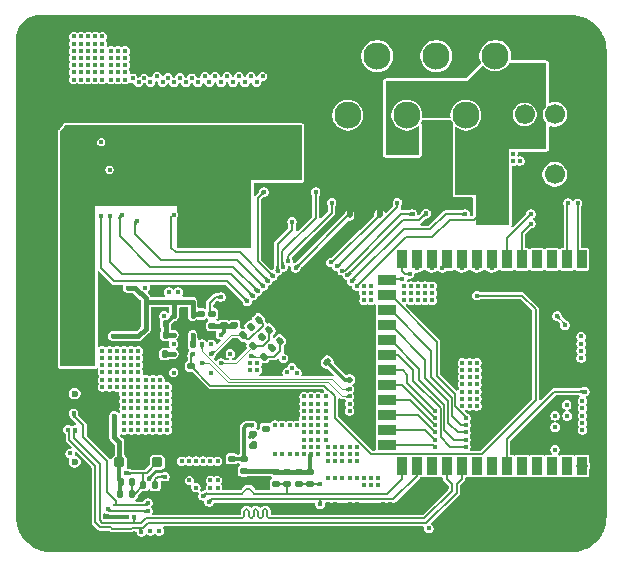
<source format=gbr>
%TF.GenerationSoftware,KiCad,Pcbnew,9.99.0-1168-g72ed3d3f11*%
%TF.CreationDate,2025-05-05T23:22:11-04:00*%
%TF.ProjectId,main_board,6d61696e-5f62-46f6-9172-642e6b696361,rev?*%
%TF.SameCoordinates,Original*%
%TF.FileFunction,Copper,L6,Bot*%
%TF.FilePolarity,Positive*%
%FSLAX46Y46*%
G04 Gerber Fmt 4.6, Leading zero omitted, Abs format (unit mm)*
G04 Created by KiCad (PCBNEW 9.99.0-1168-g72ed3d3f11) date 2025-05-05 23:22:11*
%MOMM*%
%LPD*%
G01*
G04 APERTURE LIST*
G04 Aperture macros list*
%AMRoundRect*
0 Rectangle with rounded corners*
0 $1 Rounding radius*
0 $2 $3 $4 $5 $6 $7 $8 $9 X,Y pos of 4 corners*
0 Add a 4 corners polygon primitive as box body*
4,1,4,$2,$3,$4,$5,$6,$7,$8,$9,$2,$3,0*
0 Add four circle primitives for the rounded corners*
1,1,$1+$1,$2,$3*
1,1,$1+$1,$4,$5*
1,1,$1+$1,$6,$7*
1,1,$1+$1,$8,$9*
0 Add four rect primitives between the rounded corners*
20,1,$1+$1,$2,$3,$4,$5,0*
20,1,$1+$1,$4,$5,$6,$7,0*
20,1,$1+$1,$6,$7,$8,$9,0*
20,1,$1+$1,$8,$9,$2,$3,0*%
G04 Aperture macros list end*
%TA.AperFunction,EtchedComponent*%
%ADD10C,0.000000*%
%TD*%
%TA.AperFunction,ComponentPad*%
%ADD11C,3.800000*%
%TD*%
%TA.AperFunction,ComponentPad*%
%ADD12C,1.700000*%
%TD*%
%TA.AperFunction,ComponentPad*%
%ADD13C,0.600000*%
%TD*%
%TA.AperFunction,ComponentPad*%
%ADD14O,1.900000X1.000000*%
%TD*%
%TA.AperFunction,ComponentPad*%
%ADD15O,1.600000X1.000000*%
%TD*%
%TA.AperFunction,ComponentPad*%
%ADD16C,2.300000*%
%TD*%
%TA.AperFunction,SMDPad,CuDef*%
%ADD17RoundRect,0.250000X1.100000X-0.325000X1.100000X0.325000X-1.100000X0.325000X-1.100000X-0.325000X0*%
%TD*%
%TA.AperFunction,SMDPad,CuDef*%
%ADD18RoundRect,0.135000X-0.035355X0.226274X-0.226274X0.035355X0.035355X-0.226274X0.226274X-0.035355X0*%
%TD*%
%TA.AperFunction,SMDPad,CuDef*%
%ADD19C,0.500000*%
%TD*%
%TA.AperFunction,SMDPad,CuDef*%
%ADD20RoundRect,0.250000X0.325000X1.100000X-0.325000X1.100000X-0.325000X-1.100000X0.325000X-1.100000X0*%
%TD*%
%TA.AperFunction,SMDPad,CuDef*%
%ADD21RoundRect,0.140000X0.170000X-0.140000X0.170000X0.140000X-0.170000X0.140000X-0.170000X-0.140000X0*%
%TD*%
%TA.AperFunction,SMDPad,CuDef*%
%ADD22RoundRect,0.140000X0.021213X-0.219203X0.219203X-0.021213X-0.021213X0.219203X-0.219203X0.021213X0*%
%TD*%
%TA.AperFunction,SMDPad,CuDef*%
%ADD23RoundRect,0.140000X0.140000X0.170000X-0.140000X0.170000X-0.140000X-0.170000X0.140000X-0.170000X0*%
%TD*%
%TA.AperFunction,SMDPad,CuDef*%
%ADD24RoundRect,0.135000X-0.185000X0.135000X-0.185000X-0.135000X0.185000X-0.135000X0.185000X0.135000X0*%
%TD*%
%TA.AperFunction,SMDPad,CuDef*%
%ADD25R,0.900000X1.500000*%
%TD*%
%TA.AperFunction,SMDPad,CuDef*%
%ADD26R,1.500000X0.900000*%
%TD*%
%TA.AperFunction,SMDPad,CuDef*%
%ADD27R,0.900000X0.900000*%
%TD*%
%TA.AperFunction,SMDPad,CuDef*%
%ADD28RoundRect,0.140000X-0.170000X0.140000X-0.170000X-0.140000X0.170000X-0.140000X0.170000X0.140000X0*%
%TD*%
%TA.AperFunction,SMDPad,CuDef*%
%ADD29RoundRect,0.135000X0.185000X-0.135000X0.185000X0.135000X-0.185000X0.135000X-0.185000X-0.135000X0*%
%TD*%
%TA.AperFunction,SMDPad,CuDef*%
%ADD30RoundRect,0.181818X-0.268182X-0.218182X0.268182X-0.218182X0.268182X0.218182X-0.268182X0.218182X0*%
%TD*%
%TA.AperFunction,SMDPad,CuDef*%
%ADD31RoundRect,0.181818X0.268182X0.218182X-0.268182X0.218182X-0.268182X-0.218182X0.268182X-0.218182X0*%
%TD*%
%TA.AperFunction,SMDPad,CuDef*%
%ADD32R,0.565000X0.200000*%
%TD*%
%TA.AperFunction,SMDPad,CuDef*%
%ADD33R,0.565000X0.400000*%
%TD*%
%TA.AperFunction,SMDPad,CuDef*%
%ADD34RoundRect,0.140000X-0.140000X-0.170000X0.140000X-0.170000X0.140000X0.170000X-0.140000X0.170000X0*%
%TD*%
%TA.AperFunction,SMDPad,CuDef*%
%ADD35RoundRect,0.135000X-0.135000X-0.185000X0.135000X-0.185000X0.135000X0.185000X-0.135000X0.185000X0*%
%TD*%
%TA.AperFunction,SMDPad,CuDef*%
%ADD36RoundRect,0.140000X0.219203X0.021213X0.021213X0.219203X-0.219203X-0.021213X-0.021213X-0.219203X0*%
%TD*%
%TA.AperFunction,ViaPad*%
%ADD37C,0.400000*%
%TD*%
%TA.AperFunction,ViaPad*%
%ADD38C,1.000000*%
%TD*%
%TA.AperFunction,ViaPad*%
%ADD39C,0.500000*%
%TD*%
%TA.AperFunction,ViaPad*%
%ADD40C,0.350000*%
%TD*%
%TA.AperFunction,Conductor*%
%ADD41C,0.431800*%
%TD*%
%TA.AperFunction,Conductor*%
%ADD42C,0.304800*%
%TD*%
%TA.AperFunction,Conductor*%
%ADD43C,0.203200*%
%TD*%
%TA.AperFunction,Conductor*%
%ADD44C,0.076200*%
%TD*%
%TA.AperFunction,Conductor*%
%ADD45C,0.158242*%
%TD*%
%TA.AperFunction,Conductor*%
%ADD46C,0.127000*%
%TD*%
%TA.AperFunction,Conductor*%
%ADD47C,0.100000*%
%TD*%
G04 APERTURE END LIST*
D10*
%TA.AperFunction,EtchedComponent*%
%TO.C,NT1*%
G36*
X145030000Y-86402800D02*
G01*
X144530000Y-86402800D01*
X144530000Y-85402800D01*
X145030000Y-85402800D01*
X145030000Y-86402800D01*
G37*
%TD.AperFunction*%
%TA.AperFunction,EtchedComponent*%
%TO.C,NT2*%
G36*
X142490000Y-86453600D02*
G01*
X141990000Y-86453600D01*
X141990000Y-85453600D01*
X142490000Y-85453600D01*
X142490000Y-86453600D01*
G37*
%TD.AperFunction*%
%TD*%
D11*
%TO.P,REF\u002A\u002A,1*%
%TO.N,GND*%
X161000000Y-72500000D03*
%TD*%
%TO.P,REF\u002A\u002A,1*%
%TO.N,GND*%
X161000000Y-112000000D03*
%TD*%
%TO.P,REF\u002A\u002A,1*%
%TO.N,GND*%
X116332000Y-77825600D03*
%TD*%
D12*
%TO.P,CN1,1,1*%
%TO.N,GND*%
X157073600Y-77927200D03*
X157073600Y-83007200D03*
%TO.P,CN1,2,2*%
%TO.N,+12V*%
X159613600Y-77927200D03*
X159613600Y-83007200D03*
%TD*%
D11*
%TO.P,REF\u002A\u002A,1*%
%TO.N,GND*%
X117000000Y-112000000D03*
%TD*%
D13*
%TO.P,USB1,*%
%TO.N,*%
X118962800Y-101554800D03*
X118962800Y-107334800D03*
D14*
%TO.P,USB1,1,SHIELD*%
%TO.N,GND*%
X119462800Y-100124800D03*
%TO.P,USB1,2*%
X119462800Y-108764800D03*
D15*
%TO.P,USB1,3*%
X115282800Y-108764800D03*
%TO.P,USB1,4*%
X115282800Y-100124800D03*
%TD*%
D16*
%TO.P,CN3,1,1*%
%TO.N,/Motor/Gate Driver/H_BRIDGE_SHC*%
X142086000Y-77988800D03*
X144586000Y-72988800D03*
%TO.P,CN3,2,2*%
%TO.N,/Motor/Gate Driver/H_BRIDGE_SHB*%
X147086000Y-77988800D03*
X149586000Y-72988800D03*
%TO.P,CN3,3,3*%
%TO.N,/Motor/Gate Driver/H_BRIDGE_SHA*%
X152086000Y-77988800D03*
X154586000Y-72988800D03*
%TD*%
D17*
%TO.P,C14,1*%
%TO.N,VBUS*%
X133350000Y-80824600D03*
%TO.P,C14,2*%
%TO.N,GND*%
X133350000Y-77874600D03*
%TD*%
D18*
%TO.P,R31,1*%
%TO.N,Net-(U8-SOA)*%
X135708013Y-97717987D03*
%TO.P,R31,2*%
%TO.N,/Motor/Gate Driver/MOTOR_C_CURRENT_SENSE*%
X134986765Y-98439235D03*
%TD*%
D19*
%TO.P,NT1,1,1*%
%TO.N,/Motor/Gate Driver/H_BRIDGE_SNA*%
X144780000Y-86402800D03*
%TO.P,NT1,2,2*%
%TO.N,GND*%
X144780000Y-85402800D03*
%TD*%
D17*
%TO.P,C32,1*%
%TO.N,VBUS*%
X136550400Y-80824600D03*
%TO.P,C32,2*%
%TO.N,GND*%
X136550400Y-77874600D03*
%TD*%
D20*
%TO.P,C23,1*%
%TO.N,VBUS*%
X119077000Y-91440000D03*
%TO.P,C23,2*%
%TO.N,GND*%
X116127000Y-91440000D03*
%TD*%
D21*
%TO.P,C30,1*%
%TO.N,+3V3*%
X132486400Y-95780800D03*
%TO.P,C30,2*%
%TO.N,GND*%
X132486400Y-94820800D03*
%TD*%
D20*
%TO.P,C38,1*%
%TO.N,VBUS*%
X119077000Y-85039200D03*
%TO.P,C38,2*%
%TO.N,GND*%
X116127000Y-85039200D03*
%TD*%
D22*
%TO.P,C74,1*%
%TO.N,/Motor/Gate Driver/MOTOR_A_CURRENT_SENSE*%
X134529565Y-95289635D03*
%TO.P,C74,2*%
%TO.N,GND*%
X135208387Y-94610813D03*
%TD*%
D21*
%TO.P,C54,1*%
%TO.N,Net-(U3-SW)*%
X134023100Y-105979789D03*
%TO.P,C54,2*%
%TO.N,Net-(U3-BST)*%
X134023100Y-105019789D03*
%TD*%
D23*
%TO.P,C48,1*%
%TO.N,+3V3*%
X129004000Y-97332800D03*
%TO.P,C48,2*%
%TO.N,GND*%
X128044000Y-97332800D03*
%TD*%
D24*
%TO.P,R21,1*%
%TO.N,/MCU/STM32_EN*%
X128828800Y-99261200D03*
%TO.P,R21,2*%
%TO.N,GND*%
X128828800Y-100281200D03*
%TD*%
D22*
%TO.P,C58,1*%
%TO.N,/Motor/Gate Driver/MOTOR_C_CURRENT_SENSE*%
X136328778Y-97097222D03*
%TO.P,C58,2*%
%TO.N,GND*%
X137007600Y-96418400D03*
%TD*%
D21*
%TO.P,C51,1*%
%TO.N,+3V3*%
X131572000Y-95780800D03*
%TO.P,C51,2*%
%TO.N,GND*%
X131572000Y-94820800D03*
%TD*%
D17*
%TO.P,C37,1*%
%TO.N,VBUS*%
X130149600Y-80824600D03*
%TO.P,C37,2*%
%TO.N,GND*%
X130149600Y-77874600D03*
%TD*%
D18*
%TO.P,R32,1*%
%TO.N,Net-(U8-SOB)*%
X134793613Y-96803587D03*
%TO.P,R32,2*%
%TO.N,/Motor/Gate Driver/MOTOR_B_CURRENT_SENSE*%
X134072365Y-97524835D03*
%TD*%
D22*
%TO.P,C73,1*%
%TO.N,/Motor/Gate Driver/MOTOR_B_CURRENT_SENSE*%
X135414378Y-96182822D03*
%TO.P,C73,2*%
%TO.N,GND*%
X136093200Y-95504000D03*
%TD*%
D25*
%TO.P,U6,1,GND*%
%TO.N,GND*%
X163169600Y-107696000D03*
%TO.P,U6,2,3V3*%
%TO.N,+3V3*%
X161899600Y-107696000D03*
%TO.P,U6,3,EN*%
%TO.N,Net-(U6-EN)*%
X160629600Y-107696000D03*
%TO.P,U6,4,IO4*%
%TO.N,/MCU/EN_12V*%
X159359600Y-107696000D03*
%TO.P,U6,5,IO5*%
%TO.N,/MCU/PD_INT_N*%
X158089600Y-107696000D03*
%TO.P,U6,6,IO6*%
%TO.N,/MCU/PD_FAULT*%
X156819600Y-107696000D03*
%TO.P,U6,7,IO7*%
%TO.N,/CAN Transceiver1/CAN_RX*%
X155549600Y-107696000D03*
%TO.P,U6,8,IO15*%
%TO.N,/CAN Transceiver1/CAN_TX*%
X154279600Y-107696000D03*
%TO.P,U6,9,IO16*%
%TO.N,/MCU/EXPANSION_IO16*%
X153009600Y-107696000D03*
%TO.P,U6,10,IO17*%
%TO.N,/MCU/USB_D-*%
X151739600Y-107696000D03*
%TO.P,U6,11,IO18*%
%TO.N,/MCU/USB_D+*%
X150469600Y-107696000D03*
%TO.P,U6,12,IO8*%
%TO.N,/MCU/EXPANSION_IO8*%
X149199600Y-107696000D03*
%TO.P,U6,13,IO19*%
%TO.N,/MCU/PD_SDA*%
X147929600Y-107696000D03*
%TO.P,U6,14,IO20*%
%TO.N,/MCU/PD_SCL*%
X146659600Y-107696000D03*
D26*
%TO.P,U6,15,IO3*%
%TO.N,/Expansion Port/EXPANSION_IO3*%
X145409600Y-105931000D03*
%TO.P,U6,16,IO46*%
%TO.N,/Expansion Port/EXPANSION_IO46*%
X145409600Y-104661000D03*
%TO.P,U6,17,IO9*%
%TO.N,/Expansion Port/EXPANSION_IO9*%
X145409600Y-103391000D03*
%TO.P,U6,18,IO10*%
%TO.N,/Expansion Port/EXPANSION_IO10*%
X145409600Y-102121000D03*
%TO.P,U6,19,IO11*%
%TO.N,/Expansion Port/EXPANSION_IO11*%
X145409600Y-100851000D03*
%TO.P,U6,20,IO12*%
%TO.N,/Expansion Port/EXPANSION_IO12*%
X145409600Y-99581000D03*
%TO.P,U6,21,IO13*%
%TO.N,/Expansion Port/EXPANSION_IO13*%
X145409600Y-98311000D03*
%TO.P,U6,22,IO14*%
%TO.N,/Expansion Port/EXPANSION_IO14*%
X145409600Y-97041000D03*
%TO.P,U6,23,IO21*%
%TO.N,/Expansion Port/EXPANSION_IO21*%
X145409600Y-95771000D03*
%TO.P,U6,24,IO47*%
%TO.N,/Expansion Port/EXPANSION_IO47*%
X145409600Y-94501000D03*
%TO.P,U6,25,IO48*%
%TO.N,/Expansion Port/EXPANSION_IO48*%
X145409600Y-93231000D03*
%TO.P,U6,26,IO45*%
%TO.N,/Expansion Port/EXPANSION_IO45*%
X145409600Y-91961000D03*
D25*
%TO.P,U6,27,IO0*%
%TO.N,Net-(U6-IO0)*%
X146659600Y-90196000D03*
%TO.P,U6,28,IO35*%
%TO.N,/Expansion Port/EXPANSION_IO35*%
X147929600Y-90196000D03*
%TO.P,U6,29,IO36*%
%TO.N,/Expansion Port/EXPANSION_IO36*%
X149199600Y-90196000D03*
%TO.P,U6,30,IO37*%
%TO.N,/Expansion Port/EXPANSION_IO37*%
X150469600Y-90196000D03*
%TO.P,U6,31,IO38*%
%TO.N,/Expansion Port/EXPANSION_IO38*%
X151739600Y-90196000D03*
%TO.P,U6,32,IO39*%
%TO.N,/MCU/STM32_EN*%
X153009600Y-90196000D03*
%TO.P,U6,33,IO40*%
%TO.N,/Expansion Port/EXPANSION_IO40*%
X154279600Y-90196000D03*
%TO.P,U6,34,IO41*%
%TO.N,/Expansion Port/EXPANSION_IO41*%
X155549600Y-90196000D03*
%TO.P,U6,35,IO42*%
%TO.N,/Expansion Port/EXPANSION_IO42*%
X156819600Y-90196000D03*
%TO.P,U6,36,RXD0*%
%TO.N,unconnected-(U6-RXD0-Pad36)*%
X158089600Y-90196000D03*
%TO.P,U6,37,TXD0*%
%TO.N,unconnected-(U6-TXD0-Pad37)*%
X159359600Y-90196000D03*
%TO.P,U6,38,IO2*%
%TO.N,/Expansion Port/EXPANSION_IO2*%
X160629600Y-90196000D03*
%TO.P,U6,39,IO1*%
%TO.N,/Expansion Port/EXPANSION_IO1*%
X161899600Y-90196000D03*
%TO.P,U6,40,GND*%
%TO.N,GND*%
X163169600Y-90196000D03*
D27*
%TO.P,U6,41_1,EPAD*%
X155449600Y-100446000D03*
%TO.P,U6,41_2,EPAD*%
X155449600Y-101846000D03*
%TO.P,U6,41_3,EPAD*%
X155449600Y-99046000D03*
%TO.P,U6,41_4,EPAD*%
X154049600Y-101846000D03*
%TO.P,U6,41_5,EPAD*%
X154049600Y-100446000D03*
%TO.P,U6,41_6,EPAD*%
X154049600Y-99046000D03*
%TO.P,U6,41_7,EPAD*%
X156849600Y-101846000D03*
%TO.P,U6,41_8,EPAD*%
X156849600Y-100446000D03*
%TO.P,U6,41_9,EPAD*%
X156849600Y-99046000D03*
%TD*%
D20*
%TO.P,C28,1*%
%TO.N,VBUS*%
X119077000Y-94640400D03*
%TO.P,C28,2*%
%TO.N,GND*%
X116127000Y-94640400D03*
%TD*%
D28*
%TO.P,C49,1*%
%TO.N,+3V3*%
X129641600Y-94820800D03*
%TO.P,C49,2*%
%TO.N,GND*%
X129641600Y-95780800D03*
%TD*%
D29*
%TO.P,R25,1*%
%TO.N,+3V3*%
X133280800Y-108112400D03*
%TO.P,R25,2*%
%TO.N,Net-(U3-FB)*%
X133280800Y-107092400D03*
%TD*%
D30*
%TO.P,D4,1,C*%
%TO.N,/Power/VBUS_IN*%
X122758400Y-107391200D03*
D31*
%TO.P,D4,2,A*%
%TO.N,Net-(D4-A)*%
X125958400Y-107391200D03*
%TD*%
D17*
%TO.P,C17,1*%
%TO.N,VBUS*%
X123748800Y-80824600D03*
%TO.P,C17,2*%
%TO.N,GND*%
X123748800Y-77874600D03*
%TD*%
D21*
%TO.P,C25,1*%
%TO.N,Net-(U3-SS)*%
X135128000Y-104518400D03*
%TO.P,C25,2*%
%TO.N,GND*%
X135128000Y-103558400D03*
%TD*%
D32*
%TO.P,D3,1*%
%TO.N,Net-(U1-CC1)*%
X123302700Y-111014000D03*
%TO.P,D3,2*%
%TO.N,Net-(U1-CC2)*%
X123302700Y-111514000D03*
D33*
%TO.P,D3,3,GND*%
%TO.N,GND*%
X123302700Y-112014000D03*
D32*
%TO.P,D3,4*%
%TO.N,/MCU/USB_D+*%
X123302700Y-112514000D03*
%TO.P,D3,5*%
%TO.N,/MCU/USB_D-*%
X123302700Y-113014000D03*
%TO.P,D3,6*%
X122467700Y-113014000D03*
%TO.P,D3,7*%
%TO.N,/MCU/USB_D+*%
X122467700Y-112514000D03*
D33*
%TO.P,D3,8,GND*%
%TO.N,GND*%
X122467700Y-112014000D03*
D32*
%TO.P,D3,9*%
%TO.N,Net-(U1-CC2)*%
X122467700Y-111514000D03*
%TO.P,D3,10*%
%TO.N,Net-(U1-CC1)*%
X122467700Y-111014000D03*
%TD*%
D20*
%TO.P,C15,1*%
%TO.N,VBUS*%
X119077000Y-97840800D03*
%TO.P,C15,2*%
%TO.N,GND*%
X116127000Y-97840800D03*
%TD*%
D34*
%TO.P,C27,1*%
%TO.N,/Power/VBUS_IN*%
X122862400Y-109016800D03*
%TO.P,C27,2*%
%TO.N,Net-(D4-A)*%
X123822400Y-109016800D03*
%TD*%
D24*
%TO.P,R41,1*%
%TO.N,+3V3*%
X135991600Y-108202000D03*
%TO.P,R41,2*%
%TO.N,/MCU/PD_SCL*%
X135991600Y-109222000D03*
%TD*%
D19*
%TO.P,NT2,1,1*%
%TO.N,/Motor/Gate Driver/H_BRIDGE_SNB*%
X142240000Y-86453600D03*
%TO.P,NT2,2,2*%
%TO.N,GND*%
X142240000Y-85453600D03*
%TD*%
D20*
%TO.P,C33,1*%
%TO.N,VBUS*%
X119077000Y-88239600D03*
%TO.P,C33,2*%
%TO.N,GND*%
X116127000Y-88239600D03*
%TD*%
D18*
%TO.P,R33,1*%
%TO.N,Net-(U8-SOC)*%
X133908800Y-95910400D03*
%TO.P,R33,2*%
%TO.N,/Motor/Gate Driver/MOTOR_A_CURRENT_SENSE*%
X133187552Y-96631648D03*
%TD*%
D20*
%TO.P,C41,1*%
%TO.N,VBUS*%
X119077000Y-81838800D03*
%TO.P,C41,2*%
%TO.N,GND*%
X116127000Y-81838800D03*
%TD*%
D35*
%TO.P,R11,1*%
%TO.N,/Power/VBUS_IN*%
X122830400Y-110032800D03*
%TO.P,R11,2*%
%TO.N,Net-(D4-A)*%
X123850400Y-110032800D03*
%TD*%
%TO.P,R36,1*%
%TO.N,Net-(D4-A)*%
X124762800Y-109321600D03*
%TO.P,R36,2*%
%TO.N,/Power/VBUS_SWITCH_GATE*%
X125782800Y-109321600D03*
%TD*%
D24*
%TO.P,R34,1*%
%TO.N,Net-(U3-FB)*%
X132283200Y-107082400D03*
%TO.P,R34,2*%
%TO.N,GND*%
X132283200Y-108102400D03*
%TD*%
D36*
%TO.P,C26,1*%
%TO.N,Net-(U8-DVDD)*%
X140344211Y-98891411D03*
%TO.P,C26,2*%
%TO.N,GND*%
X139665389Y-98212589D03*
%TD*%
D24*
%TO.P,R43,1*%
%TO.N,+3V3*%
X136956800Y-108202000D03*
%TO.P,R43,2*%
%TO.N,/MCU/PD_SCL*%
X136956800Y-109222000D03*
%TD*%
%TO.P,R40,1*%
%TO.N,+3V3*%
X137922000Y-108202000D03*
%TO.P,R40,2*%
%TO.N,/MCU/PD_SDA*%
X137922000Y-109222000D03*
%TD*%
D23*
%TO.P,C46,1*%
%TO.N,+3V3*%
X126667200Y-96596400D03*
%TO.P,C46,2*%
%TO.N,GND*%
X125707200Y-96596400D03*
%TD*%
D17*
%TO.P,C39,1*%
%TO.N,VBUS*%
X126949200Y-80824600D03*
%TO.P,C39,2*%
%TO.N,GND*%
X126949200Y-77874600D03*
%TD*%
D23*
%TO.P,C50,1*%
%TO.N,+3V3*%
X126604000Y-98222000D03*
%TO.P,C50,2*%
%TO.N,GND*%
X125644000Y-98222000D03*
%TD*%
D29*
%TO.P,R17,1*%
%TO.N,+3V3*%
X130606800Y-95810800D03*
%TO.P,R17,2*%
%TO.N,/Motor/Gate Driver/GATE_DRIVER_NFAULT*%
X130606800Y-94790800D03*
%TD*%
D24*
%TO.P,R42,1*%
%TO.N,+3V3*%
X138887200Y-108202000D03*
%TO.P,R42,2*%
%TO.N,/MCU/PD_SDA*%
X138887200Y-109222000D03*
%TD*%
D23*
%TO.P,C47,1*%
%TO.N,+3V3*%
X126667200Y-95656400D03*
%TO.P,C47,2*%
%TO.N,GND*%
X125707200Y-95656400D03*
%TD*%
D37*
%TO.N,+3V3*%
X122631200Y-72542400D03*
X139598400Y-102412800D03*
X127343200Y-94983600D03*
X139598400Y-106680000D03*
X122021600Y-74980800D03*
X140208000Y-101803200D03*
X131343199Y-96583601D03*
X134416800Y-99568000D03*
X123240800Y-74980800D03*
X161848800Y-97332800D03*
X138379200Y-104241600D03*
X140208000Y-104851200D03*
X161848800Y-98552000D03*
X137160000Y-104241600D03*
X161950400Y-102819200D03*
X133807200Y-98958400D03*
X138379200Y-103022400D03*
X138988800Y-103632000D03*
X161950400Y-104648000D03*
X140208000Y-105460800D03*
X138988800Y-101803200D03*
X138988800Y-105460800D03*
X138379200Y-106680000D03*
X123240800Y-72542400D03*
X133807200Y-99568000D03*
X122021600Y-72542400D03*
X127736600Y-93776800D03*
X138379200Y-104851200D03*
X139598400Y-105460800D03*
X128943200Y-94983600D03*
X139598400Y-101803200D03*
X138988800Y-104241600D03*
X138988800Y-106680000D03*
X138988800Y-104851200D03*
X122021600Y-73761600D03*
X128549400Y-93776800D03*
X122631200Y-74371200D03*
X140208000Y-103022400D03*
X123240800Y-73761600D03*
X137160000Y-106680000D03*
X122631200Y-74980800D03*
X134416800Y-98958400D03*
X122021600Y-73152000D03*
X123240800Y-73152000D03*
X159634800Y-106299000D03*
X138379200Y-106070400D03*
X139598400Y-103632000D03*
X136550400Y-104241600D03*
X139598400Y-104851200D03*
X160654800Y-103441800D03*
X122196800Y-96672400D03*
X127343202Y-98183600D03*
X161950400Y-104038400D03*
X135940800Y-104241600D03*
X127343200Y-96583600D03*
X125374400Y-113182400D03*
X122977001Y-96723200D03*
X128943200Y-96583600D03*
D38*
X161899600Y-107696000D03*
D37*
X138379200Y-102412800D03*
X139598400Y-104241600D03*
X140208000Y-102412800D03*
X140208000Y-103632000D03*
X138379200Y-101803200D03*
X160624800Y-102502000D03*
X122631200Y-73761600D03*
X138988800Y-106070400D03*
X161950400Y-103428800D03*
X136550400Y-106680000D03*
X122631200Y-73152000D03*
X139598400Y-106070400D03*
X138988800Y-103022400D03*
X126113600Y-113182400D03*
X123472600Y-92591442D03*
X140208000Y-104241600D03*
X138379200Y-105460800D03*
X138379200Y-103632000D03*
X122021600Y-74371200D03*
X139598400Y-103022400D03*
X161848800Y-97942400D03*
X161848800Y-96723200D03*
X123586601Y-96723200D03*
X138988800Y-102412800D03*
X137769600Y-104241600D03*
X137769600Y-106680000D03*
X135940800Y-106680000D03*
X123240800Y-74371200D03*
X161950400Y-102209600D03*
%TO.N,GND*%
X116078000Y-94945200D03*
X116230400Y-102006400D03*
X116230400Y-106070400D03*
X116128800Y-88544400D03*
X124764800Y-73660000D03*
X115417600Y-103632000D03*
X153822400Y-95910400D03*
X151993600Y-96520000D03*
X117652800Y-74980800D03*
X134721600Y-102006400D03*
X146253200Y-82499200D03*
X142240000Y-113588800D03*
X117856000Y-108508800D03*
X142595600Y-81889600D03*
X143205200Y-82499200D03*
X132892800Y-103225600D03*
X116230400Y-101193600D03*
X116128800Y-85953600D03*
X132994400Y-94386400D03*
X128625600Y-102006400D03*
X114604800Y-103632000D03*
X128016000Y-73660000D03*
X127203200Y-74269600D03*
X115417600Y-106070400D03*
X122481627Y-111991270D03*
X116433600Y-72745600D03*
X140766800Y-82499200D03*
X138379200Y-96926400D03*
X140157200Y-82499200D03*
X138379200Y-96113600D03*
X143459200Y-113588800D03*
X134112000Y-102006400D03*
X115417600Y-102819200D03*
X143205200Y-85547200D03*
D38*
X154049600Y-101846000D03*
D37*
X143814800Y-84328000D03*
X117043200Y-73355200D03*
X116433600Y-74980800D03*
X130454400Y-72440800D03*
D38*
X156849600Y-99046000D03*
D37*
X145643600Y-81889600D03*
X117043200Y-107696000D03*
X162966400Y-104648000D03*
X117856000Y-102006400D03*
X123952000Y-73050400D03*
X117043200Y-101193600D03*
X137566400Y-96926400D03*
X116128800Y-91084400D03*
X131267200Y-74269600D03*
D38*
X163169600Y-107696000D03*
D37*
X128943200Y-95783600D03*
X143205200Y-81889600D03*
X139192000Y-96926400D03*
X143814800Y-82499200D03*
X121804989Y-111995011D03*
X136550400Y-103632000D03*
X131064000Y-102006400D03*
X116128800Y-91694000D03*
X145694400Y-111556800D03*
X153212800Y-95910400D03*
X144068800Y-113588800D03*
X145034000Y-82499200D03*
X151993600Y-95910400D03*
X116078000Y-95554800D03*
X125577600Y-73660000D03*
X116078000Y-98755200D03*
X131673600Y-102006400D03*
X143205200Y-86156800D03*
X115417600Y-105257600D03*
X130454400Y-73050400D03*
X124764800Y-73050400D03*
X128016000Y-72440800D03*
X117043200Y-105257600D03*
X162966400Y-104038400D03*
D39*
X135128000Y-103558400D03*
D37*
X146253200Y-83108800D03*
X117856000Y-103632000D03*
X142849600Y-111556800D03*
X116128800Y-85344000D03*
X144792000Y-85394800D03*
X145694400Y-110947200D03*
X127343200Y-95783600D03*
X132283200Y-102006400D03*
X143814800Y-84937600D03*
X123952000Y-74269600D03*
X129641600Y-73660000D03*
X142228000Y-85410800D03*
D39*
X124155200Y-94488000D03*
D37*
X126390400Y-72440800D03*
X118262400Y-74980800D03*
X130454400Y-73660000D03*
X154432000Y-94691200D03*
X116433600Y-75590400D03*
X141986000Y-82499200D03*
X146862800Y-83108800D03*
X162966400Y-103428800D03*
X145643600Y-83108800D03*
X118262400Y-75590400D03*
X123952000Y-72440800D03*
X132410200Y-105741978D03*
X114604800Y-106883200D03*
X141020800Y-110947200D03*
X131267200Y-73660000D03*
X131064000Y-103225600D03*
X133502400Y-102616000D03*
X147472400Y-83108800D03*
X117043200Y-108508800D03*
X116128800Y-92303600D03*
X117043200Y-74980800D03*
X141986000Y-83108800D03*
X151384000Y-95910400D03*
X143814800Y-83718400D03*
X153822400Y-95300800D03*
X144424400Y-82499200D03*
X145084800Y-111556800D03*
X145084800Y-110947200D03*
D38*
X155449600Y-99046000D03*
D37*
X128143200Y-96583600D03*
X117856000Y-101193600D03*
X117856000Y-100380800D03*
X115417600Y-102006400D03*
X128016000Y-101396800D03*
X123317500Y-111996798D03*
X141020800Y-113588800D03*
X142849600Y-110947200D03*
X131064000Y-101396800D03*
X117856000Y-109321600D03*
X117652800Y-73964800D03*
X125577600Y-73050400D03*
X143814800Y-86766400D03*
D39*
X123342400Y-94488000D03*
D37*
X149758400Y-109321600D03*
X142849600Y-113588800D03*
X123952000Y-73660000D03*
X146304000Y-110947200D03*
X116128800Y-84734400D03*
X117043200Y-72745600D03*
X117043200Y-75590400D03*
X131267200Y-72440800D03*
X134112000Y-101396800D03*
X114604800Y-102819200D03*
X116179600Y-82702400D03*
X160674000Y-104407000D03*
D38*
X155449600Y-101846000D03*
D37*
X131673600Y-103225600D03*
X154432000Y-96520000D03*
X124764800Y-74269600D03*
X153599400Y-104788000D03*
X116078000Y-93726000D03*
X127203200Y-72440800D03*
X116230400Y-106883200D03*
X127400000Y-111100000D03*
X134721600Y-102616000D03*
X133502400Y-103225600D03*
X116230400Y-102819200D03*
X128016000Y-73050400D03*
X117043200Y-109321600D03*
X132143200Y-97383600D03*
X114604800Y-102006400D03*
X117830273Y-105270493D03*
X144424400Y-81889600D03*
X143205200Y-86766400D03*
X144071476Y-113027042D03*
X140411200Y-113588800D03*
X150164800Y-95910400D03*
X126390400Y-74269600D03*
X115824000Y-74980800D03*
D39*
X160957600Y-100368400D03*
D37*
X138379200Y-97739200D03*
X143814800Y-86156800D03*
X117043200Y-73964800D03*
X142240000Y-111556800D03*
X115417600Y-106883200D03*
X152603200Y-96520000D03*
X133502400Y-102006400D03*
X141986000Y-81889600D03*
X115417600Y-104444800D03*
X146304000Y-111556800D03*
D38*
X156849600Y-101846000D03*
D37*
X137769600Y-103632000D03*
X124764800Y-72440800D03*
X138785600Y-97332800D03*
X132283200Y-102616000D03*
X116128800Y-84124800D03*
X125577600Y-74269600D03*
X117043200Y-102819200D03*
X126400000Y-110100000D03*
X116128800Y-87934800D03*
X140157200Y-83108800D03*
D39*
X160957600Y-99555600D03*
D37*
X142595600Y-83108800D03*
D39*
X159332000Y-99555600D03*
D37*
X154432000Y-95910400D03*
X150774400Y-95910400D03*
X134112000Y-102616000D03*
X132994400Y-94996000D03*
X159664800Y-102502000D03*
X144424400Y-83108800D03*
X126390400Y-73660000D03*
X114604800Y-104444800D03*
X117043200Y-104444800D03*
X116230400Y-107696000D03*
X130454400Y-102006400D03*
D38*
X154049600Y-99046000D03*
D37*
X140411200Y-110947200D03*
X143205200Y-84937600D03*
X157726200Y-112166400D03*
X144678400Y-113588800D03*
X114604800Y-101193600D03*
X117043200Y-103632000D03*
X128828800Y-73660000D03*
X136042400Y-99196211D03*
X125577600Y-72440800D03*
X117652800Y-75590400D03*
X132283200Y-103225600D03*
X143205200Y-83718400D03*
X137160000Y-103632000D03*
X143462633Y-113027042D03*
X117856000Y-107696000D03*
X154424572Y-95295195D03*
X129844800Y-101396800D03*
D39*
X159332000Y-100368400D03*
D37*
X117043200Y-100380800D03*
X141630400Y-113588800D03*
X142240000Y-110947200D03*
X129235200Y-101396800D03*
X137972800Y-96520000D03*
X115417600Y-107696000D03*
X159664800Y-105372200D03*
X128828800Y-72440800D03*
X141020800Y-111556800D03*
X117043200Y-102006400D03*
X144678400Y-113027042D03*
X116433600Y-73355200D03*
X116128800Y-89154000D03*
X114604800Y-105257600D03*
X128143200Y-95783600D03*
X116078000Y-94335600D03*
X131673600Y-102616000D03*
D39*
X123342400Y-93472000D03*
D37*
X141376400Y-81889600D03*
X146862800Y-82499200D03*
X128016000Y-74269600D03*
X149555200Y-95910400D03*
X130454400Y-101396800D03*
X133502400Y-101396800D03*
X129641600Y-72440800D03*
X116179600Y-81483200D03*
X116078000Y-97536000D03*
X142595600Y-82499200D03*
X128983200Y-113182400D03*
X137972800Y-95707200D03*
X131673600Y-101396800D03*
X117856000Y-106070400D03*
X143814800Y-81889600D03*
X117652800Y-73355200D03*
X153822400Y-96520000D03*
X116078000Y-96926400D03*
X143205200Y-84328000D03*
X135940800Y-103632000D03*
X137769600Y-73355200D03*
X127203200Y-73660000D03*
X116128800Y-90474800D03*
X143814800Y-85547200D03*
X117791706Y-104423267D03*
X162966400Y-102209600D03*
X151384000Y-96520000D03*
D38*
X156849600Y-100446000D03*
D37*
X117856000Y-106883200D03*
X127073600Y-113182400D03*
X153822400Y-94691200D03*
X128625600Y-101396800D03*
X129844800Y-102006400D03*
X150164800Y-96520000D03*
X146253200Y-81889600D03*
X116078000Y-98145600D03*
X127343200Y-98983600D03*
D38*
X155449600Y-100446000D03*
D37*
X138785600Y-96520000D03*
X146913600Y-110914062D03*
X114604800Y-106070400D03*
D38*
X154049600Y-100446000D03*
D37*
X132892800Y-102616000D03*
X116179600Y-82092800D03*
D39*
X160165001Y-99911200D03*
D37*
X128828800Y-73050400D03*
X129641600Y-74269600D03*
X147472400Y-81889600D03*
X126400000Y-111100000D03*
X145034000Y-83108800D03*
X132283200Y-101396800D03*
X117043200Y-106883200D03*
X130454400Y-74269600D03*
X117043200Y-106070400D03*
X141376400Y-82499200D03*
X116433600Y-73964800D03*
X150774400Y-96520000D03*
X145034000Y-81889600D03*
X132892800Y-101396800D03*
X129641600Y-73050400D03*
X153212800Y-96520000D03*
X116230400Y-104444800D03*
X127400000Y-110100000D03*
X129235200Y-102006400D03*
X117856000Y-102819200D03*
X137566400Y-95300800D03*
X153212800Y-94691200D03*
X115417600Y-101193600D03*
X141376400Y-83108800D03*
X126900000Y-110600000D03*
X116179600Y-80873600D03*
X116230400Y-105257600D03*
X132892800Y-102006400D03*
X137972800Y-97332800D03*
X128016000Y-102006400D03*
D39*
X147457201Y-109812498D03*
D37*
X147472400Y-82499200D03*
X128828800Y-74269600D03*
X134112000Y-103225600D03*
X117652800Y-72745600D03*
X131064000Y-102616000D03*
X143814800Y-83108800D03*
X128143200Y-94983600D03*
X152603200Y-95910400D03*
X145643600Y-82499200D03*
X114604800Y-107696000D03*
X126390400Y-73050400D03*
X143205200Y-83108800D03*
X153212800Y-95300800D03*
X115824000Y-75590400D03*
X140766800Y-83108800D03*
X116230400Y-103632000D03*
X116128800Y-87325200D03*
X140411200Y-111556800D03*
X127203200Y-73050400D03*
X131267200Y-73050400D03*
X162966400Y-102819200D03*
X134721600Y-101396800D03*
X146862800Y-81889600D03*
%TO.N,+12V*%
X153009600Y-98958400D03*
X153009600Y-102616000D03*
X152400000Y-102006400D03*
X153009600Y-100177600D03*
X151790400Y-98958400D03*
X151790400Y-100177600D03*
X152400000Y-100787200D03*
X151790400Y-100787200D03*
X151790400Y-101396800D03*
X152400000Y-102616000D03*
X151790400Y-102616000D03*
X153009600Y-100787200D03*
X153009600Y-99568000D03*
X152400000Y-101396800D03*
X152400000Y-98958400D03*
X153009600Y-102006400D03*
X153009600Y-101396800D03*
X151790400Y-99568000D03*
X151790400Y-102006400D03*
X152400000Y-100177600D03*
X152400000Y-99568000D03*
%TO.N,VBUS*%
X132162800Y-85110400D03*
X128644400Y-85086000D03*
X158496000Y-77012800D03*
X122529600Y-99161600D03*
X128238000Y-87695200D03*
X146812000Y-93675200D03*
X123139200Y-100990400D03*
X130454400Y-107289600D03*
X121310400Y-99771200D03*
X144068800Y-92456000D03*
X124358400Y-102209600D03*
X144678400Y-108712000D03*
X118872000Y-71323200D03*
X153009600Y-83108800D03*
X132772400Y-88934800D03*
X132772400Y-87715600D03*
X156057600Y-76403200D03*
X132772400Y-88325200D03*
X148640800Y-93675200D03*
X156667200Y-81889600D03*
X124358400Y-103428800D03*
X120700800Y-74980800D03*
X132670800Y-86394800D03*
X128705600Y-86910800D03*
X132162800Y-83854800D03*
X141630400Y-106070400D03*
X140411200Y-106680000D03*
X154228800Y-81889600D03*
X119126000Y-84124800D03*
X154838400Y-85663200D03*
X123748800Y-100990400D03*
X123139200Y-102819200D03*
X148031200Y-92456000D03*
X126796800Y-100990400D03*
X126187200Y-100380800D03*
X123748800Y-103428800D03*
X128625600Y-107289600D03*
X124968000Y-100380800D03*
X155448000Y-78841600D03*
X124358400Y-102819200D03*
X129660400Y-84436000D03*
X124968000Y-102209600D03*
X132670800Y-84460400D03*
X130168400Y-85710000D03*
X141020800Y-106680000D03*
X157276800Y-79451200D03*
X157276800Y-75793600D03*
X130676400Y-87695200D03*
X128238000Y-88304800D03*
X121310400Y-71323200D03*
X133178800Y-85110400D03*
X124968000Y-104648000D03*
X130168400Y-86370400D03*
X141020800Y-107289600D03*
X158496000Y-78841600D03*
X120700800Y-72542400D03*
X128847600Y-88914400D03*
X130454400Y-109524800D03*
X119176800Y-82092800D03*
X131553200Y-88325200D03*
X141020800Y-108712000D03*
X143459200Y-109321600D03*
X154330400Y-86323600D03*
X121310400Y-72542400D03*
X157886400Y-75184000D03*
X130676400Y-83834400D03*
X154330400Y-85039200D03*
X118872000Y-74980800D03*
X157276800Y-75184000D03*
X118872000Y-73761600D03*
X154228800Y-81280000D03*
X130066800Y-88304800D03*
X128644400Y-85710000D03*
X144068800Y-93065600D03*
X120700800Y-73152000D03*
X144678400Y-109321600D03*
X121310400Y-73152000D03*
X123748800Y-101600000D03*
X156057600Y-75793600D03*
X123139200Y-101600000D03*
X122529600Y-98552000D03*
X149250400Y-92456000D03*
X148031200Y-93675200D03*
X126796800Y-101600000D03*
X153009600Y-82499200D03*
X124358400Y-101600000D03*
X123139200Y-100380800D03*
X154838400Y-85039200D03*
X125577600Y-101600000D03*
X121310400Y-73761600D03*
X129152400Y-86370400D03*
X119126000Y-87325200D03*
X119481600Y-72542400D03*
X133178800Y-86394800D03*
X155448000Y-83108800D03*
X131654800Y-84515200D03*
X133165900Y-88297024D03*
X154838400Y-83108800D03*
X155346400Y-84444000D03*
X142849600Y-106680000D03*
X132670800Y-85734400D03*
X119126000Y-85344000D03*
X120091200Y-71932800D03*
X147421600Y-93065600D03*
X118872000Y-71932800D03*
X132772400Y-83854800D03*
X121310400Y-74371200D03*
X129152400Y-85086000D03*
X154838400Y-81889600D03*
X119176800Y-80873600D03*
X119481600Y-71323200D03*
X121920000Y-98552000D03*
X120700800Y-71323200D03*
X133178800Y-85734400D03*
X131654800Y-85789200D03*
X129844800Y-107289600D03*
X123139200Y-97942400D03*
X155448000Y-78232000D03*
X130676400Y-88304800D03*
X126187200Y-102209600D03*
X147421600Y-92456000D03*
X126187200Y-101600000D03*
X128016000Y-107289600D03*
X142849600Y-106070400D03*
X141630400Y-107289600D03*
X153314400Y-85663200D03*
X131064000Y-107289600D03*
X131654800Y-86449600D03*
X119075200Y-96926400D03*
X140411200Y-107289600D03*
X119075200Y-93726000D03*
X158496000Y-76403200D03*
X118872000Y-73152000D03*
X156057600Y-81889600D03*
X129152400Y-84436000D03*
X126187200Y-100990400D03*
X129457200Y-88304800D03*
X124358400Y-97942400D03*
X129660400Y-85086000D03*
X144068800Y-108696000D03*
X124968000Y-100990400D03*
X128847600Y-88304800D03*
X123139200Y-98552000D03*
X126796800Y-104038400D03*
X121310400Y-71932800D03*
X130676400Y-87085600D03*
X128238000Y-88914400D03*
X157276800Y-76403200D03*
X119075200Y-94335600D03*
X153822400Y-85663200D03*
X120091200Y-74371200D03*
X119126000Y-90474800D03*
X121310400Y-100380800D03*
X125577600Y-104038400D03*
X123139200Y-103428800D03*
X123748800Y-104648000D03*
X119126000Y-88544400D03*
X153314400Y-86323600D03*
X126187200Y-104648000D03*
X128644400Y-84436000D03*
X155346400Y-86378400D03*
X154838400Y-86323600D03*
X124968000Y-103428800D03*
X133178800Y-84460400D03*
X124358400Y-100380800D03*
X126796800Y-103428800D03*
X142240000Y-106680000D03*
X123748800Y-104038400D03*
X158496000Y-79451200D03*
X132162800Y-87715600D03*
X130066800Y-87695200D03*
X154228800Y-78841600D03*
X154228800Y-83108800D03*
X124968000Y-104038400D03*
X143459200Y-92456000D03*
X155448000Y-79451200D03*
X123748800Y-102209600D03*
X122529600Y-97942400D03*
X120091200Y-73152000D03*
X132772400Y-87106000D03*
X129152400Y-85710000D03*
X121920000Y-100990400D03*
X129457200Y-83834400D03*
X120091200Y-71323200D03*
X120700800Y-74371200D03*
X123139200Y-104038400D03*
X119481600Y-73761600D03*
X156057600Y-78841600D03*
X154838400Y-78232000D03*
X125577600Y-104648000D03*
X125577600Y-100380800D03*
X153619200Y-81280000D03*
X158496000Y-75793600D03*
X143459200Y-93675200D03*
X156667200Y-79451200D03*
X153822400Y-85039200D03*
X154838400Y-81280000D03*
X155448000Y-81280000D03*
X142849600Y-92456000D03*
X154228800Y-79451200D03*
X126796800Y-102819200D03*
X129235200Y-107289600D03*
X121920000Y-99161600D03*
X123748800Y-102819200D03*
X132162800Y-88934800D03*
X124968000Y-102819200D03*
X126187200Y-102819200D03*
X132670800Y-85110400D03*
X144068800Y-109321600D03*
X119126000Y-91694000D03*
X153314400Y-84389200D03*
X142849600Y-107289600D03*
X155448000Y-82499200D03*
X149250400Y-93675200D03*
X118872000Y-74371200D03*
X121310400Y-100990400D03*
X155448000Y-76403200D03*
X119126000Y-87934800D03*
X146812000Y-92456000D03*
X142240000Y-106070400D03*
X128644400Y-86370400D03*
X146812000Y-93065600D03*
X133382000Y-88934800D03*
X153619200Y-83108800D03*
X154228800Y-82499200D03*
X143459200Y-108712000D03*
X125577600Y-102819200D03*
X122529600Y-100990400D03*
X156667200Y-75793600D03*
X122529600Y-99771200D03*
X130676400Y-85764800D03*
X154838400Y-82499200D03*
X123139200Y-99771200D03*
X125577600Y-102209600D03*
X123748800Y-99771200D03*
X123748800Y-99161600D03*
X121920000Y-100380800D03*
X154330400Y-84389200D03*
X155346400Y-85718000D03*
X119075200Y-98755200D03*
X119126000Y-84734400D03*
X141630400Y-108712000D03*
X140411200Y-108712000D03*
X154330400Y-85663200D03*
X120700800Y-73761600D03*
X121920000Y-97942400D03*
X130168400Y-85086000D03*
X157886400Y-75793600D03*
X156057600Y-75184000D03*
X149250400Y-93065600D03*
X148640800Y-92456000D03*
X124358400Y-98552000D03*
X123139200Y-99161600D03*
X119075200Y-98145600D03*
X119176800Y-82702400D03*
X126187200Y-103428800D03*
X132162800Y-85734400D03*
X129457200Y-88914400D03*
X119126000Y-89154000D03*
X130676400Y-86425200D03*
X148640800Y-93065600D03*
X157886400Y-76403200D03*
X130676400Y-85140800D03*
X131553200Y-87106000D03*
X142849600Y-108712000D03*
X120091200Y-72542400D03*
X126796800Y-104648000D03*
X153009600Y-81889600D03*
X121310400Y-97942400D03*
X157886400Y-79451200D03*
X119075200Y-97536000D03*
X130168400Y-84436000D03*
X129660400Y-86370400D03*
X119126000Y-85953600D03*
X126796800Y-102209600D03*
X129457200Y-87695200D03*
X124358400Y-100990400D03*
X120091200Y-73761600D03*
X128847600Y-87695200D03*
X154838400Y-77622400D03*
X156057600Y-81280000D03*
X144068800Y-93675200D03*
X121920000Y-99771200D03*
X130066800Y-83834400D03*
X131064000Y-109524800D03*
X133165900Y-87715600D03*
X119075200Y-94945200D03*
X124968000Y-101600000D03*
X119075200Y-95554800D03*
X140411200Y-106070400D03*
X120700800Y-71932800D03*
X130676400Y-88914400D03*
X157886400Y-77012800D03*
X156667200Y-76403200D03*
X156057600Y-77012800D03*
X119176800Y-81483200D03*
X119126000Y-92303600D03*
X131553200Y-83854800D03*
X124358400Y-99771200D03*
X124358400Y-99161600D03*
X156667200Y-75184000D03*
X141020800Y-106070400D03*
X147421600Y-93675200D03*
X121310400Y-98552000D03*
X156057600Y-79451200D03*
X154838400Y-79451200D03*
X155448000Y-77012800D03*
X141630400Y-106680000D03*
X129457200Y-87085600D03*
X121310400Y-74980800D03*
X130066800Y-88914400D03*
X142240000Y-107289600D03*
X120091200Y-74980800D03*
X153822400Y-86323600D03*
X123748800Y-97942400D03*
X153619200Y-82499200D03*
X119481600Y-71932800D03*
X131553200Y-88934800D03*
X132162800Y-84460400D03*
X143459200Y-93065600D03*
X130454400Y-108915200D03*
X119481600Y-74980800D03*
X155346400Y-85094000D03*
X123748800Y-100380800D03*
X132162800Y-87106000D03*
X154838400Y-78841600D03*
X129660400Y-85710000D03*
X121310400Y-99161600D03*
X158496000Y-75184000D03*
X124358400Y-104648000D03*
X123139200Y-102209600D03*
X131654800Y-85165200D03*
X154838400Y-84389200D03*
X153822400Y-84389200D03*
X153009600Y-81280000D03*
X153619200Y-79451200D03*
X132162800Y-86394800D03*
X153619200Y-81889600D03*
X125577600Y-103428800D03*
X122529600Y-100380800D03*
X119126000Y-91084400D03*
X155448000Y-77622400D03*
X142240000Y-108712000D03*
X157886400Y-78841600D03*
X118872000Y-72542400D03*
X126187200Y-104038400D03*
X124358400Y-104038400D03*
X123748800Y-98552000D03*
X119481600Y-73152000D03*
X119481600Y-74371200D03*
X153394800Y-83933200D03*
X131064000Y-108915200D03*
X154228800Y-78232000D03*
X155448000Y-81889600D03*
X123139200Y-104648000D03*
X132162800Y-88325200D03*
X125577600Y-100990400D03*
X131553200Y-87715600D03*
X153314400Y-85039200D03*
X130066800Y-87085600D03*
X148031200Y-93065600D03*
X130676400Y-84490800D03*
D39*
%TO.N,Net-(U3-SS)*%
X135128000Y-104518400D03*
%TO.N,Net-(U8-DVDD)*%
X142240000Y-100380800D03*
D37*
%TO.N,/Power/VBUS_IN*%
X122326400Y-104648000D03*
X122326400Y-104038400D03*
X122326400Y-103428800D03*
%TO.N,Net-(D4-A)*%
X123342400Y-108300000D03*
%TO.N,Net-(U6-EN)*%
X160629600Y-107696000D03*
D40*
%TO.N,Net-(U3-SW)*%
X134213600Y-105741978D03*
%TO.N,Net-(U3-BST)*%
X133807200Y-105245789D03*
D37*
%TO.N,/Motor/Gate Driver/MOTOR_C_CURRENT_SENSE*%
X133908800Y-98348800D03*
X132143200Y-98183600D03*
%TO.N,/Motor/Gate Driver/MOTOR_B_CURRENT_SENSE*%
X131343200Y-98983600D03*
%TO.N,/Motor/Gate Driver/MOTOR_A_CURRENT_SENSE*%
X130543200Y-98183600D03*
%TO.N,/MCU/USB_D-*%
X118365747Y-104608549D03*
X124612400Y-113284000D03*
%TO.N,/MCU/USB_D+*%
X124002800Y-112018800D03*
X119008401Y-104648000D03*
%TO.N,Net-(U1-CC2)*%
X125171200Y-111514000D03*
X121806325Y-111353600D03*
X118567546Y-106631961D03*
%TO.N,Net-(U1-CC1)*%
X125157000Y-110822832D03*
X118872000Y-103225600D03*
%TO.N,/MCU/STM32_EN*%
X153009600Y-90932000D03*
X128943200Y-98183600D03*
X153009600Y-93268800D03*
%TO.N,Net-(U3-FB)*%
X134010400Y-104241600D03*
%TO.N,/Motor/Gate Driver/GATE_DRIVER_NFAULT*%
X131343200Y-93383600D03*
%TO.N,/Motor/Gate Driver/H_BRIDGE_SPA*%
X141145797Y-90782713D03*
X146292000Y-85394800D03*
%TO.N,/Motor/Gate Driver/H_BRIDGE_SPB*%
X140728000Y-85410800D03*
X137031097Y-90372534D03*
%TO.N,Net-(U8-SOA)*%
X135534400Y-97536000D03*
%TO.N,Net-(U8-SOB)*%
X134721600Y-96824800D03*
%TO.N,Net-(U8-SOC)*%
X133908800Y-95910400D03*
%TO.N,/Power/VBUS_SWITCH_GATE*%
X126600000Y-108600000D03*
%TO.N,/MCU/EN_12V*%
X148945600Y-112979200D03*
X159654000Y-104407000D03*
X159359600Y-107696000D03*
%TO.N,/MCU/PD_SCL*%
X129844800Y-110236000D03*
%TO.N,/MCU/PD_INT_N*%
X158089600Y-107696000D03*
X129235200Y-109524800D03*
%TO.N,/MCU/PD_FAULT*%
X156819600Y-107696000D03*
X128687499Y-108915200D03*
%TO.N,/MCU/PD_SDA*%
X139750800Y-109220000D03*
X139750800Y-110947200D03*
X130352800Y-110744000D03*
%TO.N,/CAN Transceiver1/CAN_RX*%
X162153600Y-101396800D03*
%TO.N,/CAN Transceiver1/CAN_TX*%
X154279600Y-107696000D03*
%TO.N,/Motor/Gate Driver/H_BRIDGE_SPC*%
X121920000Y-82600800D03*
X121920000Y-86563200D03*
X134033575Y-93276376D03*
%TO.N,/Motor/Gate Driver/GATE_DRIVER_INHA*%
X142240000Y-101193600D03*
X129743200Y-97383600D03*
%TO.N,/Motor/Gate Driver/GATE_DRIVER_SDI*%
X127343200Y-97383600D03*
X136956800Y-99771200D03*
%TO.N,/Expansion Port/ENCODER_SDA*%
X123869600Y-74860000D03*
X127741000Y-92980000D03*
%TO.N,/Motor/Gate Driver/GATE_DRIVER_NSCS*%
X137769600Y-99826051D03*
X130543200Y-97383600D03*
%TO.N,/Motor/Gate Driver/GATE_DRIVER_SDO*%
X136647724Y-98578263D03*
X124943200Y-92583600D03*
%TO.N,/Motor/Gate Driver/GATE_DRIVER_INHB*%
X129743200Y-98983600D03*
X142240000Y-101803200D03*
%TO.N,/Motor/Gate Driver/GATE_DRIVER_SCLK*%
X126543200Y-94983600D03*
X137368416Y-99370016D03*
%TO.N,/Expansion Port/ENCODER_SCL*%
X124371200Y-75223200D03*
X126943000Y-92982000D03*
%TO.N,/Motor/Gate Driver/GATE_DRIVER_INLA*%
X142240000Y-103022400D03*
X127343200Y-99783600D03*
%TO.N,/Motor/Gate Driver/GATE_DRIVER_INHC*%
X142240000Y-102412800D03*
X130543200Y-99783600D03*
%TO.N,/Motor/Gate Driver/H_BRIDGE_GHC*%
X127355600Y-86430800D03*
X135331200Y-91998800D03*
%TO.N,/Motor/Gate Driver/H_BRIDGE_GHA*%
X142412067Y-92045430D03*
X152044800Y-86353200D03*
%TO.N,/Motor/Gate Driver/H_BRIDGE_GLC*%
X122936400Y-86451200D03*
X134446693Y-92885154D03*
%TO.N,/Motor/Gate Driver/H_BRIDGE_GLA*%
X141614785Y-91156950D03*
X147574400Y-86353200D03*
%TO.N,/Motor/Gate Driver/H_BRIDGE_GHB*%
X134975600Y-84490800D03*
X135737600Y-91592400D03*
%TO.N,/Motor/Gate Driver/H_BRIDGE_GLB*%
X136602199Y-90838987D03*
X139373600Y-84503200D03*
%TO.N,/Expansion Port/EXPANSION_IO41*%
X133369600Y-75215200D03*
X157581600Y-86360000D03*
%TO.N,Net-(U6-IO0)*%
X147320000Y-91440000D03*
X159634800Y-103441800D03*
%TO.N,/Expansion Port/EXPANSION_IO1*%
X161544000Y-85445600D03*
X134869600Y-74715200D03*
%TO.N,/Expansion Port/EXPANSION_IO36*%
X149199600Y-90932000D03*
X131369600Y-75215200D03*
%TO.N,/Expansion Port/EXPANSION_IO2*%
X134369600Y-75223200D03*
X160731200Y-85445600D03*
%TO.N,/Expansion Port/EXPANSION_IO45*%
X146710400Y-91846400D03*
X130369600Y-75215200D03*
%TO.N,/Expansion Port/EXPANSION_IO46*%
X125374400Y-75187642D03*
X149453600Y-105460800D03*
%TO.N,/Expansion Port/EXPANSION_IO48*%
X152095200Y-103632000D03*
X130011200Y-74715200D03*
%TO.N,/Expansion Port/EXPANSION_IO3*%
X124869600Y-74879200D03*
X149453600Y-106070400D03*
%TO.N,/Expansion Port/EXPANSION_IO35*%
X130869600Y-74715200D03*
X147929600Y-90932000D03*
%TO.N,/Expansion Port/EXPANSION_IO14*%
X128385600Y-75223200D03*
X152095200Y-105460800D03*
%TO.N,/Expansion Port/EXPANSION_IO42*%
X133869600Y-74715200D03*
X157581600Y-87172800D03*
%TO.N,/Expansion Port/EXPANSION_IO21*%
X152095200Y-104851200D03*
X128869600Y-74840800D03*
%TO.N,/Expansion Port/EXPANSION_IO12*%
X127369600Y-75223200D03*
X149453600Y-103022400D03*
%TO.N,/Expansion Port/EXPANSION_IO38*%
X151739600Y-90932000D03*
X132369600Y-75215200D03*
%TO.N,/Expansion Port/EXPANSION_IO13*%
X127869600Y-74824800D03*
X152095200Y-106070400D03*
%TO.N,/Expansion Port/EXPANSION_IO9*%
X125947200Y-74715200D03*
X149453600Y-104851200D03*
%TO.N,/Expansion Port/EXPANSION_IO40*%
X132869600Y-74715200D03*
X154279600Y-90932000D03*
%TO.N,/Expansion Port/EXPANSION_IO37*%
X150107700Y-90932000D03*
X131869600Y-74715200D03*
%TO.N,/Expansion Port/EXPANSION_IO10*%
X126410700Y-75223200D03*
X149453600Y-104241600D03*
%TO.N,/Expansion Port/EXPANSION_IO11*%
X126869600Y-74808800D03*
X149453600Y-103632000D03*
%TO.N,/Expansion Port/EXPANSION_IO47*%
X152095200Y-104241600D03*
X129401600Y-75223200D03*
%TO.N,/Motor/Gate Driver/H_BRIDGE_SHC*%
X124206000Y-86931200D03*
X134924800Y-92456000D03*
%TO.N,/Motor/Gate Driver/H_BRIDGE_SHB*%
X137363200Y-87023200D03*
X136144000Y-91186000D03*
%TO.N,/Motor/Gate Driver/H_BRIDGE_SHA*%
X142058938Y-91560350D03*
X148742400Y-86309200D03*
%TO.N,/CAN_N*%
X159816800Y-94996000D03*
X160477200Y-95758000D03*
%TO.N,/Motor/Gate Driver/H_BRIDGE_SNB*%
X137668000Y-90932000D03*
%TO.N,/Motor/Gate Driver/H_BRIDGE_SNA*%
X140645748Y-90463119D03*
%TO.N,/Motor/Gate Driver/H_BRIDGE_SNC*%
X121208800Y-80272000D03*
X121208800Y-86563200D03*
X133577236Y-93731227D03*
%TD*%
D41*
%TO.N,+3V3*%
X128943200Y-97272000D02*
X129004000Y-97332800D01*
X126604000Y-98222000D02*
X127304802Y-98222000D01*
X135902000Y-108112400D02*
X135991600Y-108202000D01*
X124053600Y-96723200D02*
X124297801Y-96723200D01*
D42*
X127343200Y-96583600D02*
X127356000Y-96596400D01*
D41*
X124087442Y-92591442D02*
X124968000Y-93472000D01*
X128943200Y-93776800D02*
X128943200Y-94792800D01*
X122247600Y-96723200D02*
X122196800Y-96672400D01*
D42*
X138887200Y-108202000D02*
X138887200Y-106781600D01*
X127317600Y-94958000D02*
X127343200Y-94983600D01*
D41*
X132456400Y-95810800D02*
X132486400Y-95780800D01*
X127330400Y-96596400D02*
X127343200Y-96583600D01*
X128549400Y-93776800D02*
X127736600Y-93776800D01*
X126667200Y-96596400D02*
X126667200Y-95656400D01*
X127406400Y-93776800D02*
X127406400Y-94920400D01*
X128943200Y-94792800D02*
X129613600Y-94792800D01*
D42*
X127340000Y-94983600D02*
X126667200Y-95656400D01*
D41*
X128943200Y-96583600D02*
X128943200Y-97272000D01*
X128549400Y-93776800D02*
X128943200Y-93776800D01*
X124968000Y-96113600D02*
X124358400Y-96723200D01*
X130606800Y-95810800D02*
X132456400Y-95810800D01*
X124968000Y-93776800D02*
X124968000Y-96113600D01*
X124053600Y-96723200D02*
X122958800Y-96723200D01*
X127406400Y-94920400D02*
X127343200Y-94983600D01*
X135991600Y-108202000D02*
X138887200Y-108202000D01*
X127304802Y-98222000D02*
X127343202Y-98183600D01*
X127406400Y-93776800D02*
X124968000Y-93776800D01*
X129613600Y-94792800D02*
X129641600Y-94820800D01*
D42*
X127343200Y-94983600D02*
X127340000Y-94983600D01*
D41*
X127736600Y-93776800D02*
X127406400Y-93776800D01*
X128943200Y-94792800D02*
X128943200Y-94983600D01*
X123472600Y-92591442D02*
X124087442Y-92591442D01*
X122977001Y-96723200D02*
X122247600Y-96723200D01*
D42*
X138887200Y-106781600D02*
X138988800Y-106680000D01*
D41*
X126667200Y-96596400D02*
X127330400Y-96596400D01*
D42*
X131572000Y-96354800D02*
X131572000Y-95780800D01*
D41*
X124358400Y-96723200D02*
X124297801Y-96723200D01*
D42*
X131343199Y-96583601D02*
X131572000Y-96354800D01*
D41*
X133280800Y-108112400D02*
X135902000Y-108112400D01*
X124968000Y-93472000D02*
X124968000Y-93776800D01*
%TO.N,GND*%
X132994400Y-94386400D02*
X132994400Y-94691200D01*
X125707200Y-98158800D02*
X125644000Y-98222000D01*
X132994400Y-94996000D02*
X132661600Y-94996000D01*
X128044000Y-99974400D02*
X128044000Y-100279200D01*
X132864800Y-94820800D02*
X132994400Y-94691200D01*
X132994400Y-94691200D02*
X132994400Y-94996000D01*
X128044000Y-97332800D02*
X128143200Y-97233600D01*
X127343200Y-98983600D02*
X126009200Y-98983600D01*
X132486400Y-94820800D02*
X132560000Y-94820800D01*
X128044000Y-100279200D02*
X128826800Y-100279200D01*
X128044000Y-99974400D02*
X128044000Y-101368800D01*
X129641600Y-95780800D02*
X128946000Y-95780800D01*
X125707200Y-96596400D02*
X125707200Y-98158800D01*
X126009200Y-98983600D02*
X125644000Y-98618400D01*
X125707200Y-95656400D02*
X125707200Y-96596400D01*
X128946000Y-95780800D02*
X128943200Y-95783600D01*
X131572000Y-94820800D02*
X132486400Y-94820800D01*
X128044000Y-101368800D02*
X128016000Y-101396800D01*
X128826800Y-100279200D02*
X128828800Y-100281200D01*
X127343200Y-98983600D02*
X127886800Y-98983600D01*
X128143200Y-97233600D02*
X128143200Y-96583600D01*
X132560000Y-94820800D02*
X132994400Y-94386400D01*
X125644000Y-98618400D02*
X125644000Y-98222000D01*
X132486400Y-94820800D02*
X132864800Y-94820800D01*
X132661600Y-94996000D02*
X132486400Y-94820800D01*
X128044000Y-97332800D02*
X128044000Y-99974400D01*
D43*
%TO.N,VBUS*%
X143045669Y-92245669D02*
X147000939Y-88290400D01*
X149250400Y-88290400D02*
X150707600Y-86833200D01*
X147000939Y-88290400D02*
X149250400Y-88290400D01*
X152804800Y-86833200D02*
X152400000Y-86833200D01*
X153314400Y-86323600D02*
X152804800Y-86833200D01*
X150707600Y-86833200D02*
X152400000Y-86833200D01*
X143045669Y-92259931D02*
X142849600Y-92456000D01*
X143045669Y-92245669D02*
X143045669Y-92259931D01*
D42*
%TO.N,Net-(U8-DVDD)*%
X141833600Y-100380800D02*
X142240000Y-100380800D01*
X141630400Y-100177600D02*
X141833600Y-100380800D01*
X140344211Y-98891411D02*
X141630400Y-100177600D01*
%TO.N,/Power/VBUS_IN*%
X122758400Y-108912800D02*
X122758400Y-107391200D01*
D41*
X122326400Y-105257600D02*
X122758400Y-105689600D01*
X122326400Y-104038400D02*
X122326400Y-104648000D01*
D42*
X122830400Y-110032800D02*
X122830400Y-109048800D01*
X122862400Y-109016800D02*
X122758400Y-108912800D01*
X122830400Y-109048800D02*
X122862400Y-109016800D01*
D41*
X122326400Y-103428800D02*
X122326400Y-104038400D01*
X122326400Y-104648000D02*
X122326400Y-105257600D01*
D43*
X122862400Y-107495200D02*
X122758400Y-107391200D01*
D41*
X122758400Y-105689600D02*
X122758400Y-107391200D01*
D43*
%TO.N,Net-(D4-A)*%
X125049600Y-108300000D02*
X123342400Y-108300000D01*
X124051600Y-110032800D02*
X124762800Y-109321600D01*
X123822400Y-109016800D02*
X123822400Y-110004800D01*
X124762800Y-109321600D02*
X124764800Y-109319600D01*
X123822400Y-110004800D02*
X123850400Y-110032800D01*
X124764800Y-109319600D02*
X124764800Y-108300000D01*
X125958400Y-107391200D02*
X125049600Y-108300000D01*
X123850400Y-110032800D02*
X124051600Y-110032800D01*
D42*
%TO.N,Net-(U3-SW)*%
X134023100Y-105979789D02*
X134023100Y-105741978D01*
%TO.N,Net-(U3-BST)*%
X134023100Y-105019789D02*
X134023100Y-105245789D01*
D43*
%TO.N,/Motor/Gate Driver/MOTOR_C_CURRENT_SENSE*%
X134968901Y-98411323D02*
X135142071Y-98584493D01*
D44*
X134986765Y-98439235D02*
X133999235Y-98439235D01*
X133999235Y-98439235D02*
X133908800Y-98348800D01*
D43*
X135839386Y-98450400D02*
X136368227Y-97921559D01*
X135026214Y-98450400D02*
X135839386Y-98450400D01*
X136368227Y-97921559D02*
X136368227Y-97108387D01*
D44*
%TO.N,/Motor/Gate Driver/MOTOR_B_CURRENT_SENSE*%
X134072365Y-97524835D02*
X132613600Y-98983600D01*
D43*
X135414378Y-96995994D02*
X135414378Y-96182822D01*
X134072365Y-97524835D02*
X134885537Y-97524835D01*
D44*
X132613600Y-98983600D02*
X131343200Y-98983600D01*
D43*
X134885537Y-97524835D02*
X135414378Y-96995994D01*
D44*
%TO.N,/Motor/Gate Driver/MOTOR_A_CURRENT_SENSE*%
X133238352Y-96631648D02*
X132171552Y-96631648D01*
D43*
X134868976Y-95864624D02*
X134868976Y-95629046D01*
X133187552Y-96631648D02*
X133538128Y-96982224D01*
X133538128Y-96982224D02*
X133751376Y-96982224D01*
D44*
X132171552Y-96631648D02*
X130619600Y-98183600D01*
D43*
X133751376Y-96982224D02*
X134868976Y-95864624D01*
D44*
X130619600Y-98183600D02*
X130543200Y-98183600D01*
X133259565Y-96610435D02*
X133238352Y-96631648D01*
D43*
X134868976Y-95629046D02*
X134529565Y-95289635D01*
D45*
%TO.N,/MCU/USB_D-*%
X122001721Y-112878521D02*
X122123200Y-113000000D01*
X124510800Y-112954121D02*
X124773751Y-112954121D01*
X125204030Y-112523842D02*
X148724430Y-112523842D01*
X118502678Y-105481750D02*
X120698958Y-107678030D01*
X121108121Y-112878521D02*
X122001721Y-112878521D01*
X151739600Y-108821001D02*
X151739600Y-107696000D01*
X120698958Y-112469358D02*
X121108121Y-112878521D01*
X118405198Y-104648000D02*
X118502678Y-104745480D01*
X123787130Y-112954121D02*
X124510800Y-112954121D01*
X123741251Y-113000000D02*
X123787130Y-112954121D01*
X124773751Y-112954121D02*
X125204030Y-112523842D01*
X122123200Y-113000000D02*
X123741251Y-113000000D01*
X151308721Y-109939551D02*
X151308721Y-109251880D01*
X124510800Y-113182400D02*
X124510800Y-112954121D01*
X148724430Y-112523842D02*
X151308721Y-109939551D01*
X118502678Y-104745480D02*
X118502678Y-105481750D01*
X124612400Y-113284000D02*
X124510800Y-113182400D01*
X120698958Y-107678030D02*
X120698958Y-112469358D01*
X151308721Y-109251880D02*
X151739600Y-108821001D01*
%TO.N,/MCU/USB_D+*%
X121107200Y-112300258D02*
X121306942Y-112500000D01*
X135276594Y-111521600D02*
X135276594Y-111959600D01*
X135686800Y-112115600D02*
X148555328Y-112115600D01*
X125034928Y-112115600D02*
X133170594Y-112115600D01*
X119008401Y-104648000D02*
X118910920Y-104745481D01*
X118910920Y-104745481D02*
X118910920Y-105312648D01*
X134106594Y-111959600D02*
X134106594Y-111521600D01*
X124604649Y-112545879D02*
X125034928Y-112115600D01*
X134496594Y-111521600D02*
X134496594Y-111959600D01*
X150900479Y-109251880D02*
X150469600Y-108821001D01*
X124002800Y-112018800D02*
X124002800Y-112495079D01*
X134262594Y-111365600D02*
X134340594Y-111365600D01*
X135042594Y-111365600D02*
X135120594Y-111365600D01*
X121107200Y-107508928D02*
X121107200Y-112300258D01*
X134886594Y-111959600D02*
X134886594Y-111521600D01*
X135432594Y-112115600D02*
X135510594Y-112115600D01*
X118910920Y-105312648D02*
X121107200Y-107508928D01*
X124002800Y-112495079D02*
X124053600Y-112545879D01*
X150469600Y-108821001D02*
X150469600Y-107696000D01*
X133326594Y-111959600D02*
X133326594Y-111521600D01*
X123787130Y-112545879D02*
X124053600Y-112545879D01*
X134652594Y-112115600D02*
X134730594Y-112115600D01*
X121306942Y-112500000D02*
X123741251Y-112500000D01*
X150900479Y-109770449D02*
X150900479Y-109251880D01*
X133482594Y-111365600D02*
X133560594Y-111365600D01*
X124053600Y-112545879D02*
X124604649Y-112545879D01*
X133872594Y-112115600D02*
X133950594Y-112115600D01*
X123741251Y-112500000D02*
X123787130Y-112545879D01*
X133716594Y-111521600D02*
X133716594Y-111959600D01*
X135510594Y-112115600D02*
X135686800Y-112115600D01*
X148555328Y-112115600D02*
X150900479Y-109770449D01*
X135276594Y-111959600D02*
G75*
G03*
X135432594Y-112115606I156006J0D01*
G01*
X134730594Y-112115600D02*
G75*
G03*
X134886600Y-111959600I6J156000D01*
G01*
X133560594Y-111365600D02*
G75*
G02*
X133716600Y-111521600I6J-156000D01*
G01*
X134106594Y-111521600D02*
G75*
G02*
X134262594Y-111365594I156006J0D01*
G01*
X135120594Y-111365600D02*
G75*
G02*
X135276600Y-111521600I6J-156000D01*
G01*
X133170594Y-112115600D02*
G75*
G03*
X133326600Y-111959600I6J156000D01*
G01*
X133950594Y-112115600D02*
G75*
G03*
X134106600Y-111959600I6J156000D01*
G01*
X133326594Y-111521600D02*
G75*
G02*
X133482594Y-111365594I156006J0D01*
G01*
X133716594Y-111959600D02*
G75*
G03*
X133872594Y-112115606I156006J0D01*
G01*
X134340594Y-111365600D02*
G75*
G02*
X134496600Y-111521600I6J-156000D01*
G01*
X134496594Y-111959600D02*
G75*
G03*
X134652594Y-112115606I156006J0D01*
G01*
X134886594Y-111521600D02*
G75*
G02*
X135042594Y-111365594I156006J0D01*
G01*
D43*
%TO.N,Net-(U1-CC2)*%
X122468500Y-111514000D02*
X121966725Y-111514000D01*
X121966725Y-111514000D02*
X121806325Y-111353600D01*
X122467700Y-111514000D02*
X123302700Y-111514000D01*
X123353500Y-111514000D02*
X125171200Y-111514000D01*
%TO.N,Net-(U1-CC1)*%
X124965832Y-111014000D02*
X125157000Y-110822832D01*
X119684800Y-105257600D02*
X119684800Y-104241600D01*
X119684800Y-104241600D02*
X118872000Y-103428800D01*
X118872000Y-103428800D02*
X118872000Y-103225600D01*
X123331500Y-111014000D02*
X124965832Y-111014000D01*
X122482500Y-111000000D02*
X122482500Y-110696900D01*
X121716800Y-109931200D02*
X121716800Y-107289600D01*
X121716800Y-107289600D02*
X119684800Y-105257600D01*
X122482500Y-110696900D02*
X121716800Y-109931200D01*
X122467700Y-111014000D02*
X123302700Y-111014000D01*
D46*
%TO.N,/MCU/STM32_EN*%
X153417700Y-106678300D02*
X157988000Y-102108000D01*
X141020800Y-101803200D02*
X141020800Y-103632000D01*
X130456400Y-100888800D02*
X140106400Y-100888800D01*
X144067100Y-106678300D02*
X153417700Y-106678300D01*
X140106400Y-100888800D02*
X141020800Y-101803200D01*
X128828800Y-99261200D02*
X130456400Y-100888800D01*
X157988000Y-94386400D02*
X156870400Y-93268800D01*
D43*
X128828800Y-99261200D02*
X128828800Y-98298000D01*
D46*
X141020800Y-103632000D02*
X144067100Y-106678300D01*
D43*
X128828800Y-98298000D02*
X128943200Y-98183600D01*
D46*
X157988000Y-102108000D02*
X157988000Y-94386400D01*
X156870400Y-93268800D02*
X153009600Y-93268800D01*
D42*
%TO.N,Net-(U3-FB)*%
X133280800Y-107092400D02*
X133280800Y-104463200D01*
X133280800Y-104463200D02*
X133502400Y-104241600D01*
X132293200Y-107092400D02*
X132283200Y-107082400D01*
X133280800Y-107092400D02*
X132293200Y-107092400D01*
X133502400Y-104241600D02*
X134010400Y-104241600D01*
D43*
%TO.N,/Motor/Gate Driver/GATE_DRIVER_NFAULT*%
X130898400Y-93383600D02*
X131343200Y-93383600D01*
X130403600Y-94790800D02*
X130403600Y-93878400D01*
X130403600Y-93878400D02*
X130898400Y-93383600D01*
%TO.N,/Motor/Gate Driver/H_BRIDGE_SPA*%
X146292000Y-85762400D02*
X146292000Y-85394800D01*
X141271687Y-90782713D02*
X146292000Y-85762400D01*
X141145797Y-90782713D02*
X141271687Y-90782713D01*
%TO.N,/Motor/Gate Driver/H_BRIDGE_SPB*%
X137031097Y-89943303D02*
X140728000Y-86246400D01*
X140728000Y-86246400D02*
X140728000Y-85410800D01*
X137031097Y-90372534D02*
X137031097Y-89943303D01*
%TO.N,/Power/VBUS_SWITCH_GATE*%
X125984000Y-108610400D02*
X126589600Y-108610400D01*
X125782800Y-109321600D02*
X125782800Y-108811600D01*
X126589600Y-108610400D02*
X126600000Y-108600000D01*
X125782800Y-108811600D02*
X125984000Y-108610400D01*
%TO.N,/MCU/PD_SCL*%
X136956800Y-109222000D02*
X136956800Y-110032800D01*
X145440400Y-110032800D02*
X136956800Y-110032800D01*
X146659600Y-107696000D02*
X146659600Y-108813600D01*
X130048000Y-110032800D02*
X129844800Y-110236000D01*
X136956800Y-110032800D02*
X134185482Y-110032800D01*
X130048000Y-110032800D02*
X133159952Y-110032800D01*
X133759952Y-109607270D02*
X133585482Y-109607270D01*
X146659600Y-108813600D02*
X145440400Y-110032800D01*
X135991600Y-109222000D02*
X136956800Y-109222000D01*
X133372717Y-109820035D02*
G75*
G02*
X133159952Y-110032717I-212717J35D01*
G01*
X133585482Y-109607270D02*
G75*
G03*
X133372770Y-109820035I18J-212730D01*
G01*
X133972717Y-109820035D02*
G75*
G03*
X133759952Y-109607283I-212717J35D01*
G01*
X134185482Y-110032800D02*
G75*
G02*
X133972700Y-109820035I18J212800D01*
G01*
%TO.N,/MCU/PD_SDA*%
X130352800Y-110744000D02*
X130606800Y-110490000D01*
X147929600Y-108508800D02*
X147929600Y-107696000D01*
X145948400Y-110490000D02*
X147929600Y-108508800D01*
X139801600Y-110490000D02*
X145948400Y-110490000D01*
X138887200Y-109222000D02*
X139748800Y-109222000D01*
X139801600Y-110896400D02*
X139750800Y-110947200D01*
X139748800Y-109222000D02*
X139750800Y-109220000D01*
X139750800Y-110540800D02*
X139801600Y-110490000D01*
X130606800Y-110490000D02*
X139801600Y-110490000D01*
X139750800Y-110947200D02*
X139750800Y-110540800D01*
X137922000Y-109222000D02*
X138887200Y-109222000D01*
%TO.N,/CAN Transceiver1/CAN_RX*%
X155549600Y-105410000D02*
X159562800Y-101396800D01*
X155549600Y-107696000D02*
X155549600Y-105410000D01*
X159562800Y-101396800D02*
X162153600Y-101396800D01*
%TO.N,/Motor/Gate Driver/H_BRIDGE_SPC*%
X134033575Y-93276376D02*
X132197199Y-91440000D01*
X132197199Y-91440000D02*
X122936000Y-91440000D01*
X121920000Y-90424000D02*
X121920000Y-86563200D01*
X122936000Y-91440000D02*
X121920000Y-90424000D01*
D47*
%TO.N,/Motor/Gate Driver/GATE_DRIVER_INHA*%
X141630400Y-101193600D02*
X142240000Y-101193600D01*
X140780300Y-100343500D02*
X141630400Y-101193600D01*
X132093500Y-100343500D02*
X140780300Y-100343500D01*
X129743200Y-97383600D02*
X129743200Y-97993200D01*
X129743200Y-97993200D02*
X132093500Y-100343500D01*
D44*
%TO.N,/Motor/Gate Driver/GATE_DRIVER_INHB*%
X141630400Y-101803200D02*
X142240000Y-101803200D01*
X130327200Y-98983600D02*
X131927600Y-100584000D01*
X140411200Y-100584000D02*
X141630400Y-101803200D01*
X131927600Y-100584000D02*
X140411200Y-100584000D01*
X129743200Y-98983600D02*
X130327200Y-98983600D01*
D43*
%TO.N,/Motor/Gate Driver/H_BRIDGE_GHC*%
X127508000Y-89611200D02*
X132943600Y-89611200D01*
X127508000Y-89611200D02*
X127133600Y-89236800D01*
X127133600Y-86518000D02*
X127133600Y-89236800D01*
X132943600Y-89611200D02*
X135331200Y-91998800D01*
%TO.N,/Motor/Gate Driver/H_BRIDGE_GHA*%
X146825018Y-87643000D02*
X149085000Y-87643000D01*
X142725088Y-91732409D02*
X142412067Y-92045430D01*
X149085000Y-87643000D02*
X150374800Y-86353200D01*
X142735609Y-91732409D02*
X142725088Y-91732409D01*
X150374800Y-86353200D02*
X152044800Y-86353200D01*
X142735609Y-91732409D02*
X146825018Y-87643000D01*
%TO.N,/Motor/Gate Driver/H_BRIDGE_GLC*%
X122764800Y-88220800D02*
X125374400Y-90830400D01*
X132391939Y-90830400D02*
X134446693Y-92885154D01*
X122764800Y-86517200D02*
X122764800Y-88220800D01*
X125374400Y-90830400D02*
X132391939Y-90830400D01*
%TO.N,/Motor/Gate Driver/H_BRIDGE_GLA*%
X146615600Y-86353200D02*
X141811850Y-91156950D01*
X141811850Y-91156950D02*
X141614785Y-91156950D01*
X147574400Y-86353200D02*
X146615600Y-86353200D01*
D46*
%TO.N,/Motor/Gate Driver/H_BRIDGE_GHB*%
X134486400Y-84980000D02*
X134975600Y-84490800D01*
X134486400Y-85140800D02*
X134486400Y-84980000D01*
X134486400Y-90341200D02*
X135737600Y-91592400D01*
X134486400Y-85140800D02*
X134486400Y-90341200D01*
D43*
%TO.N,/Motor/Gate Driver/H_BRIDGE_GLB*%
X139373600Y-86686400D02*
X139373600Y-84503200D01*
X136550400Y-90787188D02*
X136550400Y-89509600D01*
X136602199Y-90838987D02*
X136550400Y-90787188D01*
X136550400Y-89509600D02*
X139373600Y-86686400D01*
D46*
%TO.N,/Expansion Port/EXPANSION_IO41*%
X155549600Y-88392000D02*
X157581600Y-86360000D01*
X155549600Y-90196000D02*
X155549600Y-88392000D01*
D43*
%TO.N,Net-(U6-IO0)*%
X146659600Y-91186000D02*
X146913600Y-91440000D01*
X146913600Y-91440000D02*
X147320000Y-91440000D01*
X146659600Y-90196000D02*
X146659600Y-91186000D01*
D46*
%TO.N,/Expansion Port/EXPANSION_IO1*%
X161544000Y-89001600D02*
X161544000Y-85445600D01*
X161544000Y-89001600D02*
X161544000Y-89840400D01*
X161544000Y-89840400D02*
X161899600Y-90196000D01*
%TO.N,/Expansion Port/EXPANSION_IO2*%
X160629600Y-85547200D02*
X160731200Y-85445600D01*
X160629600Y-90196000D02*
X160629600Y-85547200D01*
%TO.N,/Expansion Port/EXPANSION_IO45*%
X146710400Y-91846400D02*
X145524200Y-91846400D01*
X145524200Y-91846400D02*
X145409600Y-91961000D01*
%TO.N,/Expansion Port/EXPANSION_IO46*%
X145409600Y-104661000D02*
X148653800Y-104661000D01*
X148653800Y-104661000D02*
X149453600Y-105460800D01*
%TO.N,/Expansion Port/EXPANSION_IO48*%
X151180800Y-101600000D02*
X151180800Y-102616000D01*
X149656800Y-100076000D02*
X151180800Y-101600000D01*
X151180800Y-102616000D02*
X152095200Y-103530400D01*
X152095200Y-103530400D02*
X152095200Y-103632000D01*
X149656800Y-97178200D02*
X149656800Y-100076000D01*
X145409600Y-93231000D02*
X145709600Y-93231000D01*
X145709600Y-93231000D02*
X149656800Y-97178200D01*
%TO.N,/Expansion Port/EXPANSION_IO3*%
X149314200Y-105931000D02*
X149453600Y-106070400D01*
X145409600Y-105931000D02*
X149314200Y-105931000D01*
%TO.N,/Expansion Port/EXPANSION_IO14*%
X151079200Y-105460800D02*
X152095200Y-105460800D01*
X145709600Y-97041000D02*
X148126500Y-99457900D01*
X150266400Y-104648000D02*
X151079200Y-105460800D01*
X148126500Y-100374500D02*
X150266400Y-102514400D01*
X145409600Y-97041000D02*
X145709600Y-97041000D01*
X148126500Y-99457900D02*
X148126500Y-100374500D01*
X150266400Y-102514400D02*
X150266400Y-104648000D01*
%TO.N,/Expansion Port/EXPANSION_IO42*%
X156819600Y-90196000D02*
X156819600Y-87934800D01*
X156819600Y-87934800D02*
X157581600Y-87172800D01*
%TO.N,/Expansion Port/EXPANSION_IO21*%
X151384000Y-104851200D02*
X150571200Y-104038400D01*
X150571200Y-102209600D02*
X148640800Y-100279200D01*
X152095200Y-104851200D02*
X151384000Y-104851200D01*
X148640800Y-100279200D02*
X148640800Y-98702200D01*
X145709600Y-95771000D02*
X145409600Y-95771000D01*
X150571200Y-104038400D02*
X150571200Y-102209600D01*
X148640800Y-98702200D02*
X145709600Y-95771000D01*
%TO.N,/Expansion Port/EXPANSION_IO12*%
X146723400Y-99581000D02*
X147116800Y-99974400D01*
X147116800Y-99974400D02*
X147116800Y-100685600D01*
X145409600Y-99581000D02*
X146723400Y-99581000D01*
X147116800Y-100685600D02*
X149453600Y-103022400D01*
%TO.N,/Expansion Port/EXPANSION_IO13*%
X147624800Y-99568000D02*
X147624800Y-100482400D01*
X150774400Y-106070400D02*
X152095200Y-106070400D01*
X149961600Y-105257600D02*
X150774400Y-106070400D01*
X147624800Y-100482400D02*
X149961600Y-102819200D01*
X149961600Y-102819200D02*
X149961600Y-105257600D01*
X145409600Y-98311000D02*
X146367800Y-98311000D01*
X146367800Y-98311000D02*
X147624800Y-99568000D01*
%TO.N,/Expansion Port/EXPANSION_IO9*%
X147993400Y-103391000D02*
X149453600Y-104851200D01*
X145409600Y-103391000D02*
X147993400Y-103391000D01*
%TO.N,/Expansion Port/EXPANSION_IO10*%
X145409600Y-102121000D02*
X147333000Y-102121000D01*
X147333000Y-102121000D02*
X149453600Y-104241600D01*
%TO.N,/Expansion Port/EXPANSION_IO11*%
X145409600Y-100851000D02*
X146672600Y-100851000D01*
X146672600Y-100851000D02*
X149453600Y-103632000D01*
%TO.N,/Expansion Port/EXPANSION_IO47*%
X150876000Y-101904800D02*
X150876000Y-103428800D01*
X150876000Y-103428800D02*
X151688800Y-104241600D01*
X145709600Y-94501000D02*
X149148800Y-97940200D01*
X151688800Y-104241600D02*
X152095200Y-104241600D01*
X145409600Y-94501000D02*
X145709600Y-94501000D01*
X149148800Y-100177600D02*
X150876000Y-101904800D01*
X149148800Y-100177600D02*
X149148800Y-97940200D01*
D43*
%TO.N,/Motor/Gate Driver/H_BRIDGE_SHC*%
X132689600Y-90220800D02*
X126288800Y-90220800D01*
X134924800Y-92456000D02*
X132689600Y-90220800D01*
X124199700Y-87111400D02*
X124199700Y-86997200D01*
X124114800Y-88046800D02*
X124114800Y-87196300D01*
X126288800Y-90220800D02*
X124114800Y-88046800D01*
X124114800Y-87196300D02*
X124199700Y-87111400D01*
%TO.N,/Motor/Gate Driver/H_BRIDGE_SHB*%
X137363200Y-87680800D02*
X137337800Y-87706200D01*
X136144000Y-88900000D02*
X136144000Y-91186000D01*
X137363200Y-87023200D02*
X137363200Y-87680800D01*
X137337800Y-87706200D02*
X136144000Y-88900000D01*
%TO.N,/Motor/Gate Driver/H_BRIDGE_SHA*%
X142401232Y-91218056D02*
X142424456Y-91218056D01*
X148132800Y-86868000D02*
X148691600Y-86309200D01*
X148691600Y-86309200D02*
X148742400Y-86309200D01*
X142424456Y-91218056D02*
X146774513Y-86868000D01*
X146774513Y-86868000D02*
X148132800Y-86868000D01*
X142058938Y-91560350D02*
X142401232Y-91218056D01*
D47*
%TO.N,/CAN_N*%
X160477200Y-95656400D02*
X160477200Y-95758000D01*
X159816800Y-94996000D02*
X160477200Y-95656400D01*
D43*
%TO.N,/Motor/Gate Driver/H_BRIDGE_SNB*%
X142240000Y-86453600D02*
X142146400Y-86453600D01*
X142146400Y-86453600D02*
X137668000Y-90932000D01*
%TO.N,/Motor/Gate Driver/H_BRIDGE_SNA*%
X140778481Y-90463119D02*
X144780000Y-86461600D01*
X144780000Y-86461600D02*
X144780000Y-86402800D01*
X140645748Y-90463119D02*
X140778481Y-90463119D01*
%TO.N,/Motor/Gate Driver/H_BRIDGE_SNC*%
X131895609Y-92049600D02*
X122326400Y-92049600D01*
X133577236Y-93731227D02*
X131895609Y-92049600D01*
X121208800Y-90932000D02*
X121208800Y-86563200D01*
X122326400Y-92049600D02*
X121208800Y-90932000D01*
%TD*%
%TA.AperFunction,Conductor*%
%TO.N,GND*%
G36*
X145084800Y-81584800D02*
G01*
X148336000Y-81584800D01*
X148336000Y-78435200D01*
X150861094Y-78435200D01*
X150878553Y-78488936D01*
X150878554Y-78488939D01*
X150878555Y-78488940D01*
X150971660Y-78671669D01*
X150977600Y-78679844D01*
X150977600Y-84734400D01*
X144068800Y-84734400D01*
X144068800Y-86766400D01*
X143154400Y-87680800D01*
X142646400Y-87680800D01*
X142646400Y-83515200D01*
X139598400Y-83515200D01*
X139598400Y-77886257D01*
X140783100Y-77886257D01*
X140783100Y-78091342D01*
X140815181Y-78293894D01*
X140878553Y-78488936D01*
X140878554Y-78488939D01*
X140878555Y-78488940D01*
X140971660Y-78671669D01*
X141092203Y-78837582D01*
X141237218Y-78982597D01*
X141403131Y-79103140D01*
X141585860Y-79196245D01*
X141780903Y-79259618D01*
X141882181Y-79275659D01*
X141983458Y-79291700D01*
X141983460Y-79291700D01*
X142188542Y-79291700D01*
X142269562Y-79278867D01*
X142391097Y-79259618D01*
X142586140Y-79196245D01*
X142768869Y-79103140D01*
X142934782Y-78982597D01*
X143079797Y-78837582D01*
X143200340Y-78671669D01*
X143293445Y-78488940D01*
X143356818Y-78293897D01*
X143388900Y-78091340D01*
X143388900Y-77886260D01*
X143356818Y-77683703D01*
X143293445Y-77488660D01*
X143200340Y-77305931D01*
X143079797Y-77140018D01*
X142934782Y-76995003D01*
X142768869Y-76874460D01*
X142586140Y-76781355D01*
X142586139Y-76781354D01*
X142586136Y-76781353D01*
X142391094Y-76717981D01*
X142188542Y-76685900D01*
X142188540Y-76685900D01*
X141983460Y-76685900D01*
X141983458Y-76685900D01*
X141780905Y-76717981D01*
X141585863Y-76781353D01*
X141403129Y-76874461D01*
X141237218Y-76995003D01*
X141092203Y-77140018D01*
X140971661Y-77305929D01*
X140878553Y-77488663D01*
X140815181Y-77683705D01*
X140783100Y-77886257D01*
X139598400Y-77886257D01*
X139598400Y-75082400D01*
X145084800Y-75082400D01*
X145084800Y-81584800D01*
G37*
%TD.AperFunction*%
%TD*%
%TA.AperFunction,Conductor*%
%TO.N,VBUS*%
G36*
X138172632Y-78844968D02*
G01*
X138176000Y-78853100D01*
X138176000Y-83503700D01*
X138172632Y-83511832D01*
X138164500Y-83515200D01*
X133908800Y-83515200D01*
X133908800Y-83515201D01*
X133908800Y-89193300D01*
X133905432Y-89201432D01*
X133897300Y-89204800D01*
X127621100Y-89204800D01*
X127612968Y-89201432D01*
X127609600Y-89193300D01*
X127609600Y-86680640D01*
X127612968Y-86672508D01*
X127617590Y-86667886D01*
X127637990Y-86647486D01*
X127684450Y-86567014D01*
X127708500Y-86477260D01*
X127708500Y-86384340D01*
X127684450Y-86294586D01*
X127637990Y-86214114D01*
X127612968Y-86189092D01*
X127609600Y-86180960D01*
X127609600Y-85648801D01*
X127609600Y-85648800D01*
X127609599Y-85648800D01*
X120700801Y-85648800D01*
X120700800Y-85648800D01*
X120700800Y-85648801D01*
X120700800Y-99251700D01*
X120697432Y-99259832D01*
X120689300Y-99263200D01*
X117765900Y-99263200D01*
X117757768Y-99259832D01*
X117754400Y-99251700D01*
X117754400Y-82554340D01*
X121567100Y-82554340D01*
X121567100Y-82647260D01*
X121591150Y-82737014D01*
X121637610Y-82817486D01*
X121703314Y-82883190D01*
X121783786Y-82929650D01*
X121873540Y-82953700D01*
X121966460Y-82953700D01*
X122056214Y-82929650D01*
X122136686Y-82883190D01*
X122202390Y-82817486D01*
X122248850Y-82737014D01*
X122272900Y-82647260D01*
X122272900Y-82554340D01*
X122248850Y-82464586D01*
X122202390Y-82384114D01*
X122136686Y-82318410D01*
X122136685Y-82318409D01*
X122056212Y-82271949D01*
X122056213Y-82271949D01*
X121966460Y-82247900D01*
X121873540Y-82247900D01*
X121783787Y-82271949D01*
X121703314Y-82318409D01*
X121637609Y-82384114D01*
X121591149Y-82464587D01*
X121567100Y-82554340D01*
X117754400Y-82554340D01*
X117754400Y-80225540D01*
X120855900Y-80225540D01*
X120855900Y-80318460D01*
X120879950Y-80408214D01*
X120926410Y-80488686D01*
X120992114Y-80554390D01*
X121072586Y-80600850D01*
X121162340Y-80624900D01*
X121255260Y-80624900D01*
X121345014Y-80600850D01*
X121425486Y-80554390D01*
X121491190Y-80488686D01*
X121537650Y-80408214D01*
X121561700Y-80318460D01*
X121561700Y-80225540D01*
X121537650Y-80135786D01*
X121491190Y-80055314D01*
X121425486Y-79989610D01*
X121425485Y-79989609D01*
X121345012Y-79943149D01*
X121345013Y-79943149D01*
X121255260Y-79919100D01*
X121162340Y-79919100D01*
X121072587Y-79943149D01*
X120992114Y-79989609D01*
X120926409Y-80055314D01*
X120879949Y-80135787D01*
X120855900Y-80225540D01*
X117754400Y-80225540D01*
X117754400Y-79311203D01*
X117757768Y-79303071D01*
X117878764Y-79182075D01*
X118042587Y-78968577D01*
X118112577Y-78847349D01*
X118119560Y-78841992D01*
X118122536Y-78841600D01*
X138164500Y-78841600D01*
X138172632Y-78844968D01*
G37*
%TD.AperFunction*%
%TD*%
%TA.AperFunction,Conductor*%
%TO.N,VBUS*%
G36*
X158899032Y-73561768D02*
G01*
X158902400Y-73569900D01*
X158902400Y-77215320D01*
X158899032Y-77223452D01*
X158834593Y-77287891D01*
X158724842Y-77452146D01*
X158649240Y-77634665D01*
X158649240Y-77634668D01*
X158639486Y-77683705D01*
X158610700Y-77828423D01*
X158610700Y-78025977D01*
X158621230Y-78078914D01*
X158649240Y-78219731D01*
X158649240Y-78219734D01*
X158724842Y-78402253D01*
X158782764Y-78488940D01*
X158834596Y-78566512D01*
X158899032Y-78630948D01*
X158902400Y-78639079D01*
X158902400Y-80862100D01*
X158899032Y-80870232D01*
X158890900Y-80873600D01*
X155752800Y-80873600D01*
X155752800Y-80873601D01*
X155752800Y-87262900D01*
X155749432Y-87271032D01*
X155741300Y-87274400D01*
X153014364Y-87274400D01*
X153006232Y-87271032D01*
X152911368Y-87176168D01*
X152908000Y-87168036D01*
X152908000Y-84734401D01*
X152908000Y-84734400D01*
X152907999Y-84734400D01*
X151192300Y-84734400D01*
X151184168Y-84731032D01*
X151180800Y-84722900D01*
X151180800Y-78953942D01*
X151184168Y-78945810D01*
X151192300Y-78942442D01*
X151200430Y-78945809D01*
X151237218Y-78982597D01*
X151403131Y-79103140D01*
X151585860Y-79196245D01*
X151780903Y-79259618D01*
X151882181Y-79275659D01*
X151983458Y-79291700D01*
X151983460Y-79291700D01*
X152188542Y-79291700D01*
X152269562Y-79278867D01*
X152391097Y-79259618D01*
X152586140Y-79196245D01*
X152768869Y-79103140D01*
X152934782Y-78982597D01*
X153079797Y-78837582D01*
X153200340Y-78671669D01*
X153293445Y-78488940D01*
X153356818Y-78293897D01*
X153388900Y-78091340D01*
X153388900Y-77886260D01*
X153379739Y-77828423D01*
X156070700Y-77828423D01*
X156070700Y-78025977D01*
X156081230Y-78078914D01*
X156109240Y-78219731D01*
X156109240Y-78219734D01*
X156184842Y-78402253D01*
X156242764Y-78488940D01*
X156294596Y-78566512D01*
X156434288Y-78706204D01*
X156598549Y-78815959D01*
X156781065Y-78891559D01*
X156974823Y-78930100D01*
X156974825Y-78930100D01*
X157172375Y-78930100D01*
X157172377Y-78930100D01*
X157366135Y-78891559D01*
X157548651Y-78815959D01*
X157712912Y-78706204D01*
X157852604Y-78566512D01*
X157962359Y-78402251D01*
X158037959Y-78219735D01*
X158076500Y-78025977D01*
X158076500Y-77828423D01*
X158037959Y-77634665D01*
X157962359Y-77452149D01*
X157852604Y-77287888D01*
X157712912Y-77148196D01*
X157700673Y-77140018D01*
X157548653Y-77038442D01*
X157478797Y-77009507D01*
X157366135Y-76962841D01*
X157366133Y-76962840D01*
X157249457Y-76939632D01*
X157172377Y-76924300D01*
X156974823Y-76924300D01*
X156878603Y-76943439D01*
X156781068Y-76962840D01*
X156781065Y-76962840D01*
X156598546Y-77038442D01*
X156434291Y-77148193D01*
X156294593Y-77287891D01*
X156184842Y-77452146D01*
X156109240Y-77634665D01*
X156109240Y-77634668D01*
X156099486Y-77683705D01*
X156070700Y-77828423D01*
X153379739Y-77828423D01*
X153356818Y-77683705D01*
X153356818Y-77683703D01*
X153293445Y-77488660D01*
X153200340Y-77305931D01*
X153079797Y-77140018D01*
X152934782Y-76995003D01*
X152768869Y-76874460D01*
X152586140Y-76781355D01*
X152586139Y-76781354D01*
X152586136Y-76781353D01*
X152391094Y-76717981D01*
X152188542Y-76685900D01*
X152188540Y-76685900D01*
X151983460Y-76685900D01*
X151983458Y-76685900D01*
X151780905Y-76717981D01*
X151585863Y-76781353D01*
X151403129Y-76874461D01*
X151237218Y-76995003D01*
X151092203Y-77140018D01*
X150971661Y-77305929D01*
X150878553Y-77488663D01*
X150815181Y-77683705D01*
X150783100Y-77886257D01*
X150783100Y-78091342D01*
X150803272Y-78218701D01*
X150801218Y-78227260D01*
X150793713Y-78231858D01*
X150791914Y-78232000D01*
X148380086Y-78232000D01*
X148371954Y-78228632D01*
X148368586Y-78220500D01*
X148368728Y-78218701D01*
X148388900Y-78091342D01*
X148388900Y-77886257D01*
X148356818Y-77683705D01*
X148356818Y-77683703D01*
X148293445Y-77488660D01*
X148200340Y-77305931D01*
X148079797Y-77140018D01*
X147934782Y-76995003D01*
X147768869Y-76874460D01*
X147586140Y-76781355D01*
X147586139Y-76781354D01*
X147586136Y-76781353D01*
X147391094Y-76717981D01*
X147188542Y-76685900D01*
X147188540Y-76685900D01*
X146983460Y-76685900D01*
X146983458Y-76685900D01*
X146780905Y-76717981D01*
X146585863Y-76781353D01*
X146403129Y-76874461D01*
X146237218Y-76995003D01*
X146092203Y-77140018D01*
X145971661Y-77305929D01*
X145878553Y-77488663D01*
X145815181Y-77683705D01*
X145783100Y-77886257D01*
X145783100Y-78091342D01*
X145815181Y-78293894D01*
X145878553Y-78488936D01*
X145878554Y-78488939D01*
X145878555Y-78488940D01*
X145971660Y-78671669D01*
X146092203Y-78837582D01*
X146237218Y-78982597D01*
X146403131Y-79103140D01*
X146585860Y-79196245D01*
X146780903Y-79259618D01*
X146882181Y-79275659D01*
X146983458Y-79291700D01*
X146983460Y-79291700D01*
X147188542Y-79291700D01*
X147269562Y-79278867D01*
X147391097Y-79259618D01*
X147586140Y-79196245D01*
X147768869Y-79103140D01*
X147934782Y-78982597D01*
X148079797Y-78837582D01*
X148111996Y-78793262D01*
X148119501Y-78788664D01*
X148128059Y-78790718D01*
X148132658Y-78798223D01*
X148132800Y-78800022D01*
X148132800Y-81370100D01*
X148129432Y-81378232D01*
X148121300Y-81381600D01*
X145299500Y-81381600D01*
X145291368Y-81378232D01*
X145288000Y-81370100D01*
X145288000Y-75093900D01*
X145291368Y-75085768D01*
X145299500Y-75082400D01*
X152196798Y-75082400D01*
X152196800Y-75082400D01*
X153519316Y-73759883D01*
X153527445Y-73756517D01*
X153535577Y-73759885D01*
X153536749Y-73761257D01*
X153561194Y-73794901D01*
X153592203Y-73837582D01*
X153737218Y-73982597D01*
X153903131Y-74103140D01*
X154085860Y-74196245D01*
X154280903Y-74259618D01*
X154382181Y-74275659D01*
X154483458Y-74291700D01*
X154483460Y-74291700D01*
X154688542Y-74291700D01*
X154769562Y-74278867D01*
X154891097Y-74259618D01*
X155086140Y-74196245D01*
X155268869Y-74103140D01*
X155434782Y-73982597D01*
X155579797Y-73837582D01*
X155700340Y-73671669D01*
X155754854Y-73564678D01*
X155761547Y-73558963D01*
X155765101Y-73558400D01*
X158890900Y-73558400D01*
X158899032Y-73561768D01*
G37*
%TD.AperFunction*%
%TD*%
%TA.AperFunction,Conductor*%
%TO.N,GND*%
G36*
X139496800Y-96824800D02*
G01*
X138226800Y-98094800D01*
X134772400Y-94640400D01*
X136042400Y-93370400D01*
X139496800Y-96824800D01*
G37*
%TD.AperFunction*%
%TD*%
%TA.AperFunction,Conductor*%
%TO.N,GND*%
G36*
X121552122Y-111674046D02*
G01*
X121553213Y-111672625D01*
X121558445Y-111676640D01*
X121650500Y-111729788D01*
X121650501Y-111729788D01*
X121650502Y-111729789D01*
X121697152Y-111742288D01*
X121699922Y-111743075D01*
X121707078Y-111745218D01*
X121727915Y-111755006D01*
X121796418Y-111771973D01*
X121798728Y-111772665D01*
X121800829Y-111774118D01*
X121820162Y-111781911D01*
X121846348Y-111797030D01*
X121848884Y-111798494D01*
X121926532Y-111819300D01*
X121926534Y-111819300D01*
X122049278Y-111819300D01*
X122110641Y-111823122D01*
X122117016Y-111823422D01*
X122117743Y-111823445D01*
X122140450Y-111819300D01*
X122427507Y-111819300D01*
X123313307Y-111819300D01*
X123507210Y-111819300D01*
X123566341Y-111838513D01*
X123602886Y-111888813D01*
X123604382Y-111945937D01*
X123599100Y-111965646D01*
X123599100Y-111965652D01*
X123599100Y-112071948D01*
X123602238Y-112083662D01*
X123598986Y-112145750D01*
X123559859Y-112194069D01*
X123505067Y-112210300D01*
X123000136Y-112210300D01*
X122984063Y-112213497D01*
X122975271Y-112215246D01*
X122955645Y-112217179D01*
X122814755Y-112217179D01*
X122795129Y-112215246D01*
X122786336Y-112213497D01*
X122770264Y-112210300D01*
X122165136Y-112210300D01*
X122149063Y-112213497D01*
X122140271Y-112215246D01*
X122120645Y-112217179D01*
X121490621Y-112217179D01*
X121431490Y-112197966D01*
X121394945Y-112147666D01*
X121390021Y-112116579D01*
X121390021Y-111751085D01*
X121409234Y-111691954D01*
X121459534Y-111655409D01*
X121521708Y-111655409D01*
X121552122Y-111674046D01*
G37*
%TD.AperFunction*%
%TA.AperFunction,Conductor*%
G36*
X121081235Y-91236194D02*
G01*
X122138941Y-92293900D01*
X122208558Y-92334094D01*
X122216142Y-92336126D01*
X122223724Y-92338158D01*
X122223726Y-92338158D01*
X122286207Y-92354900D01*
X122970475Y-92354900D01*
X123029606Y-92374113D01*
X123066151Y-92424413D01*
X123067647Y-92481538D01*
X123053000Y-92536198D01*
X123053000Y-92646688D01*
X123081592Y-92753395D01*
X123081595Y-92753402D01*
X123136836Y-92849083D01*
X123214959Y-92927206D01*
X123310640Y-92982447D01*
X123310643Y-92982447D01*
X123310646Y-92982449D01*
X123417353Y-93011041D01*
X123417357Y-93011041D01*
X123417359Y-93011042D01*
X123871968Y-93011042D01*
X123931099Y-93030255D01*
X123943103Y-93040507D01*
X124518935Y-93616339D01*
X124547161Y-93671737D01*
X124548400Y-93687474D01*
X124548400Y-95898126D01*
X124529187Y-95957257D01*
X124518935Y-95969261D01*
X124214061Y-96274135D01*
X124158663Y-96302361D01*
X124142926Y-96303600D01*
X122424175Y-96303600D01*
X122373875Y-96290122D01*
X122358761Y-96281396D01*
X122358760Y-96281395D01*
X122358759Y-96281395D01*
X122252041Y-96252799D01*
X122141559Y-96252799D01*
X122034841Y-96281395D01*
X122034840Y-96281395D01*
X122034838Y-96281396D01*
X121939158Y-96336637D01*
X121861037Y-96414758D01*
X121805796Y-96510438D01*
X121805795Y-96510440D01*
X121805795Y-96510441D01*
X121793710Y-96555538D01*
X121790539Y-96567377D01*
X121777199Y-96617159D01*
X121777199Y-96727641D01*
X121805336Y-96832647D01*
X121805796Y-96834361D01*
X121861037Y-96930041D01*
X121908318Y-96977322D01*
X121908323Y-96977328D01*
X121911835Y-96980840D01*
X121911836Y-96980841D01*
X121989959Y-97058964D01*
X122085640Y-97114205D01*
X122108192Y-97120248D01*
X122192359Y-97142801D01*
X122309002Y-97142801D01*
X122309018Y-97142800D01*
X122903559Y-97142800D01*
X123998359Y-97142800D01*
X124242560Y-97142800D01*
X124296982Y-97142800D01*
X124296998Y-97142801D01*
X124303159Y-97142801D01*
X124413641Y-97142801D01*
X124497807Y-97120248D01*
X124520360Y-97114205D01*
X124616041Y-97058964D01*
X124694164Y-96980841D01*
X124694165Y-96980838D01*
X125225638Y-96449365D01*
X125225641Y-96449364D01*
X125303764Y-96371241D01*
X125352342Y-96287101D01*
X125359006Y-96275559D01*
X125387601Y-96168841D01*
X125387601Y-96058358D01*
X125387601Y-96052198D01*
X125387600Y-96052180D01*
X125387600Y-94297000D01*
X125406813Y-94237869D01*
X125457113Y-94201324D01*
X125488200Y-94196400D01*
X126886200Y-94196400D01*
X126945331Y-94215613D01*
X126981876Y-94265913D01*
X126986800Y-94297000D01*
X126986800Y-94613411D01*
X126967587Y-94672542D01*
X126917287Y-94709087D01*
X126855113Y-94709087D01*
X126815065Y-94684546D01*
X126791078Y-94660559D01*
X126791079Y-94660559D01*
X126699024Y-94607411D01*
X126699020Y-94607409D01*
X126596353Y-94579900D01*
X126596348Y-94579900D01*
X126490052Y-94579900D01*
X126490046Y-94579900D01*
X126387379Y-94607409D01*
X126387375Y-94607411D01*
X126295321Y-94660559D01*
X126220159Y-94735721D01*
X126167011Y-94827775D01*
X126167009Y-94827779D01*
X126139500Y-94930446D01*
X126139500Y-95036753D01*
X126167009Y-95139420D01*
X126167011Y-95139424D01*
X126189307Y-95178041D01*
X126217139Y-95226248D01*
X126219799Y-95230854D01*
X126232726Y-95291669D01*
X126223852Y-95323668D01*
X126217589Y-95337100D01*
X126190088Y-95396075D01*
X126183500Y-95446125D01*
X126183500Y-95866674D01*
X126190088Y-95916724D01*
X126190090Y-95916728D01*
X126238175Y-96019848D01*
X126247600Y-96062361D01*
X126247600Y-96190438D01*
X126238175Y-96232953D01*
X126190088Y-96336075D01*
X126183500Y-96386125D01*
X126183500Y-96806674D01*
X126190088Y-96856724D01*
X126191768Y-96860327D01*
X126241314Y-96966579D01*
X126327021Y-97052286D01*
X126436872Y-97103510D01*
X126436873Y-97103510D01*
X126436875Y-97103511D01*
X126486926Y-97110100D01*
X126486928Y-97110100D01*
X126847472Y-97110100D01*
X126854794Y-97109136D01*
X126915928Y-97120466D01*
X126958726Y-97165565D01*
X126966842Y-97227207D01*
X126965098Y-97234911D01*
X126939501Y-97330444D01*
X126939500Y-97330453D01*
X126939500Y-97436753D01*
X126967009Y-97539420D01*
X126967011Y-97539424D01*
X126994988Y-97587881D01*
X127007915Y-97648696D01*
X126982626Y-97705495D01*
X126928782Y-97736583D01*
X126866948Y-97730084D01*
X126865352Y-97729356D01*
X126834327Y-97714889D01*
X126834324Y-97714888D01*
X126784274Y-97708300D01*
X126784272Y-97708300D01*
X126423728Y-97708300D01*
X126423726Y-97708300D01*
X126373675Y-97714888D01*
X126263823Y-97766113D01*
X126263821Y-97766114D01*
X126178114Y-97851821D01*
X126178113Y-97851823D01*
X126126888Y-97961675D01*
X126120300Y-98011725D01*
X126120300Y-98432274D01*
X126126888Y-98482324D01*
X126126890Y-98482328D01*
X126178114Y-98592179D01*
X126263821Y-98677886D01*
X126373672Y-98729110D01*
X126373673Y-98729110D01*
X126373675Y-98729111D01*
X126423726Y-98735700D01*
X126423728Y-98735700D01*
X126784274Y-98735700D01*
X126834324Y-98729111D01*
X126834325Y-98729110D01*
X126834328Y-98729110D01*
X126944179Y-98677886D01*
X126951001Y-98671063D01*
X127006397Y-98642839D01*
X127022134Y-98641600D01*
X127243384Y-98641600D01*
X127243400Y-98641601D01*
X127249561Y-98641601D01*
X127360043Y-98641601D01*
X127458148Y-98615313D01*
X127466762Y-98613005D01*
X127562443Y-98557764D01*
X127640566Y-98479641D01*
X127640566Y-98479639D01*
X127648848Y-98471358D01*
X127648849Y-98471356D01*
X127678965Y-98441241D01*
X127734207Y-98345559D01*
X127762803Y-98238841D01*
X127762803Y-98128359D01*
X127734207Y-98021641D01*
X127678965Y-97925959D01*
X127600843Y-97847837D01*
X127596497Y-97843491D01*
X127568271Y-97788093D01*
X127577997Y-97726685D01*
X127596498Y-97701221D01*
X127666240Y-97631479D01*
X127666294Y-97631387D01*
X127719389Y-97539423D01*
X127732592Y-97490149D01*
X127746899Y-97436753D01*
X127746900Y-97436746D01*
X127746900Y-97330453D01*
X127746899Y-97330446D01*
X127719390Y-97227779D01*
X127719388Y-97227775D01*
X127691250Y-97179039D01*
X127666241Y-97135722D01*
X127596496Y-97065977D01*
X127589262Y-97051780D01*
X127577996Y-97040514D01*
X127575502Y-97024774D01*
X127568270Y-97010579D01*
X127570762Y-96994844D01*
X127568269Y-96979105D01*
X127575503Y-96964906D01*
X127577996Y-96949171D01*
X127596493Y-96923711D01*
X127666164Y-96854041D01*
X127666165Y-96854038D01*
X127678963Y-96841241D01*
X127734205Y-96745559D01*
X127762801Y-96638841D01*
X127762801Y-96528359D01*
X127734205Y-96421641D01*
X127678963Y-96325959D01*
X127600841Y-96247837D01*
X127600842Y-96247837D01*
X127505161Y-96192596D01*
X127505160Y-96192595D01*
X127505159Y-96192595D01*
X127398441Y-96163999D01*
X127287959Y-96163999D01*
X127252978Y-96173372D01*
X127226942Y-96176800D01*
X127187400Y-96176800D01*
X127128269Y-96157587D01*
X127091724Y-96107287D01*
X127086800Y-96076200D01*
X127086800Y-96062361D01*
X127096224Y-96019848D01*
X127144310Y-95916728D01*
X127144449Y-95915678D01*
X127150900Y-95866674D01*
X127150900Y-95717971D01*
X127153408Y-95710250D01*
X127152139Y-95702234D01*
X127162833Y-95681245D01*
X127170113Y-95658840D01*
X127180360Y-95646841D01*
X127291549Y-95535651D01*
X127310063Y-95521047D01*
X127311809Y-95519974D01*
X127319269Y-95515397D01*
X127405176Y-95435875D01*
X127416254Y-95426988D01*
X127469288Y-95390296D01*
X127500489Y-95375856D01*
X127505159Y-95374605D01*
X127600841Y-95319363D01*
X127664038Y-95256165D01*
X127664041Y-95256164D01*
X127742164Y-95178041D01*
X127797405Y-95082360D01*
X127818165Y-95004881D01*
X127826000Y-94975642D01*
X127826000Y-94865159D01*
X127826000Y-94297000D01*
X127845213Y-94237869D01*
X127895513Y-94201324D01*
X127926600Y-94196400D01*
X128423000Y-94196400D01*
X128482131Y-94215613D01*
X128518676Y-94265913D01*
X128523600Y-94297000D01*
X128523600Y-95038846D01*
X128552192Y-95145553D01*
X128552195Y-95145560D01*
X128607436Y-95241241D01*
X128685559Y-95319364D01*
X128781240Y-95374605D01*
X128781243Y-95374605D01*
X128781246Y-95374607D01*
X128887953Y-95403199D01*
X128887957Y-95403199D01*
X128887959Y-95403200D01*
X128887961Y-95403200D01*
X128998439Y-95403200D01*
X128998441Y-95403200D01*
X128998443Y-95403199D01*
X128998446Y-95403199D01*
X129105153Y-95374607D01*
X129105153Y-95374606D01*
X129105160Y-95374605D01*
X129200841Y-95319364D01*
X129223042Y-95297162D01*
X129278438Y-95268936D01*
X129336691Y-95277121D01*
X129381272Y-95297910D01*
X129381273Y-95297910D01*
X129381275Y-95297911D01*
X129431326Y-95304500D01*
X129431328Y-95304500D01*
X129851874Y-95304500D01*
X129901924Y-95297911D01*
X129901925Y-95297910D01*
X129901928Y-95297910D01*
X130011779Y-95246686D01*
X130066603Y-95191861D01*
X130075222Y-95187470D01*
X130081150Y-95179821D01*
X130102336Y-95173654D01*
X130121997Y-95163637D01*
X130131554Y-95165150D01*
X130140847Y-95162446D01*
X130156083Y-95169035D01*
X130183406Y-95173362D01*
X130199356Y-95183479D01*
X130204371Y-95187365D01*
X130224533Y-95207527D01*
X130239237Y-95214383D01*
X130248138Y-95221281D01*
X130259601Y-95238131D01*
X130274505Y-95252030D01*
X130276684Y-95263242D01*
X130283109Y-95272687D01*
X130282478Y-95293056D01*
X130286367Y-95313062D01*
X130281539Y-95323414D01*
X130281186Y-95334832D01*
X130268703Y-95350939D01*
X130260090Y-95369411D01*
X130247045Y-95378888D01*
X130243102Y-95383977D01*
X130237995Y-95385463D01*
X130229034Y-95391974D01*
X130224537Y-95394071D01*
X130224533Y-95394073D01*
X130140071Y-95478535D01*
X130089592Y-95586789D01*
X130083100Y-95636109D01*
X130083100Y-95985490D01*
X130089592Y-96034810D01*
X130140071Y-96143064D01*
X130140072Y-96143065D01*
X130140073Y-96143067D01*
X130224533Y-96227527D01*
X130332786Y-96278006D01*
X130332787Y-96278006D01*
X130332789Y-96278007D01*
X130382110Y-96284500D01*
X130382112Y-96284500D01*
X130831489Y-96284500D01*
X130865433Y-96280031D01*
X130926566Y-96291361D01*
X130969364Y-96336460D01*
X130977480Y-96398102D01*
X130968879Y-96421416D01*
X130969533Y-96421687D01*
X130967008Y-96427780D01*
X130939499Y-96530447D01*
X130939499Y-96636754D01*
X130967008Y-96739421D01*
X130967010Y-96739425D01*
X131020158Y-96831479D01*
X131095320Y-96906641D01*
X131095319Y-96906641D01*
X131187374Y-96959789D01*
X131187380Y-96959792D01*
X131266772Y-96981064D01*
X131318916Y-97014926D01*
X131341198Y-97072970D01*
X131325107Y-97133026D01*
X131311871Y-97149371D01*
X131108970Y-97352272D01*
X131053572Y-97380498D01*
X130992164Y-97370772D01*
X130948200Y-97326808D01*
X130940663Y-97307173D01*
X130919391Y-97227781D01*
X130919388Y-97227775D01*
X130891250Y-97179039D01*
X130866241Y-97135722D01*
X130791078Y-97060559D01*
X130791079Y-97060559D01*
X130699024Y-97007411D01*
X130699020Y-97007409D01*
X130596353Y-96979900D01*
X130596348Y-96979900D01*
X130490052Y-96979900D01*
X130490046Y-96979900D01*
X130387379Y-97007409D01*
X130387375Y-97007411D01*
X130295321Y-97060559D01*
X130215497Y-97140384D01*
X130213593Y-97138480D01*
X130171761Y-97167223D01*
X130109609Y-97165589D01*
X130072592Y-97138694D01*
X130070903Y-97140384D01*
X129991078Y-97060559D01*
X129991079Y-97060559D01*
X129899024Y-97007411D01*
X129899020Y-97007409D01*
X129796353Y-96979900D01*
X129796348Y-96979900D01*
X129690052Y-96979900D01*
X129690046Y-96979900D01*
X129587379Y-97007409D01*
X129587373Y-97007412D01*
X129574823Y-97014658D01*
X129514007Y-97027584D01*
X129457209Y-97002294D01*
X129447104Y-96991772D01*
X129438828Y-96981797D01*
X129429886Y-96962621D01*
X129388960Y-96921695D01*
X129385979Y-96918102D01*
X129376135Y-96893343D01*
X129364038Y-96869601D01*
X129363382Y-96861268D01*
X129363008Y-96860327D01*
X129363237Y-96859427D01*
X129362800Y-96853865D01*
X129362800Y-96528360D01*
X129362799Y-96528353D01*
X129334207Y-96421646D01*
X129334205Y-96421641D01*
X129334205Y-96421640D01*
X129278964Y-96325959D01*
X129200841Y-96247836D01*
X129105160Y-96192595D01*
X129105153Y-96192592D01*
X128998446Y-96164000D01*
X128998441Y-96164000D01*
X128887959Y-96164000D01*
X128887953Y-96164000D01*
X128781246Y-96192592D01*
X128781239Y-96192595D01*
X128720734Y-96227528D01*
X128685559Y-96247836D01*
X128607436Y-96325959D01*
X128607435Y-96325961D01*
X128552195Y-96421639D01*
X128552192Y-96421646D01*
X128523600Y-96528353D01*
X128523600Y-97090870D01*
X128522739Y-97104001D01*
X128520300Y-97122526D01*
X128520300Y-97543074D01*
X128526888Y-97593124D01*
X128539115Y-97619345D01*
X128578114Y-97702979D01*
X128644374Y-97769239D01*
X128672599Y-97824635D01*
X128662873Y-97886043D01*
X128644374Y-97911506D01*
X128620159Y-97935720D01*
X128567012Y-98027774D01*
X128567012Y-98027775D01*
X128567011Y-98027777D01*
X128563896Y-98039401D01*
X128548601Y-98096480D01*
X128545741Y-98105449D01*
X128539066Y-98123430D01*
X128539064Y-98123435D01*
X128519806Y-98243419D01*
X128518133Y-98256472D01*
X128517993Y-98257920D01*
X128517144Y-98271052D01*
X128514146Y-98361979D01*
X128514034Y-98368821D01*
X128514034Y-98368851D01*
X128514034Y-98369589D01*
X128514041Y-98369964D01*
X128514160Y-98376864D01*
X128515521Y-98416024D01*
X128515522Y-98416058D01*
X128515574Y-98417533D01*
X128518297Y-98539814D01*
X128522952Y-98561332D01*
X128523369Y-98569485D01*
X128523069Y-98570597D01*
X128523500Y-98574623D01*
X128523500Y-98744492D01*
X128504287Y-98803623D01*
X128465418Y-98835665D01*
X128446538Y-98844469D01*
X128446532Y-98844473D01*
X128362073Y-98928932D01*
X128362071Y-98928935D01*
X128311592Y-99037189D01*
X128305100Y-99086509D01*
X128305100Y-99435890D01*
X128311592Y-99485210D01*
X128362071Y-99593464D01*
X128362072Y-99593465D01*
X128362073Y-99593467D01*
X128446533Y-99677927D01*
X128446534Y-99677927D01*
X128446535Y-99677928D01*
X128462179Y-99685223D01*
X128554786Y-99728406D01*
X128554787Y-99728406D01*
X128554789Y-99728407D01*
X128604110Y-99734900D01*
X128604112Y-99734900D01*
X128882952Y-99734900D01*
X128942083Y-99754113D01*
X128954087Y-99764365D01*
X130305042Y-101115320D01*
X130305045Y-101115322D01*
X130323881Y-101123124D01*
X130403251Y-101156000D01*
X130509549Y-101156000D01*
X139954052Y-101156000D01*
X140013183Y-101175213D01*
X140025187Y-101185465D01*
X140098182Y-101258460D01*
X140126408Y-101313858D01*
X140116682Y-101375266D01*
X140075156Y-101417946D01*
X140064642Y-101423671D01*
X140052177Y-101427011D01*
X139960122Y-101480159D01*
X139959186Y-101481094D01*
X139951309Y-101485384D01*
X139928067Y-101489720D01*
X139905778Y-101497600D01*
X139898081Y-101495315D01*
X139890190Y-101496788D01*
X139868839Y-101486636D01*
X139852885Y-101481901D01*
X139851988Y-101483456D01*
X139754224Y-101427011D01*
X139754220Y-101427009D01*
X139651553Y-101399500D01*
X139651548Y-101399500D01*
X139545252Y-101399500D01*
X139545246Y-101399500D01*
X139442579Y-101427009D01*
X139442575Y-101427011D01*
X139344812Y-101483456D01*
X139343350Y-101480924D01*
X139296178Y-101497600D01*
X139243285Y-101481901D01*
X139242388Y-101483456D01*
X139144624Y-101427011D01*
X139144620Y-101427009D01*
X139041953Y-101399500D01*
X139041948Y-101399500D01*
X138935652Y-101399500D01*
X138935646Y-101399500D01*
X138832979Y-101427009D01*
X138832975Y-101427011D01*
X138735212Y-101483456D01*
X138733750Y-101480924D01*
X138686578Y-101497600D01*
X138633685Y-101481901D01*
X138632788Y-101483456D01*
X138535024Y-101427011D01*
X138535020Y-101427009D01*
X138432353Y-101399500D01*
X138432348Y-101399500D01*
X138326052Y-101399500D01*
X138326046Y-101399500D01*
X138223379Y-101427009D01*
X138223375Y-101427011D01*
X138131321Y-101480159D01*
X138056159Y-101555321D01*
X138003011Y-101647375D01*
X138003009Y-101647379D01*
X137975500Y-101750046D01*
X137975500Y-101856353D01*
X138003009Y-101959020D01*
X138003011Y-101959024D01*
X138025123Y-101997322D01*
X138055102Y-102049248D01*
X138059456Y-102056788D01*
X138056924Y-102058249D01*
X138073600Y-102105422D01*
X138057901Y-102158314D01*
X138059456Y-102159212D01*
X138003011Y-102256975D01*
X138003009Y-102256979D01*
X137975500Y-102359646D01*
X137975500Y-102465953D01*
X138003009Y-102568620D01*
X138003011Y-102568624D01*
X138059456Y-102666388D01*
X138056924Y-102667849D01*
X138073600Y-102715022D01*
X138057901Y-102767914D01*
X138059456Y-102768812D01*
X138003011Y-102866575D01*
X138003009Y-102866579D01*
X137975500Y-102969246D01*
X137975500Y-103075553D01*
X138003009Y-103178220D01*
X138003011Y-103178224D01*
X138015092Y-103199148D01*
X138054173Y-103266839D01*
X138059456Y-103275988D01*
X138056924Y-103277449D01*
X138073600Y-103324622D01*
X138057901Y-103377514D01*
X138059456Y-103378412D01*
X138003011Y-103476175D01*
X138003009Y-103476179D01*
X137975500Y-103578846D01*
X137975500Y-103685146D01*
X137975501Y-103685155D01*
X137986312Y-103725504D01*
X137983058Y-103787593D01*
X137943930Y-103835911D01*
X137883874Y-103852002D01*
X137863104Y-103848712D01*
X137822755Y-103837901D01*
X137822749Y-103837900D01*
X137822748Y-103837900D01*
X137716452Y-103837900D01*
X137716446Y-103837900D01*
X137613779Y-103865409D01*
X137613775Y-103865411D01*
X137516012Y-103921856D01*
X137514550Y-103919324D01*
X137467378Y-103936000D01*
X137414485Y-103920301D01*
X137413588Y-103921856D01*
X137315824Y-103865411D01*
X137315820Y-103865409D01*
X137213153Y-103837900D01*
X137213148Y-103837900D01*
X137106852Y-103837900D01*
X137106846Y-103837900D01*
X137004179Y-103865409D01*
X137004175Y-103865411D01*
X136906412Y-103921856D01*
X136904950Y-103919324D01*
X136857778Y-103936000D01*
X136804885Y-103920301D01*
X136803988Y-103921856D01*
X136706224Y-103865411D01*
X136706220Y-103865409D01*
X136603553Y-103837900D01*
X136603548Y-103837900D01*
X136497252Y-103837900D01*
X136497246Y-103837900D01*
X136394579Y-103865409D01*
X136394575Y-103865411D01*
X136296812Y-103921856D01*
X136295350Y-103919324D01*
X136248178Y-103936000D01*
X136195285Y-103920301D01*
X136194388Y-103921856D01*
X136096624Y-103865411D01*
X136096620Y-103865409D01*
X135993953Y-103837900D01*
X135993948Y-103837900D01*
X135887652Y-103837900D01*
X135887646Y-103837900D01*
X135784979Y-103865409D01*
X135784975Y-103865411D01*
X135692921Y-103918559D01*
X135617757Y-103993723D01*
X135593545Y-104035660D01*
X135547340Y-104077262D01*
X135485507Y-104083760D01*
X135463910Y-104076534D01*
X135388328Y-104041290D01*
X135388324Y-104041288D01*
X135338274Y-104034700D01*
X135338272Y-104034700D01*
X134917728Y-104034700D01*
X134917726Y-104034700D01*
X134867675Y-104041288D01*
X134757823Y-104092513D01*
X134757821Y-104092514D01*
X134672114Y-104178221D01*
X134672113Y-104178223D01*
X134620888Y-104288075D01*
X134614300Y-104338125D01*
X134614300Y-104572055D01*
X134607657Y-104592498D01*
X134605204Y-104613857D01*
X134598259Y-104621421D01*
X134595087Y-104631186D01*
X134577697Y-104643820D01*
X134563158Y-104659658D01*
X134553093Y-104661696D01*
X134544787Y-104667731D01*
X134523292Y-104667731D01*
X134502220Y-104671998D01*
X134493384Y-104667731D01*
X134482613Y-104667731D01*
X134445668Y-104646163D01*
X134444094Y-104644718D01*
X134393279Y-104593903D01*
X134384056Y-104589602D01*
X134372615Y-104579099D01*
X134364592Y-104564888D01*
X134352657Y-104553757D01*
X134349691Y-104538495D01*
X134342048Y-104524957D01*
X134343910Y-104508742D01*
X134340798Y-104492724D01*
X134348339Y-104470187D01*
X134349143Y-104463189D01*
X134351563Y-104460552D01*
X134353523Y-104454693D01*
X134386589Y-104397423D01*
X134387560Y-104393800D01*
X134414099Y-104294753D01*
X134414100Y-104294746D01*
X134414100Y-104188453D01*
X134414099Y-104188446D01*
X134386590Y-104085779D01*
X134386588Y-104085775D01*
X134354358Y-104029951D01*
X134333441Y-103993722D01*
X134258278Y-103918559D01*
X134258279Y-103918559D01*
X134166224Y-103865411D01*
X134166220Y-103865409D01*
X134063553Y-103837900D01*
X134063548Y-103837900D01*
X133957252Y-103837900D01*
X133949768Y-103839905D01*
X133940608Y-103841906D01*
X133932542Y-103843277D01*
X133917906Y-103843370D01*
X133850423Y-103857234D01*
X133848866Y-103857510D01*
X133848724Y-103857535D01*
X133753982Y-103874382D01*
X133739964Y-103875872D01*
X133618065Y-103880229D01*
X133605844Y-103883004D01*
X133583573Y-103885500D01*
X133555458Y-103885500D01*
X133555442Y-103885499D01*
X133549281Y-103885499D01*
X133455519Y-103885499D01*
X133455518Y-103885499D01*
X133455512Y-103885500D01*
X133384089Y-103904636D01*
X133384090Y-103904637D01*
X133364952Y-103909765D01*
X133318994Y-103936300D01*
X133283750Y-103956647D01*
X133283749Y-103956649D01*
X132995849Y-104244549D01*
X132995847Y-104244550D01*
X132948967Y-104325748D01*
X132948964Y-104325754D01*
X132924701Y-104416312D01*
X132924700Y-104416320D01*
X132924700Y-106607836D01*
X132922191Y-106615556D01*
X132923461Y-106623573D01*
X132912766Y-106644561D01*
X132905487Y-106666967D01*
X132895235Y-106678971D01*
X132867371Y-106706835D01*
X132811973Y-106735061D01*
X132796236Y-106736300D01*
X132777764Y-106736300D01*
X132718633Y-106717087D01*
X132706630Y-106706836D01*
X132687165Y-106687371D01*
X132665467Y-106665673D01*
X132665465Y-106665672D01*
X132665464Y-106665671D01*
X132557210Y-106615192D01*
X132507890Y-106608700D01*
X132507888Y-106608700D01*
X132058512Y-106608700D01*
X132058510Y-106608700D01*
X132009189Y-106615192D01*
X131900935Y-106665671D01*
X131816471Y-106750135D01*
X131765992Y-106858389D01*
X131759500Y-106907709D01*
X131759500Y-107257090D01*
X131765992Y-107306410D01*
X131816471Y-107414664D01*
X131816472Y-107414665D01*
X131816473Y-107414667D01*
X131900933Y-107499127D01*
X132009186Y-107549606D01*
X132009187Y-107549606D01*
X132009189Y-107549607D01*
X132058510Y-107556100D01*
X132058512Y-107556100D01*
X132507890Y-107556100D01*
X132557210Y-107549607D01*
X132557211Y-107549606D01*
X132557214Y-107549606D01*
X132665467Y-107499127D01*
X132686630Y-107477963D01*
X132693861Y-107474279D01*
X132698632Y-107467713D01*
X132721037Y-107460433D01*
X132742026Y-107449739D01*
X132757763Y-107448500D01*
X132796236Y-107448500D01*
X132855367Y-107467713D01*
X132867370Y-107477964D01*
X132898533Y-107509127D01*
X132902149Y-107510813D01*
X132903034Y-107511226D01*
X132948505Y-107553630D01*
X132960367Y-107614662D01*
X132934090Y-107671011D01*
X132903034Y-107693574D01*
X132898537Y-107695671D01*
X132898533Y-107695673D01*
X132814071Y-107780135D01*
X132763592Y-107888389D01*
X132757100Y-107937709D01*
X132757100Y-108287090D01*
X132763592Y-108336410D01*
X132814071Y-108444664D01*
X132814072Y-108444665D01*
X132814073Y-108444667D01*
X132898533Y-108529127D01*
X132898534Y-108529127D01*
X132898535Y-108529128D01*
X132909549Y-108534264D01*
X133006786Y-108579606D01*
X133006787Y-108579606D01*
X133006789Y-108579607D01*
X133056110Y-108586100D01*
X133056112Y-108586100D01*
X133505490Y-108586100D01*
X133554810Y-108579607D01*
X133554811Y-108579606D01*
X133554814Y-108579606D01*
X133636694Y-108541425D01*
X133679209Y-108532000D01*
X135480936Y-108532000D01*
X135485522Y-108533490D01*
X135490227Y-108532430D01*
X135508135Y-108540837D01*
X135540067Y-108551213D01*
X135547331Y-108557022D01*
X135549775Y-108559169D01*
X135609333Y-108618727D01*
X135626887Y-108626912D01*
X135637712Y-108636422D01*
X135646588Y-108651371D01*
X135659305Y-108663230D01*
X135662066Y-108677436D01*
X135669456Y-108689882D01*
X135667849Y-108707195D01*
X135671167Y-108724262D01*
X135665049Y-108737379D01*
X135663713Y-108751791D01*
X135652238Y-108764852D01*
X135644890Y-108780611D01*
X135626936Y-108793654D01*
X135622679Y-108798501D01*
X135619180Y-108799289D01*
X135613834Y-108803174D01*
X135609337Y-108805271D01*
X135609333Y-108805273D01*
X135524871Y-108889735D01*
X135474392Y-108997989D01*
X135467900Y-109047309D01*
X135467900Y-109396690D01*
X135474392Y-109446010D01*
X135524871Y-109554264D01*
X135524872Y-109554265D01*
X135524873Y-109554267D01*
X135526373Y-109555767D01*
X135527571Y-109558119D01*
X135529920Y-109561473D01*
X135529448Y-109561803D01*
X135554598Y-109611163D01*
X135544872Y-109672571D01*
X135500908Y-109716535D01*
X135455237Y-109727500D01*
X134350470Y-109727500D01*
X134291339Y-109708287D01*
X134254794Y-109657987D01*
X134252393Y-109649288D01*
X134252068Y-109647863D01*
X134201411Y-109542659D01*
X134201409Y-109542657D01*
X134201408Y-109542654D01*
X134128610Y-109451369D01*
X134128606Y-109451365D01*
X134037314Y-109378572D01*
X133932109Y-109327922D01*
X133932104Y-109327921D01*
X133818268Y-109301958D01*
X133818266Y-109301958D01*
X133779344Y-109301966D01*
X133759882Y-109301970D01*
X133641945Y-109301970D01*
X133641882Y-109301965D01*
X133627180Y-109301966D01*
X133627016Y-109301913D01*
X133527084Y-109301921D01*
X133527082Y-109301921D01*
X133413254Y-109327914D01*
X133308069Y-109378581D01*
X133216796Y-109451387D01*
X133144011Y-109542682D01*
X133093371Y-109647878D01*
X133093369Y-109647882D01*
X133093053Y-109649271D01*
X133092645Y-109649954D01*
X133091504Y-109653216D01*
X133090836Y-109652982D01*
X133061172Y-109702649D01*
X133004005Y-109727094D01*
X132994972Y-109727500D01*
X131558733Y-109727500D01*
X131499602Y-109708287D01*
X131463057Y-109657987D01*
X131461560Y-109600865D01*
X131466011Y-109584251D01*
X131467700Y-109577948D01*
X131467700Y-109471652D01*
X131467699Y-109471647D01*
X131467699Y-109471646D01*
X131440190Y-109368979D01*
X131440188Y-109368975D01*
X131401500Y-109301966D01*
X131387041Y-109276922D01*
X131387040Y-109276921D01*
X131383744Y-109271212D01*
X131386286Y-109269744D01*
X131369601Y-109222647D01*
X131385283Y-109169676D01*
X131383744Y-109168788D01*
X131387041Y-109163078D01*
X131440189Y-109071023D01*
X131440996Y-109068012D01*
X131467699Y-108968353D01*
X131467700Y-108968346D01*
X131467700Y-108862053D01*
X131467699Y-108862046D01*
X131440189Y-108759376D01*
X131440188Y-108759375D01*
X131398846Y-108687769D01*
X131387041Y-108667322D01*
X131311878Y-108592159D01*
X131311879Y-108592159D01*
X131219824Y-108539011D01*
X131219820Y-108539009D01*
X131117153Y-108511500D01*
X131117148Y-108511500D01*
X131010852Y-108511500D01*
X131010846Y-108511500D01*
X130908179Y-108539009D01*
X130908175Y-108539011D01*
X130845016Y-108575477D01*
X130816237Y-108592093D01*
X130810412Y-108595456D01*
X130808950Y-108592924D01*
X130761778Y-108609600D01*
X130708885Y-108593901D01*
X130707988Y-108595456D01*
X130702163Y-108592093D01*
X130639959Y-108556179D01*
X130610224Y-108539011D01*
X130610220Y-108539009D01*
X130507553Y-108511500D01*
X130507548Y-108511500D01*
X130401252Y-108511500D01*
X130401246Y-108511500D01*
X130298579Y-108539009D01*
X130298575Y-108539011D01*
X130206521Y-108592159D01*
X130131359Y-108667321D01*
X130078211Y-108759375D01*
X130078211Y-108759376D01*
X130050700Y-108862046D01*
X130050700Y-108968353D01*
X130078209Y-109071020D01*
X130078211Y-109071024D01*
X130092970Y-109096587D01*
X130123006Y-109148611D01*
X130134656Y-109168788D01*
X130132124Y-109170249D01*
X130148800Y-109217422D01*
X130133101Y-109270314D01*
X130134656Y-109271212D01*
X130131359Y-109276921D01*
X130131359Y-109276922D01*
X130131240Y-109277128D01*
X130078211Y-109368975D01*
X130078209Y-109368979D01*
X130050700Y-109471646D01*
X130050700Y-109577950D01*
X130059177Y-109609588D01*
X130058342Y-109625498D01*
X130062466Y-109640885D01*
X130056755Y-109655762D01*
X130055921Y-109671677D01*
X130045895Y-109684057D01*
X130040187Y-109698930D01*
X130026822Y-109707609D01*
X130016793Y-109719995D01*
X129988045Y-109732794D01*
X129953782Y-109741976D01*
X129953780Y-109741976D01*
X129953779Y-109741977D01*
X129930158Y-109748306D01*
X129860539Y-109788501D01*
X129853542Y-109795498D01*
X129815117Y-109819493D01*
X129812927Y-109820245D01*
X129757236Y-109836588D01*
X129738497Y-109845832D01*
X129732436Y-109847916D01*
X129731119Y-109847938D01*
X129725767Y-109849953D01*
X129709393Y-109854340D01*
X129647304Y-109851084D01*
X129598986Y-109811956D01*
X129582896Y-109751900D01*
X129596235Y-109706870D01*
X129611389Y-109680623D01*
X129628679Y-109616094D01*
X129638899Y-109577953D01*
X129638900Y-109577946D01*
X129638900Y-109471653D01*
X129638899Y-109471646D01*
X129611390Y-109368979D01*
X129611388Y-109368975D01*
X129572700Y-109301966D01*
X129558241Y-109276922D01*
X129483078Y-109201759D01*
X129483079Y-109201759D01*
X129391024Y-109148611D01*
X129391020Y-109148609D01*
X129288353Y-109121100D01*
X129288348Y-109121100D01*
X129182052Y-109121100D01*
X129181374Y-109121100D01*
X129122243Y-109101887D01*
X129085698Y-109051587D01*
X129084202Y-108994463D01*
X129091198Y-108968352D01*
X129091199Y-108968346D01*
X129091199Y-108862053D01*
X129091198Y-108862046D01*
X129063688Y-108759376D01*
X129063687Y-108759375D01*
X129022345Y-108687769D01*
X129010540Y-108667322D01*
X128935377Y-108592159D01*
X128935378Y-108592159D01*
X128843323Y-108539011D01*
X128843319Y-108539009D01*
X128740652Y-108511500D01*
X128740647Y-108511500D01*
X128634351Y-108511500D01*
X128634345Y-108511500D01*
X128531678Y-108539009D01*
X128531674Y-108539011D01*
X128439620Y-108592159D01*
X128364458Y-108667321D01*
X128311310Y-108759375D01*
X128311310Y-108759376D01*
X128283799Y-108862046D01*
X128283799Y-108968353D01*
X128311308Y-109071020D01*
X128311310Y-109071024D01*
X128364458Y-109163078D01*
X128439620Y-109238240D01*
X128439619Y-109238240D01*
X128531674Y-109291388D01*
X128531678Y-109291390D01*
X128634345Y-109318899D01*
X128634349Y-109318899D01*
X128634351Y-109318900D01*
X128634353Y-109318900D01*
X128741325Y-109318900D01*
X128800456Y-109338113D01*
X128837001Y-109388413D01*
X128838497Y-109445537D01*
X128831500Y-109471647D01*
X128831500Y-109577953D01*
X128859009Y-109680620D01*
X128859011Y-109680624D01*
X128912159Y-109772678D01*
X128987321Y-109847840D01*
X128987320Y-109847840D01*
X129079375Y-109900988D01*
X129079379Y-109900990D01*
X129182046Y-109928499D01*
X129182050Y-109928499D01*
X129182052Y-109928500D01*
X129182054Y-109928500D01*
X129288346Y-109928500D01*
X129288348Y-109928500D01*
X129370604Y-109906460D01*
X129432693Y-109909714D01*
X129481011Y-109948841D01*
X129497103Y-110008897D01*
X129483763Y-110053932D01*
X129468611Y-110080175D01*
X129468609Y-110080179D01*
X129441100Y-110182846D01*
X129441100Y-110289153D01*
X129468609Y-110391820D01*
X129468611Y-110391824D01*
X129521759Y-110483878D01*
X129596921Y-110559040D01*
X129596920Y-110559040D01*
X129688975Y-110612188D01*
X129688979Y-110612190D01*
X129791646Y-110639699D01*
X129791650Y-110639699D01*
X129791652Y-110639700D01*
X129791654Y-110639700D01*
X129848500Y-110639700D01*
X129907631Y-110658913D01*
X129944176Y-110709213D01*
X129949100Y-110740300D01*
X129949100Y-110797153D01*
X129976609Y-110899820D01*
X129976611Y-110899824D01*
X130029759Y-110991878D01*
X130104921Y-111067040D01*
X130104920Y-111067040D01*
X130196975Y-111120188D01*
X130196979Y-111120190D01*
X130299646Y-111147699D01*
X130299650Y-111147699D01*
X130299652Y-111147700D01*
X130299654Y-111147700D01*
X130405946Y-111147700D01*
X130405948Y-111147700D01*
X130405950Y-111147699D01*
X130405953Y-111147699D01*
X130508620Y-111120190D01*
X130508620Y-111120189D01*
X130508623Y-111120189D01*
X130600678Y-111067041D01*
X130675841Y-110991878D01*
X130712385Y-110928581D01*
X130717914Y-110920163D01*
X130719483Y-110916286D01*
X130728989Y-110899823D01*
X130732935Y-110885091D01*
X130736807Y-110873505D01*
X130742070Y-110860511D01*
X130742161Y-110860226D01*
X130742947Y-110858278D01*
X130761806Y-110835771D01*
X130779864Y-110812585D01*
X130781708Y-110812019D01*
X130782879Y-110810623D01*
X130801244Y-110806030D01*
X130836247Y-110795300D01*
X139246500Y-110795300D01*
X139305631Y-110814513D01*
X139342176Y-110864813D01*
X139347100Y-110895900D01*
X139347100Y-111000353D01*
X139374609Y-111103020D01*
X139374611Y-111103024D01*
X139427759Y-111195078D01*
X139502921Y-111270240D01*
X139502920Y-111270240D01*
X139594975Y-111323388D01*
X139594979Y-111323390D01*
X139697646Y-111350899D01*
X139697650Y-111350899D01*
X139697652Y-111350900D01*
X139697654Y-111350900D01*
X139803946Y-111350900D01*
X139803948Y-111350900D01*
X139803950Y-111350899D01*
X139803953Y-111350899D01*
X139906620Y-111323390D01*
X139906620Y-111323389D01*
X139906623Y-111323389D01*
X139998678Y-111270241D01*
X140073841Y-111195078D01*
X140126989Y-111103023D01*
X140132413Y-111082779D01*
X140154499Y-111000353D01*
X140154500Y-111000346D01*
X140154500Y-110895900D01*
X140173713Y-110836769D01*
X140224013Y-110800224D01*
X140255100Y-110795300D01*
X145988591Y-110795300D01*
X145988593Y-110795300D01*
X146066241Y-110774494D01*
X146093711Y-110758634D01*
X146135859Y-110734300D01*
X148173901Y-108696259D01*
X148173903Y-108696254D01*
X148177914Y-108691029D01*
X148179961Y-108692600D01*
X148217937Y-108658401D01*
X148258863Y-108649700D01*
X148399663Y-108649700D01*
X148399664Y-108649700D01*
X148459080Y-108637881D01*
X148508710Y-108604719D01*
X148568549Y-108587843D01*
X148620489Y-108604719D01*
X148645753Y-108621600D01*
X148670118Y-108637880D01*
X148670120Y-108637881D01*
X148729536Y-108649700D01*
X148729537Y-108649700D01*
X149669663Y-108649700D01*
X149669664Y-108649700D01*
X149729080Y-108637881D01*
X149778710Y-108604719D01*
X149838549Y-108587843D01*
X149890489Y-108604719D01*
X149915753Y-108621600D01*
X149940118Y-108637880D01*
X149940120Y-108637881D01*
X149999536Y-108649700D01*
X150086179Y-108649700D01*
X150145310Y-108668913D01*
X150181855Y-108719213D01*
X150186779Y-108750300D01*
X150186779Y-108858239D01*
X150206051Y-108930162D01*
X150206051Y-108930163D01*
X150211348Y-108939337D01*
X150243287Y-108994657D01*
X150243289Y-108994659D01*
X150588193Y-109339563D01*
X150591878Y-109346796D01*
X150598445Y-109351567D01*
X150605724Y-109373972D01*
X150616419Y-109394961D01*
X150617658Y-109410698D01*
X150617658Y-109611631D01*
X150598445Y-109670762D01*
X150588193Y-109682766D01*
X148467645Y-111803314D01*
X148412247Y-111831540D01*
X148396510Y-111832779D01*
X135660015Y-111832779D01*
X135600884Y-111813566D01*
X135564339Y-111763266D01*
X135559415Y-111732179D01*
X135559415Y-111563276D01*
X135559421Y-111563257D01*
X135559421Y-111463828D01*
X135559420Y-111463824D01*
X135558622Y-111460846D01*
X135529515Y-111352217D01*
X135479806Y-111266122D01*
X135471742Y-111252155D01*
X135471739Y-111252151D01*
X135390035Y-111170449D01*
X135302977Y-111120190D01*
X135289967Y-111112679D01*
X135289966Y-111112678D01*
X135289965Y-111112678D01*
X135289962Y-111112677D01*
X135178363Y-111082779D01*
X135178356Y-111082777D01*
X135178353Y-111082777D01*
X135120583Y-111082779D01*
X135102058Y-111082779D01*
X135102038Y-111082777D01*
X135084255Y-111082777D01*
X135084239Y-111082772D01*
X134984816Y-111082774D01*
X134984807Y-111082776D01*
X134873212Y-111112680D01*
X134873209Y-111112682D01*
X134873207Y-111112682D01*
X134873207Y-111112683D01*
X134812562Y-111147699D01*
X134773143Y-111170459D01*
X134762727Y-111180875D01*
X134707328Y-111209100D01*
X134645920Y-111199372D01*
X134620459Y-111180873D01*
X134610035Y-111170449D01*
X134522977Y-111120190D01*
X134509967Y-111112679D01*
X134509966Y-111112678D01*
X134509965Y-111112678D01*
X134509962Y-111112677D01*
X134398363Y-111082779D01*
X134398356Y-111082777D01*
X134398353Y-111082777D01*
X134340583Y-111082779D01*
X134322058Y-111082779D01*
X134322038Y-111082777D01*
X134304255Y-111082777D01*
X134304239Y-111082772D01*
X134204816Y-111082774D01*
X134204807Y-111082776D01*
X134093212Y-111112680D01*
X134093209Y-111112682D01*
X134093207Y-111112682D01*
X134093207Y-111112683D01*
X134032562Y-111147699D01*
X133993143Y-111170459D01*
X133982727Y-111180875D01*
X133927328Y-111209100D01*
X133865920Y-111199372D01*
X133840459Y-111180873D01*
X133830035Y-111170449D01*
X133742977Y-111120190D01*
X133729967Y-111112679D01*
X133729966Y-111112678D01*
X133729965Y-111112678D01*
X133729962Y-111112677D01*
X133618363Y-111082779D01*
X133618356Y-111082777D01*
X133618353Y-111082777D01*
X133560583Y-111082779D01*
X133542058Y-111082779D01*
X133542038Y-111082777D01*
X133524255Y-111082777D01*
X133524239Y-111082772D01*
X133424816Y-111082774D01*
X133424807Y-111082776D01*
X133313212Y-111112680D01*
X133313209Y-111112682D01*
X133313207Y-111112682D01*
X133313207Y-111112683D01*
X133263176Y-111141570D01*
X133213144Y-111170458D01*
X133131447Y-111252157D01*
X133073675Y-111352222D01*
X133043772Y-111463825D01*
X133043772Y-111463829D01*
X133043773Y-111499138D01*
X133043773Y-111732179D01*
X133024560Y-111791310D01*
X132974260Y-111827855D01*
X132943173Y-111832779D01*
X125627551Y-111832779D01*
X125568420Y-111813566D01*
X125531875Y-111763266D01*
X125531875Y-111701092D01*
X125540428Y-111681880D01*
X125541583Y-111679877D01*
X125547389Y-111669823D01*
X125574900Y-111567148D01*
X125574900Y-111460852D01*
X125574899Y-111460850D01*
X125574899Y-111460846D01*
X125547390Y-111358179D01*
X125547388Y-111358175D01*
X125527304Y-111323389D01*
X125494241Y-111266122D01*
X125460570Y-111232451D01*
X125432344Y-111177053D01*
X125442070Y-111115645D01*
X125460570Y-111090181D01*
X125467979Y-111082772D01*
X125480041Y-111070710D01*
X125533189Y-110978655D01*
X125533190Y-110978652D01*
X125560699Y-110875985D01*
X125560700Y-110875978D01*
X125560700Y-110769685D01*
X125560699Y-110769678D01*
X125533190Y-110667011D01*
X125533188Y-110667007D01*
X125501539Y-110612190D01*
X125480041Y-110574954D01*
X125404878Y-110499791D01*
X125404879Y-110499791D01*
X125312824Y-110446643D01*
X125312820Y-110446641D01*
X125210153Y-110419132D01*
X125210148Y-110419132D01*
X125103852Y-110419132D01*
X125103846Y-110419132D01*
X125001179Y-110446641D01*
X125001175Y-110446643D01*
X124909121Y-110499791D01*
X124833959Y-110574954D01*
X124833957Y-110574955D01*
X124811212Y-110614352D01*
X124810639Y-110615332D01*
X124808323Y-110619240D01*
X124795189Y-110637443D01*
X124787266Y-110654779D01*
X124784541Y-110659380D01*
X124765025Y-110676557D01*
X124747439Y-110695709D01*
X124741489Y-110697272D01*
X124737870Y-110700458D01*
X124724646Y-110701697D01*
X124697992Y-110708700D01*
X124187871Y-110708700D01*
X124128740Y-110689487D01*
X124092195Y-110639187D01*
X124092195Y-110577013D01*
X124128740Y-110526713D01*
X124145353Y-110516926D01*
X124182667Y-110499527D01*
X124267127Y-110415067D01*
X124317606Y-110306814D01*
X124319932Y-110289153D01*
X124324100Y-110257490D01*
X124324100Y-110233729D01*
X124343313Y-110174598D01*
X124353565Y-110162594D01*
X124641395Y-109874765D01*
X124696793Y-109846539D01*
X124712530Y-109845300D01*
X124937490Y-109845300D01*
X124986810Y-109838807D01*
X124986811Y-109838806D01*
X124986814Y-109838806D01*
X125095067Y-109788327D01*
X125179527Y-109703867D01*
X125181625Y-109699366D01*
X125224027Y-109653896D01*
X125285059Y-109642032D01*
X125341408Y-109668307D01*
X125363973Y-109699365D01*
X125366073Y-109703867D01*
X125450533Y-109788327D01*
X125558786Y-109838806D01*
X125558787Y-109838806D01*
X125558789Y-109838807D01*
X125608110Y-109845300D01*
X125608112Y-109845300D01*
X125957490Y-109845300D01*
X126006810Y-109838807D01*
X126006811Y-109838806D01*
X126006814Y-109838806D01*
X126115067Y-109788327D01*
X126199527Y-109703867D01*
X126250006Y-109595614D01*
X126250346Y-109593038D01*
X126256500Y-109546290D01*
X126256500Y-109096912D01*
X126253294Y-109072562D01*
X126253840Y-109069614D01*
X126252706Y-109066838D01*
X126259458Y-109039298D01*
X126264624Y-109011429D01*
X126266798Y-109009365D01*
X126267513Y-109006452D01*
X126289160Y-108988143D01*
X126309723Y-108968630D01*
X126312696Y-108968238D01*
X126314985Y-108966303D01*
X126329342Y-108966046D01*
X126371365Y-108960514D01*
X126376990Y-108961724D01*
X126382441Y-108963060D01*
X126397758Y-108968689D01*
X126407849Y-108972108D01*
X126408989Y-108972462D01*
X126419248Y-108975362D01*
X126497445Y-108995329D01*
X126502257Y-108996497D01*
X126502813Y-108996625D01*
X126520587Y-108996934D01*
X126531525Y-108999616D01*
X126532030Y-108999929D01*
X126533604Y-109000150D01*
X126546852Y-109003700D01*
X126546854Y-109003700D01*
X126653146Y-109003700D01*
X126653148Y-109003700D01*
X126653150Y-109003699D01*
X126653153Y-109003699D01*
X126755820Y-108976190D01*
X126755820Y-108976189D01*
X126755823Y-108976189D01*
X126847878Y-108923041D01*
X126923041Y-108847878D01*
X126976189Y-108755823D01*
X126976465Y-108754794D01*
X127003699Y-108653153D01*
X127003700Y-108653146D01*
X127003700Y-108546853D01*
X127003699Y-108546846D01*
X126976190Y-108444179D01*
X126976188Y-108444175D01*
X126950165Y-108399102D01*
X126923041Y-108352122D01*
X126847878Y-108276959D01*
X126847879Y-108276959D01*
X126755824Y-108223811D01*
X126755820Y-108223809D01*
X126653153Y-108196300D01*
X126653148Y-108196300D01*
X126546852Y-108196300D01*
X126546847Y-108196300D01*
X126517245Y-108204232D01*
X126502519Y-108207021D01*
X126485094Y-108208992D01*
X126485090Y-108208993D01*
X126373010Y-108244775D01*
X126357954Y-108250226D01*
X126356318Y-108250891D01*
X126341740Y-108257473D01*
X126314975Y-108270814D01*
X126309747Y-108273235D01*
X126281638Y-108285289D01*
X126253806Y-108292736D01*
X126222513Y-108296437D01*
X126189657Y-108300323D01*
X126189653Y-108300323D01*
X126189653Y-108300324D01*
X126187166Y-108301052D01*
X126158916Y-108305100D01*
X125943802Y-108305100D01*
X125866165Y-108325903D01*
X125866156Y-108325907D01*
X125796545Y-108366095D01*
X125796544Y-108366096D01*
X125538500Y-108624141D01*
X125538498Y-108624143D01*
X125514855Y-108665093D01*
X125514853Y-108665097D01*
X125508450Y-108676189D01*
X125498306Y-108693759D01*
X125477500Y-108771407D01*
X125477500Y-108799916D01*
X125473848Y-108813098D01*
X125463873Y-108828175D01*
X125458287Y-108845368D01*
X125448040Y-108857365D01*
X125406532Y-108898874D01*
X125366073Y-108939333D01*
X125366071Y-108939337D01*
X125363974Y-108943834D01*
X125321570Y-108989305D01*
X125260538Y-109001167D01*
X125204189Y-108974890D01*
X125198132Y-108968734D01*
X125188008Y-108957521D01*
X125179527Y-108939333D01*
X125097752Y-108857558D01*
X125096032Y-108855653D01*
X125084346Y-108829504D01*
X125071338Y-108803973D01*
X125070996Y-108799627D01*
X125070666Y-108798889D01*
X125070864Y-108797950D01*
X125070100Y-108788236D01*
X125070100Y-108687769D01*
X125089313Y-108628638D01*
X125139613Y-108592093D01*
X125144643Y-108590602D01*
X125167441Y-108584494D01*
X125183059Y-108575477D01*
X125237059Y-108544300D01*
X125756994Y-108024363D01*
X125812392Y-107996138D01*
X125828129Y-107994899D01*
X126263171Y-107994899D01*
X126263171Y-107994898D01*
X126338105Y-107983982D01*
X126453695Y-107927474D01*
X126544674Y-107836495D01*
X126592893Y-107737861D01*
X126601180Y-107720910D01*
X126601181Y-107720907D01*
X126601180Y-107720907D01*
X126601182Y-107720905D01*
X126612100Y-107645971D01*
X126612099Y-107236446D01*
X127612300Y-107236446D01*
X127612300Y-107342753D01*
X127639809Y-107445420D01*
X127639811Y-107445424D01*
X127692959Y-107537478D01*
X127768121Y-107612640D01*
X127768120Y-107612640D01*
X127860175Y-107665788D01*
X127860179Y-107665790D01*
X127962846Y-107693299D01*
X127962850Y-107693299D01*
X127962852Y-107693300D01*
X127962854Y-107693300D01*
X128069146Y-107693300D01*
X128069148Y-107693300D01*
X128069150Y-107693299D01*
X128069153Y-107693299D01*
X128171820Y-107665790D01*
X128171820Y-107665789D01*
X128171823Y-107665789D01*
X128263878Y-107612641D01*
X128263878Y-107612640D01*
X128269588Y-107609344D01*
X128271055Y-107611886D01*
X128318153Y-107595201D01*
X128371123Y-107610883D01*
X128372012Y-107609344D01*
X128377721Y-107612640D01*
X128377722Y-107612641D01*
X128435451Y-107645971D01*
X128469775Y-107665788D01*
X128469779Y-107665790D01*
X128572446Y-107693299D01*
X128572450Y-107693299D01*
X128572452Y-107693300D01*
X128572454Y-107693300D01*
X128678746Y-107693300D01*
X128678748Y-107693300D01*
X128678750Y-107693299D01*
X128678753Y-107693299D01*
X128781420Y-107665790D01*
X128781420Y-107665789D01*
X128781423Y-107665789D01*
X128873478Y-107612641D01*
X128873478Y-107612640D01*
X128879188Y-107609344D01*
X128880655Y-107611886D01*
X128927753Y-107595201D01*
X128980723Y-107610883D01*
X128981612Y-107609344D01*
X128987321Y-107612640D01*
X128987322Y-107612641D01*
X129045051Y-107645971D01*
X129079375Y-107665788D01*
X129079379Y-107665790D01*
X129182046Y-107693299D01*
X129182050Y-107693299D01*
X129182052Y-107693300D01*
X129182054Y-107693300D01*
X129288346Y-107693300D01*
X129288348Y-107693300D01*
X129288350Y-107693299D01*
X129288353Y-107693299D01*
X129391020Y-107665790D01*
X129391020Y-107665789D01*
X129391023Y-107665789D01*
X129483078Y-107612641D01*
X129483078Y-107612640D01*
X129488788Y-107609344D01*
X129490255Y-107611886D01*
X129537353Y-107595201D01*
X129590323Y-107610883D01*
X129591212Y-107609344D01*
X129596921Y-107612640D01*
X129596922Y-107612641D01*
X129654651Y-107645971D01*
X129688975Y-107665788D01*
X129688979Y-107665790D01*
X129791646Y-107693299D01*
X129791650Y-107693299D01*
X129791652Y-107693300D01*
X129791654Y-107693300D01*
X129897946Y-107693300D01*
X129897948Y-107693300D01*
X129897950Y-107693299D01*
X129897953Y-107693299D01*
X130000620Y-107665790D01*
X130000620Y-107665789D01*
X130000623Y-107665789D01*
X130092678Y-107612641D01*
X130092678Y-107612640D01*
X130098388Y-107609344D01*
X130099855Y-107611886D01*
X130146953Y-107595201D01*
X130199923Y-107610883D01*
X130200812Y-107609344D01*
X130206521Y-107612640D01*
X130206522Y-107612641D01*
X130264251Y-107645971D01*
X130298575Y-107665788D01*
X130298579Y-107665790D01*
X130401246Y-107693299D01*
X130401250Y-107693299D01*
X130401252Y-107693300D01*
X130401254Y-107693300D01*
X130507546Y-107693300D01*
X130507548Y-107693300D01*
X130507550Y-107693299D01*
X130507553Y-107693299D01*
X130610220Y-107665790D01*
X130610220Y-107665789D01*
X130610223Y-107665789D01*
X130702278Y-107612641D01*
X130702278Y-107612640D01*
X130707988Y-107609344D01*
X130709455Y-107611886D01*
X130756553Y-107595201D01*
X130809523Y-107610883D01*
X130810412Y-107609344D01*
X130816121Y-107612640D01*
X130816122Y-107612641D01*
X130873851Y-107645971D01*
X130908175Y-107665788D01*
X130908179Y-107665790D01*
X131010846Y-107693299D01*
X131010850Y-107693299D01*
X131010852Y-107693300D01*
X131010854Y-107693300D01*
X131117146Y-107693300D01*
X131117148Y-107693300D01*
X131117150Y-107693299D01*
X131117153Y-107693299D01*
X131219820Y-107665790D01*
X131219820Y-107665789D01*
X131219823Y-107665789D01*
X131311878Y-107612641D01*
X131387041Y-107537478D01*
X131440189Y-107445423D01*
X131442898Y-107435314D01*
X131467699Y-107342753D01*
X131467700Y-107342746D01*
X131467700Y-107236453D01*
X131467699Y-107236446D01*
X131440190Y-107133779D01*
X131440188Y-107133775D01*
X131411276Y-107083699D01*
X131387041Y-107041722D01*
X131311878Y-106966559D01*
X131311879Y-106966559D01*
X131219824Y-106913411D01*
X131219820Y-106913409D01*
X131117153Y-106885900D01*
X131117148Y-106885900D01*
X131010852Y-106885900D01*
X131010846Y-106885900D01*
X130908179Y-106913409D01*
X130908175Y-106913411D01*
X130851894Y-106945906D01*
X130819320Y-106964713D01*
X130810412Y-106969856D01*
X130808950Y-106967324D01*
X130761778Y-106984000D01*
X130708885Y-106968301D01*
X130707988Y-106969856D01*
X130699080Y-106964713D01*
X130635281Y-106927878D01*
X130610224Y-106913411D01*
X130610220Y-106913409D01*
X130507553Y-106885900D01*
X130507548Y-106885900D01*
X130401252Y-106885900D01*
X130401246Y-106885900D01*
X130298579Y-106913409D01*
X130298575Y-106913411D01*
X130242294Y-106945906D01*
X130209720Y-106964713D01*
X130200812Y-106969856D01*
X130199350Y-106967324D01*
X130152178Y-106984000D01*
X130099285Y-106968301D01*
X130098388Y-106969856D01*
X130089480Y-106964713D01*
X130025681Y-106927878D01*
X130000624Y-106913411D01*
X130000620Y-106913409D01*
X129897953Y-106885900D01*
X129897948Y-106885900D01*
X129791652Y-106885900D01*
X129791646Y-106885900D01*
X129688979Y-106913409D01*
X129688975Y-106913411D01*
X129632694Y-106945906D01*
X129600120Y-106964713D01*
X129591212Y-106969856D01*
X129589750Y-106967324D01*
X129542578Y-106984000D01*
X129489685Y-106968301D01*
X129488788Y-106969856D01*
X129479880Y-106964713D01*
X129416081Y-106927878D01*
X129391024Y-106913411D01*
X129391020Y-106913409D01*
X129288353Y-106885900D01*
X129288348Y-106885900D01*
X129182052Y-106885900D01*
X129182046Y-106885900D01*
X129079379Y-106913409D01*
X129079375Y-106913411D01*
X129023094Y-106945906D01*
X128990520Y-106964713D01*
X128981612Y-106969856D01*
X128980150Y-106967324D01*
X128932978Y-106984000D01*
X128880085Y-106968301D01*
X128879188Y-106969856D01*
X128870280Y-106964713D01*
X128806481Y-106927878D01*
X128781424Y-106913411D01*
X128781420Y-106913409D01*
X128678753Y-106885900D01*
X128678748Y-106885900D01*
X128572452Y-106885900D01*
X128572446Y-106885900D01*
X128469779Y-106913409D01*
X128469775Y-106913411D01*
X128413494Y-106945906D01*
X128380920Y-106964713D01*
X128372012Y-106969856D01*
X128370550Y-106967324D01*
X128323378Y-106984000D01*
X128270485Y-106968301D01*
X128269588Y-106969856D01*
X128260680Y-106964713D01*
X128196881Y-106927878D01*
X128171824Y-106913411D01*
X128171820Y-106913409D01*
X128069153Y-106885900D01*
X128069148Y-106885900D01*
X127962852Y-106885900D01*
X127962846Y-106885900D01*
X127860179Y-106913409D01*
X127860175Y-106913411D01*
X127768121Y-106966559D01*
X127692959Y-107041721D01*
X127639811Y-107133775D01*
X127639809Y-107133779D01*
X127612300Y-107236446D01*
X126612099Y-107236446D01*
X126612099Y-107136430D01*
X126611833Y-107134606D01*
X126604417Y-107083699D01*
X126601182Y-107061495D01*
X126601179Y-107061489D01*
X126544675Y-106945907D01*
X126544674Y-106945906D01*
X126544674Y-106945905D01*
X126453695Y-106854926D01*
X126453693Y-106854925D01*
X126453692Y-106854924D01*
X126338110Y-106798419D01*
X126338107Y-106798418D01*
X126263171Y-106787500D01*
X125653628Y-106787500D01*
X125653628Y-106787501D01*
X125578697Y-106798417D01*
X125578690Y-106798419D01*
X125463107Y-106854924D01*
X125372124Y-106945907D01*
X125315619Y-107061489D01*
X125315618Y-107061492D01*
X125304700Y-107136428D01*
X125304700Y-107571470D01*
X125285487Y-107630601D01*
X125275235Y-107642605D01*
X124952606Y-107965235D01*
X124897208Y-107993461D01*
X124881471Y-107994700D01*
X123772920Y-107994700D01*
X123762131Y-107994120D01*
X123754750Y-107993323D01*
X123739727Y-107989411D01*
X123693309Y-107986696D01*
X123690862Y-107986432D01*
X123690021Y-107986055D01*
X123680408Y-107984744D01*
X123672687Y-107983076D01*
X123656380Y-107978073D01*
X123618950Y-107963011D01*
X123617812Y-107962545D01*
X123597236Y-107953970D01*
X123556080Y-107936819D01*
X123556067Y-107936814D01*
X123543320Y-107931984D01*
X123541899Y-107931498D01*
X123528824Y-107927500D01*
X123447886Y-107905619D01*
X123446062Y-107905158D01*
X123393457Y-107872017D01*
X123370379Y-107814285D01*
X123380380Y-107763455D01*
X123401182Y-107720905D01*
X123412100Y-107645971D01*
X123412099Y-107136430D01*
X123411833Y-107134606D01*
X123404417Y-107083699D01*
X123401182Y-107061495D01*
X123401179Y-107061489D01*
X123344675Y-106945907D01*
X123344674Y-106945906D01*
X123344674Y-106945905D01*
X123253695Y-106854926D01*
X123234416Y-106845501D01*
X123189732Y-106802269D01*
X123178000Y-106755123D01*
X123178000Y-105752957D01*
X123178001Y-105752944D01*
X123178001Y-105634359D01*
X123178000Y-105634356D01*
X123173573Y-105617836D01*
X123153278Y-105542094D01*
X123149405Y-105527640D01*
X123144407Y-105518984D01*
X123101414Y-105444516D01*
X123094164Y-105431959D01*
X123016041Y-105353836D01*
X123016040Y-105353835D01*
X123012533Y-105350328D01*
X123012522Y-105350318D01*
X122821028Y-105158824D01*
X122792802Y-105103426D01*
X122802528Y-105042018D01*
X122846492Y-104998054D01*
X122907900Y-104988328D01*
X122942460Y-105000565D01*
X122983377Y-105024189D01*
X122983379Y-105024190D01*
X123086046Y-105051699D01*
X123086050Y-105051699D01*
X123086052Y-105051700D01*
X123086054Y-105051700D01*
X123192346Y-105051700D01*
X123192348Y-105051700D01*
X123192350Y-105051699D01*
X123192353Y-105051699D01*
X123295020Y-105024190D01*
X123295020Y-105024189D01*
X123295023Y-105024189D01*
X123387078Y-104971041D01*
X123387078Y-104971040D01*
X123392788Y-104967744D01*
X123394255Y-104970286D01*
X123441353Y-104953601D01*
X123494323Y-104969283D01*
X123495212Y-104967744D01*
X123500921Y-104971040D01*
X123500922Y-104971041D01*
X123530864Y-104988328D01*
X123592975Y-105024188D01*
X123592979Y-105024190D01*
X123695646Y-105051699D01*
X123695650Y-105051699D01*
X123695652Y-105051700D01*
X123695654Y-105051700D01*
X123801946Y-105051700D01*
X123801948Y-105051700D01*
X123801950Y-105051699D01*
X123801953Y-105051699D01*
X123904620Y-105024190D01*
X123904620Y-105024189D01*
X123904623Y-105024189D01*
X123996678Y-104971041D01*
X123996678Y-104971040D01*
X124002388Y-104967744D01*
X124003855Y-104970286D01*
X124050953Y-104953601D01*
X124103923Y-104969283D01*
X124104812Y-104967744D01*
X124110521Y-104971040D01*
X124110522Y-104971041D01*
X124140464Y-104988328D01*
X124202575Y-105024188D01*
X124202579Y-105024190D01*
X124305246Y-105051699D01*
X124305250Y-105051699D01*
X124305252Y-105051700D01*
X124305254Y-105051700D01*
X124411546Y-105051700D01*
X124411548Y-105051700D01*
X124411550Y-105051699D01*
X124411553Y-105051699D01*
X124514220Y-105024190D01*
X124514220Y-105024189D01*
X124514223Y-105024189D01*
X124606278Y-104971041D01*
X124606278Y-104971040D01*
X124611988Y-104967744D01*
X124613455Y-104970286D01*
X124660553Y-104953601D01*
X124713523Y-104969283D01*
X124714412Y-104967744D01*
X124720121Y-104971040D01*
X124720122Y-104971041D01*
X124750064Y-104988328D01*
X124812175Y-105024188D01*
X124812179Y-105024190D01*
X124914846Y-105051699D01*
X124914850Y-105051699D01*
X124914852Y-105051700D01*
X124914854Y-105051700D01*
X125021146Y-105051700D01*
X125021148Y-105051700D01*
X125021150Y-105051699D01*
X125021153Y-105051699D01*
X125123820Y-105024190D01*
X125123820Y-105024189D01*
X125123823Y-105024189D01*
X125215878Y-104971041D01*
X125215878Y-104971040D01*
X125221588Y-104967744D01*
X125223055Y-104970286D01*
X125270153Y-104953601D01*
X125323123Y-104969283D01*
X125324012Y-104967744D01*
X125329721Y-104971040D01*
X125329722Y-104971041D01*
X125359664Y-104988328D01*
X125421775Y-105024188D01*
X125421779Y-105024190D01*
X125524446Y-105051699D01*
X125524450Y-105051699D01*
X125524452Y-105051700D01*
X125524454Y-105051700D01*
X125630746Y-105051700D01*
X125630748Y-105051700D01*
X125630750Y-105051699D01*
X125630753Y-105051699D01*
X125733420Y-105024190D01*
X125733420Y-105024189D01*
X125733423Y-105024189D01*
X125825478Y-104971041D01*
X125825478Y-104971040D01*
X125831188Y-104967744D01*
X125832655Y-104970286D01*
X125879753Y-104953601D01*
X125932723Y-104969283D01*
X125933612Y-104967744D01*
X125939321Y-104971040D01*
X125939322Y-104971041D01*
X125969264Y-104988328D01*
X126031375Y-105024188D01*
X126031379Y-105024190D01*
X126134046Y-105051699D01*
X126134050Y-105051699D01*
X126134052Y-105051700D01*
X126134054Y-105051700D01*
X126240346Y-105051700D01*
X126240348Y-105051700D01*
X126240350Y-105051699D01*
X126240353Y-105051699D01*
X126343020Y-105024190D01*
X126343020Y-105024189D01*
X126343023Y-105024189D01*
X126435078Y-104971041D01*
X126435078Y-104971040D01*
X126440788Y-104967744D01*
X126442255Y-104970286D01*
X126489353Y-104953601D01*
X126542323Y-104969283D01*
X126543212Y-104967744D01*
X126548921Y-104971040D01*
X126548922Y-104971041D01*
X126578864Y-104988328D01*
X126640975Y-105024188D01*
X126640979Y-105024190D01*
X126743646Y-105051699D01*
X126743650Y-105051699D01*
X126743652Y-105051700D01*
X126743654Y-105051700D01*
X126849946Y-105051700D01*
X126849948Y-105051700D01*
X126849950Y-105051699D01*
X126849953Y-105051699D01*
X126952620Y-105024190D01*
X126952620Y-105024189D01*
X126952623Y-105024189D01*
X127044678Y-104971041D01*
X127119841Y-104895878D01*
X127172989Y-104803823D01*
X127174535Y-104798053D01*
X127200499Y-104701153D01*
X127200500Y-104701146D01*
X127200500Y-104594853D01*
X127200499Y-104594846D01*
X127172990Y-104492179D01*
X127172988Y-104492175D01*
X127116544Y-104394412D01*
X127119086Y-104392944D01*
X127102401Y-104345847D01*
X127118083Y-104292876D01*
X127116544Y-104291988D01*
X127119841Y-104286278D01*
X127172989Y-104194223D01*
X127174535Y-104188453D01*
X127200499Y-104091553D01*
X127200500Y-104091546D01*
X127200500Y-103985253D01*
X127200499Y-103985246D01*
X127172990Y-103882579D01*
X127172988Y-103882575D01*
X127135700Y-103817991D01*
X127119841Y-103790522D01*
X127119840Y-103790521D01*
X127116544Y-103784812D01*
X127119086Y-103783344D01*
X127102401Y-103736247D01*
X127118083Y-103683276D01*
X127116544Y-103682388D01*
X127131978Y-103655656D01*
X127172989Y-103584623D01*
X127174535Y-103578853D01*
X127200499Y-103481953D01*
X127200500Y-103481946D01*
X127200500Y-103375653D01*
X127200499Y-103375646D01*
X127172990Y-103272979D01*
X127172988Y-103272975D01*
X127128909Y-103196629D01*
X127119841Y-103180922D01*
X127119840Y-103180921D01*
X127116544Y-103175212D01*
X127119086Y-103173744D01*
X127102401Y-103126647D01*
X127118083Y-103073676D01*
X127116544Y-103072788D01*
X127120688Y-103065611D01*
X127172989Y-102975023D01*
X127172990Y-102975020D01*
X127200499Y-102872353D01*
X127200500Y-102872346D01*
X127200500Y-102766053D01*
X127200499Y-102766046D01*
X127172990Y-102663379D01*
X127172988Y-102663375D01*
X127116544Y-102565612D01*
X127119086Y-102564144D01*
X127102401Y-102517047D01*
X127118083Y-102464076D01*
X127116544Y-102463188D01*
X127119841Y-102457478D01*
X127172989Y-102365423D01*
X127174535Y-102359653D01*
X127200499Y-102262753D01*
X127200500Y-102262746D01*
X127200500Y-102156453D01*
X127200499Y-102156446D01*
X127172990Y-102053779D01*
X127172988Y-102053775D01*
X127116544Y-101956012D01*
X127119086Y-101954544D01*
X127102401Y-101907447D01*
X127118083Y-101854476D01*
X127116544Y-101853588D01*
X127119841Y-101847878D01*
X127172989Y-101755823D01*
X127174535Y-101750053D01*
X127200499Y-101653153D01*
X127200500Y-101653146D01*
X127200500Y-101546853D01*
X127200499Y-101546846D01*
X127172990Y-101444179D01*
X127172988Y-101444175D01*
X127136214Y-101380481D01*
X127119841Y-101352122D01*
X127119840Y-101352121D01*
X127116544Y-101346412D01*
X127119086Y-101344944D01*
X127102401Y-101297847D01*
X127118083Y-101244876D01*
X127116544Y-101243988D01*
X127119841Y-101238278D01*
X127172989Y-101146223D01*
X127174535Y-101140453D01*
X127200499Y-101043553D01*
X127200500Y-101043546D01*
X127200500Y-100937253D01*
X127200499Y-100937246D01*
X127172990Y-100834579D01*
X127172988Y-100834575D01*
X127145272Y-100786570D01*
X127119841Y-100742522D01*
X127044678Y-100667359D01*
X127044679Y-100667359D01*
X126952624Y-100614211D01*
X126952620Y-100614209D01*
X126849953Y-100586700D01*
X126849948Y-100586700D01*
X126743652Y-100586700D01*
X126743649Y-100586700D01*
X126703294Y-100597513D01*
X126641205Y-100594258D01*
X126592888Y-100555129D01*
X126576797Y-100495073D01*
X126580087Y-100474302D01*
X126586635Y-100449865D01*
X126590900Y-100433948D01*
X126590900Y-100327652D01*
X126590899Y-100327650D01*
X126590899Y-100327646D01*
X126563390Y-100224979D01*
X126563388Y-100224975D01*
X126536186Y-100177860D01*
X126510241Y-100132922D01*
X126435078Y-100057759D01*
X126435079Y-100057759D01*
X126343024Y-100004611D01*
X126343020Y-100004609D01*
X126240353Y-99977100D01*
X126240348Y-99977100D01*
X126134052Y-99977100D01*
X126134046Y-99977100D01*
X126031379Y-100004609D01*
X126031375Y-100004611D01*
X125978965Y-100034871D01*
X125941479Y-100056514D01*
X125933612Y-100061056D01*
X125932150Y-100058524D01*
X125884978Y-100075200D01*
X125832085Y-100059501D01*
X125831188Y-100061056D01*
X125823321Y-100056514D01*
X125763159Y-100021779D01*
X125733424Y-100004611D01*
X125733420Y-100004609D01*
X125630753Y-99977100D01*
X125630748Y-99977100D01*
X125524452Y-99977100D01*
X125524446Y-99977100D01*
X125421779Y-100004609D01*
X125421775Y-100004611D01*
X125369365Y-100034871D01*
X125331879Y-100056514D01*
X125324012Y-100061056D01*
X125322550Y-100058524D01*
X125275378Y-100075200D01*
X125222485Y-100059501D01*
X125221588Y-100061056D01*
X125213721Y-100056514D01*
X125153559Y-100021779D01*
X125123824Y-100004611D01*
X125123820Y-100004609D01*
X125021153Y-99977100D01*
X125021148Y-99977100D01*
X124914852Y-99977100D01*
X124914849Y-99977100D01*
X124874494Y-99987913D01*
X124812405Y-99984658D01*
X124764088Y-99945529D01*
X124747997Y-99885473D01*
X124748223Y-99882186D01*
X124748980Y-99873313D01*
X124762100Y-99824348D01*
X124762100Y-99730446D01*
X126939500Y-99730446D01*
X126939500Y-99836753D01*
X126967009Y-99939420D01*
X126967011Y-99939424D01*
X127020159Y-100031478D01*
X127095321Y-100106640D01*
X127095320Y-100106640D01*
X127187375Y-100159788D01*
X127187379Y-100159790D01*
X127290046Y-100187299D01*
X127290050Y-100187299D01*
X127290052Y-100187300D01*
X127290054Y-100187300D01*
X127396346Y-100187300D01*
X127396348Y-100187300D01*
X127396350Y-100187299D01*
X127396353Y-100187299D01*
X127499020Y-100159790D01*
X127499020Y-100159789D01*
X127499023Y-100159789D01*
X127591078Y-100106641D01*
X127666241Y-100031478D01*
X127719389Y-99939423D01*
X127719398Y-99939389D01*
X127746899Y-99836753D01*
X127746900Y-99836746D01*
X127746900Y-99730453D01*
X127746899Y-99730446D01*
X127719390Y-99627779D01*
X127719388Y-99627775D01*
X127690750Y-99578173D01*
X127666241Y-99535722D01*
X127591078Y-99460559D01*
X127591079Y-99460559D01*
X127499024Y-99407411D01*
X127499020Y-99407409D01*
X127396353Y-99379900D01*
X127396348Y-99379900D01*
X127290052Y-99379900D01*
X127290046Y-99379900D01*
X127187379Y-99407409D01*
X127187375Y-99407411D01*
X127095321Y-99460559D01*
X127020159Y-99535721D01*
X126967011Y-99627775D01*
X126967009Y-99627779D01*
X126939500Y-99730446D01*
X124762100Y-99730446D01*
X124762100Y-99718052D01*
X124762099Y-99718050D01*
X124762099Y-99718046D01*
X124734590Y-99615379D01*
X124734588Y-99615375D01*
X124713109Y-99578172D01*
X124681441Y-99523322D01*
X124681440Y-99523321D01*
X124678144Y-99517612D01*
X124680686Y-99516144D01*
X124664001Y-99469047D01*
X124679683Y-99416076D01*
X124678144Y-99415188D01*
X124682634Y-99407411D01*
X124734589Y-99317423D01*
X124734590Y-99317420D01*
X124762099Y-99214753D01*
X124762100Y-99214746D01*
X124762100Y-99108453D01*
X124762099Y-99108446D01*
X124734590Y-99005779D01*
X124734588Y-99005775D01*
X124696958Y-98940599D01*
X124681441Y-98913722D01*
X124681440Y-98913721D01*
X124678144Y-98908012D01*
X124680686Y-98906544D01*
X124664001Y-98859447D01*
X124679683Y-98806476D01*
X124678144Y-98805588D01*
X124685261Y-98793261D01*
X124734589Y-98707823D01*
X124738460Y-98693377D01*
X124762099Y-98605153D01*
X124762100Y-98605146D01*
X124762100Y-98498853D01*
X124762099Y-98498846D01*
X124734590Y-98396179D01*
X124734588Y-98396175D01*
X124678144Y-98298412D01*
X124680686Y-98296944D01*
X124664001Y-98249847D01*
X124679683Y-98196876D01*
X124678144Y-98195988D01*
X124684970Y-98184165D01*
X124734589Y-98098223D01*
X124735056Y-98096480D01*
X124762099Y-97995553D01*
X124762100Y-97995546D01*
X124762100Y-97889253D01*
X124762099Y-97889246D01*
X124734590Y-97786579D01*
X124734588Y-97786575D01*
X124715132Y-97752876D01*
X124681441Y-97694522D01*
X124606278Y-97619359D01*
X124606279Y-97619359D01*
X124514224Y-97566211D01*
X124514220Y-97566209D01*
X124411553Y-97538700D01*
X124411548Y-97538700D01*
X124305252Y-97538700D01*
X124305246Y-97538700D01*
X124202579Y-97566209D01*
X124202575Y-97566211D01*
X124155962Y-97593124D01*
X124110547Y-97619345D01*
X124104812Y-97622656D01*
X124103350Y-97620124D01*
X124056178Y-97636800D01*
X124003285Y-97621101D01*
X124002388Y-97622656D01*
X123996653Y-97619345D01*
X123951238Y-97593124D01*
X123904624Y-97566211D01*
X123904620Y-97566209D01*
X123801953Y-97538700D01*
X123801948Y-97538700D01*
X123695652Y-97538700D01*
X123695646Y-97538700D01*
X123592979Y-97566209D01*
X123592975Y-97566211D01*
X123546362Y-97593124D01*
X123500947Y-97619345D01*
X123495212Y-97622656D01*
X123493750Y-97620124D01*
X123446578Y-97636800D01*
X123393685Y-97621101D01*
X123392788Y-97622656D01*
X123387053Y-97619345D01*
X123341638Y-97593124D01*
X123295024Y-97566211D01*
X123295020Y-97566209D01*
X123192353Y-97538700D01*
X123192348Y-97538700D01*
X123086052Y-97538700D01*
X123086046Y-97538700D01*
X122983379Y-97566209D01*
X122983375Y-97566211D01*
X122936762Y-97593124D01*
X122891347Y-97619345D01*
X122885612Y-97622656D01*
X122884150Y-97620124D01*
X122836978Y-97636800D01*
X122784085Y-97621101D01*
X122783188Y-97622656D01*
X122777453Y-97619345D01*
X122732038Y-97593124D01*
X122685424Y-97566211D01*
X122685420Y-97566209D01*
X122582753Y-97538700D01*
X122582748Y-97538700D01*
X122476452Y-97538700D01*
X122476446Y-97538700D01*
X122373779Y-97566209D01*
X122373775Y-97566211D01*
X122327162Y-97593124D01*
X122281747Y-97619345D01*
X122276012Y-97622656D01*
X122274550Y-97620124D01*
X122227378Y-97636800D01*
X122174485Y-97621101D01*
X122173588Y-97622656D01*
X122167853Y-97619345D01*
X122122438Y-97593124D01*
X122075824Y-97566211D01*
X122075820Y-97566209D01*
X121973153Y-97538700D01*
X121973148Y-97538700D01*
X121866852Y-97538700D01*
X121866846Y-97538700D01*
X121764179Y-97566209D01*
X121764175Y-97566211D01*
X121717562Y-97593124D01*
X121672147Y-97619345D01*
X121666412Y-97622656D01*
X121664950Y-97620124D01*
X121617778Y-97636800D01*
X121564885Y-97621101D01*
X121563988Y-97622656D01*
X121558253Y-97619345D01*
X121512838Y-97593124D01*
X121466224Y-97566211D01*
X121466220Y-97566209D01*
X121363553Y-97538700D01*
X121363548Y-97538700D01*
X121257252Y-97538700D01*
X121257246Y-97538700D01*
X121154579Y-97566209D01*
X121154575Y-97566211D01*
X121060400Y-97620584D01*
X120999585Y-97633511D01*
X120942786Y-97608222D01*
X120911698Y-97554378D01*
X120909500Y-97533462D01*
X120909500Y-91307329D01*
X120928713Y-91248198D01*
X120979013Y-91211653D01*
X121041187Y-91211653D01*
X121081235Y-91236194D01*
G37*
%TD.AperFunction*%
%TA.AperFunction,Conductor*%
G36*
X142646400Y-87680800D02*
G01*
X143129040Y-87680800D01*
X140779506Y-90030333D01*
X140724108Y-90058559D01*
X140705489Y-90058804D01*
X140705489Y-90059419D01*
X140592594Y-90059419D01*
X140489927Y-90086928D01*
X140489923Y-90086930D01*
X140397869Y-90140078D01*
X140322707Y-90215240D01*
X140269559Y-90307294D01*
X140269557Y-90307298D01*
X140242048Y-90409965D01*
X140242048Y-90516272D01*
X140269557Y-90618939D01*
X140269559Y-90618943D01*
X140322707Y-90710997D01*
X140397869Y-90786159D01*
X140397868Y-90786159D01*
X140489923Y-90839307D01*
X140489927Y-90839309D01*
X140592594Y-90866818D01*
X140592598Y-90866818D01*
X140592600Y-90866819D01*
X140592602Y-90866819D01*
X140673198Y-90866819D01*
X140732329Y-90886032D01*
X140766288Y-90932772D01*
X140767084Y-90932443D01*
X140768457Y-90935758D01*
X140768874Y-90936332D01*
X140769323Y-90937850D01*
X140769608Y-90938537D01*
X140822756Y-91030591D01*
X140897918Y-91105753D01*
X140897917Y-91105753D01*
X140989972Y-91158901D01*
X140989976Y-91158903D01*
X141092643Y-91186412D01*
X141092647Y-91186412D01*
X141092649Y-91186413D01*
X141092651Y-91186413D01*
X141127545Y-91186413D01*
X141186676Y-91205626D01*
X141223221Y-91255926D01*
X141224717Y-91260977D01*
X141238593Y-91312768D01*
X141238596Y-91312774D01*
X141291744Y-91404828D01*
X141366906Y-91479990D01*
X141366905Y-91479990D01*
X141458960Y-91533138D01*
X141458964Y-91533140D01*
X141561631Y-91560649D01*
X141561635Y-91560649D01*
X141561637Y-91560650D01*
X141563884Y-91560650D01*
X141565413Y-91561146D01*
X141568172Y-91561510D01*
X141568104Y-91562021D01*
X141623015Y-91579863D01*
X141659560Y-91630163D01*
X141661056Y-91635214D01*
X141682746Y-91716168D01*
X141682749Y-91716174D01*
X141735897Y-91808228D01*
X141811059Y-91883390D01*
X141811058Y-91883390D01*
X141903113Y-91936538D01*
X141903114Y-91936538D01*
X141903115Y-91936539D01*
X141933804Y-91944762D01*
X141985947Y-91978623D01*
X142008229Y-92036667D01*
X142008367Y-92041934D01*
X142008367Y-92098583D01*
X142035876Y-92201250D01*
X142035878Y-92201254D01*
X142089026Y-92293308D01*
X142164188Y-92368470D01*
X142164187Y-92368470D01*
X142256242Y-92421618D01*
X142256246Y-92421620D01*
X142358913Y-92449129D01*
X142358917Y-92449129D01*
X142358919Y-92449130D01*
X142358921Y-92449130D01*
X142365454Y-92449990D01*
X142365036Y-92453162D01*
X142411756Y-92468343D01*
X142448301Y-92518643D01*
X142449797Y-92523694D01*
X142473408Y-92611818D01*
X142473411Y-92611824D01*
X142526559Y-92703878D01*
X142601721Y-92779040D01*
X142601720Y-92779040D01*
X142693775Y-92832188D01*
X142693779Y-92832190D01*
X142796446Y-92859699D01*
X142796450Y-92859699D01*
X142796452Y-92859700D01*
X142796454Y-92859700D01*
X142902746Y-92859700D01*
X142902748Y-92859700D01*
X142943103Y-92848887D01*
X143005191Y-92852141D01*
X143053510Y-92891268D01*
X143069602Y-92951323D01*
X143066313Y-92972094D01*
X143055500Y-93012449D01*
X143055500Y-93118753D01*
X143083009Y-93221420D01*
X143083011Y-93221424D01*
X143087892Y-93229878D01*
X143135072Y-93311596D01*
X143139456Y-93319188D01*
X143136924Y-93320649D01*
X143153600Y-93367822D01*
X143137901Y-93420714D01*
X143139456Y-93421612D01*
X143083011Y-93519375D01*
X143083009Y-93519379D01*
X143055500Y-93622046D01*
X143055500Y-93728353D01*
X143083009Y-93831020D01*
X143083011Y-93831024D01*
X143136159Y-93923078D01*
X143211321Y-93998240D01*
X143211320Y-93998240D01*
X143303375Y-94051388D01*
X143303379Y-94051390D01*
X143406046Y-94078899D01*
X143406050Y-94078899D01*
X143406052Y-94078900D01*
X143406054Y-94078900D01*
X143512346Y-94078900D01*
X143512348Y-94078900D01*
X143512350Y-94078899D01*
X143512353Y-94078899D01*
X143615020Y-94051390D01*
X143615020Y-94051389D01*
X143615023Y-94051389D01*
X143707078Y-93998241D01*
X143707078Y-93998240D01*
X143712788Y-93994944D01*
X143714255Y-93997486D01*
X143761353Y-93980801D01*
X143814323Y-93996483D01*
X143815212Y-93994944D01*
X143820921Y-93998240D01*
X143820922Y-93998241D01*
X143877551Y-94030936D01*
X143912975Y-94051388D01*
X143912979Y-94051390D01*
X144015646Y-94078899D01*
X144015650Y-94078899D01*
X144015652Y-94078900D01*
X144015654Y-94078900D01*
X144121946Y-94078900D01*
X144121948Y-94078900D01*
X144121950Y-94078899D01*
X144121953Y-94078899D01*
X144224620Y-94051390D01*
X144224620Y-94051389D01*
X144224623Y-94051389D01*
X144305000Y-94004982D01*
X144365815Y-93992056D01*
X144422614Y-94017344D01*
X144453702Y-94071189D01*
X144455900Y-94092105D01*
X144455900Y-94971064D01*
X144464188Y-95012727D01*
X144467719Y-95030480D01*
X144500880Y-95080111D01*
X144517755Y-95139951D01*
X144500880Y-95191889D01*
X144467719Y-95241519D01*
X144464140Y-95259513D01*
X144455900Y-95300936D01*
X144455900Y-96241064D01*
X144465058Y-96287101D01*
X144467719Y-96300480D01*
X144500880Y-96350111D01*
X144517755Y-96409951D01*
X144500880Y-96461889D01*
X144467719Y-96511519D01*
X144464369Y-96528359D01*
X144455900Y-96570936D01*
X144455900Y-97511064D01*
X144462685Y-97545175D01*
X144467719Y-97570480D01*
X144500880Y-97620111D01*
X144517755Y-97679951D01*
X144500880Y-97731889D01*
X144467719Y-97781519D01*
X144457802Y-97831374D01*
X144455900Y-97840936D01*
X144455900Y-98781064D01*
X144463271Y-98818119D01*
X144467719Y-98840480D01*
X144500880Y-98890111D01*
X144517755Y-98949951D01*
X144500880Y-99001889D01*
X144467719Y-99051519D01*
X144467719Y-99051520D01*
X144455900Y-99110936D01*
X144455900Y-100051064D01*
X144460448Y-100073929D01*
X144467719Y-100110480D01*
X144500880Y-100160111D01*
X144517755Y-100219951D01*
X144500880Y-100271889D01*
X144467719Y-100321519D01*
X144467719Y-100321520D01*
X144455900Y-100380936D01*
X144455900Y-101321064D01*
X144460650Y-101344944D01*
X144467719Y-101380480D01*
X144500880Y-101430111D01*
X144517755Y-101489951D01*
X144500880Y-101541889D01*
X144467719Y-101591519D01*
X144455900Y-101650936D01*
X144455900Y-102591063D01*
X144467719Y-102650480D01*
X144500880Y-102700111D01*
X144517755Y-102759951D01*
X144500880Y-102811889D01*
X144467719Y-102861519D01*
X144458931Y-102905700D01*
X144455900Y-102920936D01*
X144455900Y-103861064D01*
X144459712Y-103880229D01*
X144467719Y-103920480D01*
X144500880Y-103970111D01*
X144517755Y-104029951D01*
X144500880Y-104081889D01*
X144467719Y-104131519D01*
X144467719Y-104131520D01*
X144455900Y-104190936D01*
X144455900Y-105131064D01*
X144467719Y-105190480D01*
X144500880Y-105240111D01*
X144517755Y-105299951D01*
X144500880Y-105351889D01*
X144467719Y-105401519D01*
X144455900Y-105460936D01*
X144455900Y-106310500D01*
X144450976Y-106325654D01*
X144450976Y-106341587D01*
X144441610Y-106354477D01*
X144436687Y-106369631D01*
X144423796Y-106378996D01*
X144414431Y-106391887D01*
X144399277Y-106396810D01*
X144386387Y-106406176D01*
X144355300Y-106411100D01*
X144219448Y-106411100D01*
X144160317Y-106391887D01*
X144148313Y-106381635D01*
X141317465Y-103550787D01*
X141289239Y-103495389D01*
X141288000Y-103479652D01*
X141288000Y-102045627D01*
X141307213Y-101986496D01*
X141357513Y-101949951D01*
X141419687Y-101949951D01*
X141459735Y-101974492D01*
X141493430Y-102008187D01*
X141493433Y-102008189D01*
X141532017Y-102024171D01*
X141582303Y-102045000D01*
X141678497Y-102045000D01*
X141808312Y-102045000D01*
X141834267Y-102048406D01*
X141835187Y-102048651D01*
X141837421Y-102049249D01*
X141889593Y-102083067D01*
X141911923Y-102141092D01*
X141898587Y-102196742D01*
X141863811Y-102256975D01*
X141863809Y-102256979D01*
X141836300Y-102359646D01*
X141836300Y-102465953D01*
X141863809Y-102568620D01*
X141863811Y-102568624D01*
X141920256Y-102666388D01*
X141917724Y-102667849D01*
X141934400Y-102715022D01*
X141918701Y-102767914D01*
X141920256Y-102768812D01*
X141863811Y-102866575D01*
X141863809Y-102866579D01*
X141836300Y-102969246D01*
X141836300Y-103075553D01*
X141863809Y-103178220D01*
X141863811Y-103178224D01*
X141916959Y-103270278D01*
X141992121Y-103345440D01*
X141992120Y-103345440D01*
X142084175Y-103398588D01*
X142084179Y-103398590D01*
X142186846Y-103426099D01*
X142186850Y-103426099D01*
X142186852Y-103426100D01*
X142186854Y-103426100D01*
X142293146Y-103426100D01*
X142293148Y-103426100D01*
X142293150Y-103426099D01*
X142293153Y-103426099D01*
X142395820Y-103398590D01*
X142395820Y-103398589D01*
X142395823Y-103398589D01*
X142487878Y-103345441D01*
X142563041Y-103270278D01*
X142616189Y-103178223D01*
X142616630Y-103176576D01*
X142643699Y-103075553D01*
X142643700Y-103075546D01*
X142643700Y-102969253D01*
X142643699Y-102969246D01*
X142616190Y-102866579D01*
X142616188Y-102866575D01*
X142559744Y-102768812D01*
X142562286Y-102767344D01*
X142545601Y-102720247D01*
X142561283Y-102667276D01*
X142559744Y-102666388D01*
X142563041Y-102660678D01*
X142616189Y-102568623D01*
X142616996Y-102565612D01*
X142643699Y-102465953D01*
X142643700Y-102465946D01*
X142643700Y-102359653D01*
X142643699Y-102359646D01*
X142616190Y-102256979D01*
X142616188Y-102256975D01*
X142559744Y-102159212D01*
X142562286Y-102157744D01*
X142545601Y-102110647D01*
X142561283Y-102057676D01*
X142559744Y-102056788D01*
X142563507Y-102050271D01*
X142616189Y-101959023D01*
X142616190Y-101959020D01*
X142643699Y-101856353D01*
X142643700Y-101856346D01*
X142643700Y-101750053D01*
X142643699Y-101750046D01*
X142616190Y-101647379D01*
X142616188Y-101647375D01*
X142566550Y-101561400D01*
X142563041Y-101555322D01*
X142563040Y-101555321D01*
X142559744Y-101549612D01*
X142562286Y-101548144D01*
X142545601Y-101501047D01*
X142561283Y-101448076D01*
X142559744Y-101447188D01*
X142563041Y-101441478D01*
X142616189Y-101349423D01*
X142617735Y-101343653D01*
X142643699Y-101246753D01*
X142643700Y-101246746D01*
X142643700Y-101140453D01*
X142643699Y-101140446D01*
X142616190Y-101037779D01*
X142616188Y-101037775D01*
X142563040Y-100945721D01*
X142510625Y-100893306D01*
X142482399Y-100837908D01*
X142492125Y-100776500D01*
X142514730Y-100749326D01*
X142513916Y-100748512D01*
X142603050Y-100659378D01*
X142603051Y-100659376D01*
X142610243Y-100646919D01*
X142662781Y-100555922D01*
X142693700Y-100440531D01*
X142693700Y-100321069D01*
X142680522Y-100271889D01*
X142662782Y-100205681D01*
X142662780Y-100205676D01*
X142603051Y-100102223D01*
X142518576Y-100017748D01*
X142415123Y-99958019D01*
X142415118Y-99958017D01*
X142299735Y-99927100D01*
X142299731Y-99927100D01*
X142180269Y-99927100D01*
X142180264Y-99927100D01*
X142127867Y-99941138D01*
X142127868Y-99941139D01*
X142123436Y-99942326D01*
X142103382Y-99945786D01*
X142086955Y-99952102D01*
X142081832Y-99953475D01*
X142081829Y-99953474D01*
X142064881Y-99958017D01*
X142064879Y-99958017D01*
X142058346Y-99961789D01*
X142045968Y-99967844D01*
X142045029Y-99968225D01*
X142030513Y-99973809D01*
X142022981Y-99977196D01*
X142021286Y-99977886D01*
X141991997Y-99980005D01*
X141962826Y-99983182D01*
X141961088Y-99982242D01*
X141959274Y-99982374D01*
X141945539Y-99973837D01*
X141912238Y-99955837D01*
X141905201Y-99948800D01*
X141849051Y-99892649D01*
X140936579Y-98980177D01*
X140908353Y-98924779D01*
X140907114Y-98909042D01*
X140907114Y-98809594D01*
X140865659Y-98695699D01*
X140865659Y-98695698D01*
X140841058Y-98663638D01*
X140834923Y-98655642D01*
X140579980Y-98400699D01*
X140539925Y-98369964D01*
X140539924Y-98369963D01*
X140539922Y-98369962D01*
X140426028Y-98328508D01*
X140304820Y-98328508D01*
X140190925Y-98369962D01*
X140190924Y-98369962D01*
X140150867Y-98400699D01*
X139853499Y-98698067D01*
X139822762Y-98738124D01*
X139822762Y-98738125D01*
X139790727Y-98826141D01*
X139781308Y-98852020D01*
X139781308Y-98973228D01*
X139785280Y-98984140D01*
X139822762Y-99087122D01*
X139822762Y-99087123D01*
X139849629Y-99122137D01*
X139853499Y-99127180D01*
X140108442Y-99382123D01*
X140148497Y-99412858D01*
X140148498Y-99412858D01*
X140148499Y-99412859D01*
X140262394Y-99454314D01*
X140361842Y-99454314D01*
X140420973Y-99473527D01*
X140432977Y-99483779D01*
X140867263Y-99918065D01*
X140895489Y-99973463D01*
X140885763Y-100034871D01*
X140841799Y-100078835D01*
X140796128Y-100089800D01*
X138247975Y-100089800D01*
X138188844Y-100070587D01*
X138152299Y-100020287D01*
X138150803Y-99963163D01*
X138173299Y-99879204D01*
X138173300Y-99879197D01*
X138173300Y-99772904D01*
X138173299Y-99772897D01*
X138145790Y-99670230D01*
X138145788Y-99670226D01*
X138121279Y-99627775D01*
X138092641Y-99578173D01*
X138017478Y-99503010D01*
X138017479Y-99503010D01*
X137925424Y-99449862D01*
X137925419Y-99449860D01*
X137846679Y-99428762D01*
X137794535Y-99394900D01*
X137772254Y-99336855D01*
X137772116Y-99331590D01*
X137772116Y-99316869D01*
X137772115Y-99316862D01*
X137744606Y-99214195D01*
X137744604Y-99214191D01*
X137702962Y-99142065D01*
X137691457Y-99122138D01*
X137616294Y-99046975D01*
X137616295Y-99046975D01*
X137524240Y-98993827D01*
X137524236Y-98993825D01*
X137421569Y-98966316D01*
X137421564Y-98966316D01*
X137315268Y-98966316D01*
X137315262Y-98966316D01*
X137212595Y-98993825D01*
X137212591Y-98993827D01*
X137120537Y-99046975D01*
X137045375Y-99122137D01*
X136992227Y-99214191D01*
X136992225Y-99214196D01*
X136969855Y-99297685D01*
X136935993Y-99349829D01*
X136898720Y-99368820D01*
X136800980Y-99395009D01*
X136800975Y-99395011D01*
X136708921Y-99448159D01*
X136633759Y-99523321D01*
X136580611Y-99615375D01*
X136580609Y-99615379D01*
X136553100Y-99718046D01*
X136553100Y-99824353D01*
X136580609Y-99927020D01*
X136587468Y-99938899D01*
X136600395Y-99999715D01*
X136575107Y-100056514D01*
X136521263Y-100087602D01*
X136500346Y-100089800D01*
X134695861Y-100089800D01*
X134636730Y-100070587D01*
X134600185Y-100020287D01*
X134600185Y-99958113D01*
X134636730Y-99907813D01*
X134645561Y-99902078D01*
X134664678Y-99891041D01*
X134739841Y-99815878D01*
X134792989Y-99723823D01*
X134794535Y-99718053D01*
X134820499Y-99621153D01*
X134820500Y-99621146D01*
X134820500Y-99514853D01*
X134820499Y-99514846D01*
X134792990Y-99412179D01*
X134792988Y-99412175D01*
X134755983Y-99348081D01*
X134739841Y-99320122D01*
X134739840Y-99320121D01*
X134736544Y-99314412D01*
X134739086Y-99312944D01*
X134722401Y-99265847D01*
X134731766Y-99220739D01*
X134737329Y-99208789D01*
X134739841Y-99206278D01*
X134792989Y-99114223D01*
X134808757Y-99055371D01*
X134812458Y-99047424D01*
X134827958Y-99030781D01*
X134840346Y-99011706D01*
X134848720Y-99008491D01*
X134854834Y-99001927D01*
X134877158Y-98997573D01*
X134898391Y-98989423D01*
X134910036Y-98991163D01*
X134915858Y-98990028D01*
X134922201Y-98992981D01*
X134938061Y-98995351D01*
X134962398Y-99004209D01*
X134962399Y-99004209D01*
X135081843Y-99004209D01*
X135160476Y-98975589D01*
X135194080Y-98963358D01*
X135194081Y-98963358D01*
X135194081Y-98963357D01*
X135194083Y-98963357D01*
X135233554Y-98933070D01*
X135381459Y-98785165D01*
X135436857Y-98756939D01*
X135452594Y-98755700D01*
X135879577Y-98755700D01*
X135879579Y-98755700D01*
X135957227Y-98734894D01*
X135974383Y-98724989D01*
X136026845Y-98694700D01*
X136092249Y-98629295D01*
X136096609Y-98625810D01*
X136120731Y-98616723D01*
X136143690Y-98605025D01*
X136149390Y-98605927D01*
X136154792Y-98603893D01*
X136179643Y-98610718D01*
X136205099Y-98614750D01*
X136209180Y-98618831D01*
X136214746Y-98620360D01*
X136230839Y-98640490D01*
X136249063Y-98658714D01*
X136252438Y-98667507D01*
X136253570Y-98668923D01*
X136253650Y-98670664D01*
X136256600Y-98678349D01*
X136271533Y-98734082D01*
X136271535Y-98734087D01*
X136324683Y-98826141D01*
X136399845Y-98901303D01*
X136399844Y-98901303D01*
X136491899Y-98954451D01*
X136491903Y-98954453D01*
X136594570Y-98981962D01*
X136594574Y-98981962D01*
X136594576Y-98981963D01*
X136594578Y-98981963D01*
X136700870Y-98981963D01*
X136700872Y-98981963D01*
X136700874Y-98981962D01*
X136700877Y-98981962D01*
X136803544Y-98954453D01*
X136803544Y-98954452D01*
X136803547Y-98954452D01*
X136895602Y-98901304D01*
X136970765Y-98826141D01*
X137023913Y-98734086D01*
X137023914Y-98734082D01*
X137051423Y-98631416D01*
X137051424Y-98631409D01*
X137051424Y-98525116D01*
X137051423Y-98525109D01*
X137023914Y-98422442D01*
X137023912Y-98422438D01*
X136993399Y-98369589D01*
X136970765Y-98330385D01*
X136895602Y-98255222D01*
X136895603Y-98255222D01*
X136803548Y-98202074D01*
X136803543Y-98202072D01*
X136717942Y-98179136D01*
X136703684Y-98169877D01*
X136687364Y-98165121D01*
X136678264Y-98153369D01*
X136665798Y-98145274D01*
X136659705Y-98129402D01*
X136649298Y-98115962D01*
X136649606Y-98103094D01*
X136643517Y-98087229D01*
X136647397Y-98053817D01*
X136650453Y-98043328D01*
X136652721Y-98039401D01*
X136665234Y-97992700D01*
X136673527Y-97961752D01*
X136673527Y-97520624D01*
X136692740Y-97461493D01*
X136702992Y-97449489D01*
X136746848Y-97405633D01*
X136819490Y-97332991D01*
X136850225Y-97292936D01*
X136891681Y-97179039D01*
X136891681Y-97057831D01*
X136879649Y-97024774D01*
X136850226Y-96943936D01*
X136850226Y-96943935D01*
X136819489Y-96903878D01*
X136522121Y-96606510D01*
X136482063Y-96575773D01*
X136368169Y-96534319D01*
X136246961Y-96534319D01*
X136133066Y-96575773D01*
X136133065Y-96575773D01*
X136093008Y-96606510D01*
X135891413Y-96808106D01*
X135870422Y-96818800D01*
X135851365Y-96832647D01*
X135843247Y-96832647D01*
X135836015Y-96836332D01*
X135812749Y-96832647D01*
X135789191Y-96832647D01*
X135782623Y-96827875D01*
X135774607Y-96826606D01*
X135757950Y-96809949D01*
X135738891Y-96796102D01*
X135736382Y-96788381D01*
X135730643Y-96782642D01*
X135719678Y-96736971D01*
X135719678Y-96645673D01*
X135738891Y-96586542D01*
X135749143Y-96574538D01*
X135824961Y-96498720D01*
X135905090Y-96418591D01*
X135935825Y-96378536D01*
X135977281Y-96264639D01*
X135977281Y-96143431D01*
X135956551Y-96086478D01*
X135935826Y-96029536D01*
X135935826Y-96029535D01*
X135914368Y-96001571D01*
X135905090Y-95989479D01*
X135607721Y-95692110D01*
X135567666Y-95661375D01*
X135567665Y-95661374D01*
X135567663Y-95661373D01*
X135453769Y-95619919D01*
X135332561Y-95619919D01*
X135332560Y-95619919D01*
X135299089Y-95632101D01*
X135281423Y-95632717D01*
X135264606Y-95638168D01*
X135251124Y-95633776D01*
X135236953Y-95634271D01*
X135222296Y-95624385D01*
X135205490Y-95618910D01*
X135197991Y-95607990D01*
X135185408Y-95599503D01*
X135168983Y-95568582D01*
X135168182Y-95566111D01*
X135153470Y-95511205D01*
X135151755Y-95508235D01*
X135113277Y-95441587D01*
X135113276Y-95441586D01*
X135113275Y-95441584D01*
X135113244Y-95441544D01*
X135113231Y-95441509D01*
X135109980Y-95435877D01*
X135111024Y-95435274D01*
X135092492Y-95382935D01*
X135092712Y-95380254D01*
X135092468Y-95380254D01*
X135092468Y-95250244D01*
X135051013Y-95136349D01*
X135051013Y-95136348D01*
X135021480Y-95097860D01*
X135020277Y-95096292D01*
X134722908Y-94798923D01*
X134682853Y-94768188D01*
X134682852Y-94768187D01*
X134682850Y-94768186D01*
X134568956Y-94726732D01*
X134447748Y-94726732D01*
X134333853Y-94768186D01*
X134333852Y-94768186D01*
X134293795Y-94798923D01*
X134038853Y-95053865D01*
X134008116Y-95093922D01*
X134008116Y-95093923D01*
X133966662Y-95207818D01*
X133966662Y-95244826D01*
X133947449Y-95303957D01*
X133897149Y-95340502D01*
X133866062Y-95345426D01*
X133813722Y-95345426D01*
X133701484Y-95386276D01*
X133701483Y-95386276D01*
X133662010Y-95416565D01*
X133414965Y-95663610D01*
X133384676Y-95703083D01*
X133384676Y-95703084D01*
X133343826Y-95815321D01*
X133343826Y-95934769D01*
X133345524Y-95939435D01*
X133347692Y-96001571D01*
X133312922Y-96053114D01*
X133254497Y-96074377D01*
X133245804Y-96074304D01*
X133230746Y-96073526D01*
X133211919Y-96066674D01*
X133097998Y-96066674D01*
X133095402Y-96066540D01*
X133068681Y-96056306D01*
X133041457Y-96047461D01*
X133039866Y-96045271D01*
X133037340Y-96044304D01*
X133021733Y-96020314D01*
X133004912Y-95997161D01*
X133004493Y-95993812D01*
X133003436Y-95992187D01*
X133003685Y-95987351D01*
X133000812Y-95964365D01*
X133000100Y-95964365D01*
X133000100Y-95600525D01*
X132993511Y-95550475D01*
X132986599Y-95535652D01*
X132942286Y-95440621D01*
X132856579Y-95354914D01*
X132774466Y-95316624D01*
X132746724Y-95303688D01*
X132696674Y-95297100D01*
X132696672Y-95297100D01*
X132276128Y-95297100D01*
X132276126Y-95297100D01*
X132226075Y-95303688D01*
X132136568Y-95345426D01*
X132116221Y-95354914D01*
X132109398Y-95361736D01*
X132102167Y-95365420D01*
X132097397Y-95371987D01*
X132074991Y-95379266D01*
X132054003Y-95389961D01*
X132038266Y-95391200D01*
X132020134Y-95391200D01*
X131961003Y-95371987D01*
X131949005Y-95361740D01*
X131942179Y-95354914D01*
X131860066Y-95316624D01*
X131832324Y-95303688D01*
X131782274Y-95297100D01*
X131782272Y-95297100D01*
X131361728Y-95297100D01*
X131361726Y-95297100D01*
X131311675Y-95303688D01*
X131222168Y-95345426D01*
X131201821Y-95354914D01*
X131194998Y-95361736D01*
X131187767Y-95365420D01*
X131182997Y-95371987D01*
X131160591Y-95379266D01*
X131139603Y-95389961D01*
X131123866Y-95391200D01*
X131045817Y-95391200D01*
X130986686Y-95371987D01*
X130950141Y-95321687D01*
X130950141Y-95259513D01*
X130983159Y-95214066D01*
X130982843Y-95213750D01*
X130984842Y-95211750D01*
X130986686Y-95209213D01*
X130988111Y-95208196D01*
X130989061Y-95207529D01*
X130989067Y-95207527D01*
X131073527Y-95123067D01*
X131124006Y-95014814D01*
X131125314Y-95004884D01*
X131130500Y-94965490D01*
X131130500Y-94640400D01*
X134772400Y-94640400D01*
X138226800Y-98094800D01*
X139496800Y-96824800D01*
X136042400Y-93370400D01*
X134772400Y-94640400D01*
X131130500Y-94640400D01*
X131130500Y-94616109D01*
X131124007Y-94566789D01*
X131110931Y-94538748D01*
X131073527Y-94458533D01*
X130989067Y-94374073D01*
X130989065Y-94374072D01*
X130989064Y-94374071D01*
X130880810Y-94323592D01*
X130831490Y-94317100D01*
X130831488Y-94317100D01*
X130809500Y-94317100D01*
X130794346Y-94312176D01*
X130778413Y-94312176D01*
X130765522Y-94302810D01*
X130750369Y-94297887D01*
X130741003Y-94284996D01*
X130728113Y-94275631D01*
X130723189Y-94260477D01*
X130713824Y-94247587D01*
X130708900Y-94216500D01*
X130708900Y-94046529D01*
X130728113Y-93987398D01*
X130738365Y-93975394D01*
X130850965Y-93862794D01*
X130967150Y-93746608D01*
X131022545Y-93718384D01*
X131076981Y-93724886D01*
X131105676Y-93736844D01*
X131129508Y-93746776D01*
X131142282Y-93751616D01*
X131143730Y-93752111D01*
X131143742Y-93752115D01*
X131156774Y-93756099D01*
X131216729Y-93772306D01*
X131237692Y-93777973D01*
X131244085Y-93779594D01*
X131244799Y-93779763D01*
X131251139Y-93779892D01*
X131275118Y-93783298D01*
X131290052Y-93787300D01*
X131290055Y-93787300D01*
X131396346Y-93787300D01*
X131396348Y-93787300D01*
X131396350Y-93787299D01*
X131396353Y-93787299D01*
X131499020Y-93759790D01*
X131499020Y-93759789D01*
X131499023Y-93759789D01*
X131591078Y-93706641D01*
X131666241Y-93631478D01*
X131719389Y-93539423D01*
X131720306Y-93536000D01*
X131746899Y-93436753D01*
X131746900Y-93436746D01*
X131746900Y-93330453D01*
X131746899Y-93330446D01*
X131719390Y-93227779D01*
X131719388Y-93227775D01*
X131668304Y-93139296D01*
X131666241Y-93135722D01*
X131591078Y-93060559D01*
X131591079Y-93060559D01*
X131499024Y-93007411D01*
X131499020Y-93007409D01*
X131396353Y-92979900D01*
X131396348Y-92979900D01*
X131290052Y-92979900D01*
X131290051Y-92979900D01*
X131263037Y-92987137D01*
X131247255Y-92990040D01*
X131230505Y-92991755D01*
X131230496Y-92991757D01*
X131167801Y-93011042D01*
X131110700Y-93028606D01*
X131104407Y-93030755D01*
X131098570Y-93032749D01*
X131097211Y-93033260D01*
X131085454Y-93038099D01*
X131069312Y-93045328D01*
X131063854Y-93047582D01*
X131046011Y-93054344D01*
X131030903Y-93060070D01*
X131005681Y-93066057D01*
X130994397Y-93067233D01*
X130935892Y-93073331D01*
X130931603Y-93074539D01*
X130904353Y-93078300D01*
X130858204Y-93078300D01*
X130792651Y-93095866D01*
X130780559Y-93099106D01*
X130780556Y-93099107D01*
X130710943Y-93139296D01*
X130710942Y-93139297D01*
X130159300Y-93690941D01*
X130122171Y-93755248D01*
X130122172Y-93755249D01*
X130119104Y-93760562D01*
X130098300Y-93838202D01*
X130098300Y-94277349D01*
X130079087Y-94336480D01*
X130028787Y-94373025D01*
X129966613Y-94373025D01*
X129955185Y-94368524D01*
X129901924Y-94343688D01*
X129851874Y-94337100D01*
X129851872Y-94337100D01*
X129463400Y-94337100D01*
X129404269Y-94317887D01*
X129367724Y-94267587D01*
X129362800Y-94236500D01*
X129362800Y-93721560D01*
X129362799Y-93721553D01*
X129334207Y-93614846D01*
X129334205Y-93614843D01*
X129334205Y-93614840D01*
X129278964Y-93519159D01*
X129200841Y-93441036D01*
X129105160Y-93385795D01*
X129105153Y-93385792D01*
X128998446Y-93357200D01*
X128998441Y-93357200D01*
X128604641Y-93357200D01*
X128163621Y-93357200D01*
X128104490Y-93337987D01*
X128067945Y-93287687D01*
X128067945Y-93225513D01*
X128076499Y-93206300D01*
X128081900Y-93196945D01*
X128117189Y-93135823D01*
X128117216Y-93135722D01*
X128144699Y-93033153D01*
X128144700Y-93033146D01*
X128144700Y-92926853D01*
X128144699Y-92926846D01*
X128117190Y-92824179D01*
X128117188Y-92824175D01*
X128091129Y-92779040D01*
X128064041Y-92732122D01*
X127988878Y-92656959D01*
X127988879Y-92656959D01*
X127896824Y-92603811D01*
X127896820Y-92603809D01*
X127794153Y-92576300D01*
X127794148Y-92576300D01*
X127687852Y-92576300D01*
X127687846Y-92576300D01*
X127585179Y-92603809D01*
X127585175Y-92603811D01*
X127493121Y-92656959D01*
X127413297Y-92736784D01*
X127411335Y-92734822D01*
X127369727Y-92763421D01*
X127307574Y-92761794D01*
X127270018Y-92738099D01*
X127190878Y-92658959D01*
X127190879Y-92658959D01*
X127098824Y-92605811D01*
X127098820Y-92605809D01*
X126996153Y-92578300D01*
X126996148Y-92578300D01*
X126889852Y-92578300D01*
X126889846Y-92578300D01*
X126787179Y-92605809D01*
X126787175Y-92605811D01*
X126695121Y-92658959D01*
X126619959Y-92734121D01*
X126566811Y-92826175D01*
X126566809Y-92826179D01*
X126539300Y-92928846D01*
X126539300Y-93035153D01*
X126566809Y-93137820D01*
X126566811Y-93137824D01*
X126606346Y-93206300D01*
X126619273Y-93267115D01*
X126593984Y-93323914D01*
X126540140Y-93355002D01*
X126519224Y-93357200D01*
X125444314Y-93357200D01*
X125385183Y-93337987D01*
X125357192Y-93306900D01*
X125346773Y-93288854D01*
X125303764Y-93214359D01*
X125225641Y-93136236D01*
X125225640Y-93136235D01*
X125222133Y-93132728D01*
X125222122Y-93132718D01*
X125160136Y-93070732D01*
X125131910Y-93015334D01*
X125141636Y-92953926D01*
X125180972Y-92912475D01*
X125191078Y-92906641D01*
X125266241Y-92831478D01*
X125319389Y-92739423D01*
X125320622Y-92734822D01*
X125346899Y-92636753D01*
X125346900Y-92636746D01*
X125346900Y-92530453D01*
X125346899Y-92530446D01*
X125333794Y-92481537D01*
X125337048Y-92419448D01*
X125376176Y-92371129D01*
X125430966Y-92354900D01*
X131727480Y-92354900D01*
X131786611Y-92374113D01*
X131798614Y-92384364D01*
X132429583Y-93015334D01*
X133056933Y-93642684D01*
X133064152Y-93650723D01*
X133068808Y-93656505D01*
X133076664Y-93669893D01*
X133107561Y-93704629D01*
X133109111Y-93706554D01*
X133109438Y-93707415D01*
X133115309Y-93715140D01*
X133119584Y-93721771D01*
X133127580Y-93736844D01*
X133137685Y-93760559D01*
X133143380Y-93773922D01*
X133143835Y-93775007D01*
X133169327Y-93836927D01*
X133169904Y-93838207D01*
X133174916Y-93849336D01*
X133175588Y-93850707D01*
X133182012Y-93862794D01*
X133205760Y-93904140D01*
X133223764Y-93935484D01*
X133227171Y-93941201D01*
X133227557Y-93941826D01*
X133227558Y-93941827D01*
X133227560Y-93941830D01*
X133231936Y-93946388D01*
X133246486Y-93965755D01*
X133254191Y-93979100D01*
X133254195Y-93979105D01*
X133329357Y-94054267D01*
X133329356Y-94054267D01*
X133421411Y-94107415D01*
X133421415Y-94107417D01*
X133524082Y-94134926D01*
X133524086Y-94134926D01*
X133524088Y-94134927D01*
X133524090Y-94134927D01*
X133630382Y-94134927D01*
X133630384Y-94134927D01*
X133630386Y-94134926D01*
X133630389Y-94134926D01*
X133733056Y-94107417D01*
X133733056Y-94107416D01*
X133733059Y-94107416D01*
X133825114Y-94054268D01*
X133900277Y-93979105D01*
X133953425Y-93887050D01*
X133959065Y-93866000D01*
X133980935Y-93784380D01*
X133980936Y-93784373D01*
X133980936Y-93780676D01*
X133981754Y-93778158D01*
X133981796Y-93777840D01*
X133981854Y-93777847D01*
X134000149Y-93721545D01*
X134050449Y-93685000D01*
X134081536Y-93680076D01*
X134086721Y-93680076D01*
X134086723Y-93680076D01*
X134086725Y-93680075D01*
X134086728Y-93680075D01*
X134189395Y-93652566D01*
X134189395Y-93652565D01*
X134189398Y-93652565D01*
X134281453Y-93599417D01*
X134356616Y-93524254D01*
X134409764Y-93432199D01*
X134429143Y-93359871D01*
X134463004Y-93307729D01*
X134500279Y-93288737D01*
X134602511Y-93261345D01*
X134602513Y-93261343D01*
X134602516Y-93261343D01*
X134694571Y-93208195D01*
X134769734Y-93133032D01*
X134822882Y-93040977D01*
X134836071Y-92991755D01*
X134851476Y-92934263D01*
X134885338Y-92882119D01*
X134943383Y-92859838D01*
X134948648Y-92859700D01*
X134977946Y-92859700D01*
X134977948Y-92859700D01*
X134977950Y-92859699D01*
X134977953Y-92859699D01*
X135080620Y-92832190D01*
X135080620Y-92832189D01*
X135080623Y-92832189D01*
X135172678Y-92779041D01*
X135247841Y-92703878D01*
X135300989Y-92611823D01*
X135300990Y-92611820D01*
X135328499Y-92509153D01*
X135328500Y-92509146D01*
X135328500Y-92494657D01*
X135347713Y-92435526D01*
X135398013Y-92398981D01*
X135403022Y-92397496D01*
X135487023Y-92374989D01*
X135579078Y-92321841D01*
X135654241Y-92246678D01*
X135707389Y-92154623D01*
X135731669Y-92064002D01*
X135765530Y-92011861D01*
X135802801Y-91992870D01*
X135893423Y-91968589D01*
X135985478Y-91915441D01*
X136060641Y-91840278D01*
X136113789Y-91748223D01*
X136138069Y-91657602D01*
X136171930Y-91605461D01*
X136209201Y-91586470D01*
X136299823Y-91562189D01*
X136391878Y-91509041D01*
X136467041Y-91433878D01*
X136520189Y-91341823D01*
X136526772Y-91317250D01*
X136560634Y-91265107D01*
X136618678Y-91242825D01*
X136623945Y-91242687D01*
X136655345Y-91242687D01*
X136655347Y-91242687D01*
X136655349Y-91242686D01*
X136655352Y-91242686D01*
X136758019Y-91215177D01*
X136758019Y-91215176D01*
X136758022Y-91215176D01*
X136850077Y-91162028D01*
X136925240Y-91086865D01*
X136978388Y-90994810D01*
X136983763Y-90974751D01*
X137005898Y-90892140D01*
X137005899Y-90892133D01*
X137005899Y-90874420D01*
X137006747Y-90871807D01*
X137006037Y-90869155D01*
X137016279Y-90842472D01*
X137025112Y-90815289D01*
X137027333Y-90813674D01*
X137028318Y-90811111D01*
X137052291Y-90795542D01*
X137075412Y-90778744D01*
X137080461Y-90777248D01*
X137084245Y-90776234D01*
X137139543Y-90761417D01*
X137201631Y-90764671D01*
X137249950Y-90803798D01*
X137266042Y-90863854D01*
X137264714Y-90872254D01*
X137265161Y-90872313D01*
X137264300Y-90878853D01*
X137264300Y-90985153D01*
X137291809Y-91087820D01*
X137291811Y-91087824D01*
X137344959Y-91179878D01*
X137420121Y-91255040D01*
X137420120Y-91255040D01*
X137512175Y-91308188D01*
X137512179Y-91308190D01*
X137614846Y-91335699D01*
X137614850Y-91335699D01*
X137614852Y-91335700D01*
X137614854Y-91335700D01*
X137721146Y-91335700D01*
X137721148Y-91335700D01*
X137721150Y-91335699D01*
X137721153Y-91335699D01*
X137823820Y-91308190D01*
X137823820Y-91308189D01*
X137823823Y-91308189D01*
X137915878Y-91255041D01*
X137991041Y-91179878D01*
X138005025Y-91155654D01*
X138014138Y-91142434D01*
X138024766Y-91129381D01*
X138027756Y-91123735D01*
X138083412Y-91018628D01*
X138089031Y-91007183D01*
X138089623Y-91005878D01*
X138094558Y-90994046D01*
X138100873Y-90977490D01*
X138103124Y-90972073D01*
X138117595Y-90939939D01*
X138131194Y-90917877D01*
X138166449Y-90874420D01*
X138175399Y-90863387D01*
X138177582Y-90859493D01*
X138194186Y-90837571D01*
X142095873Y-86935884D01*
X142151269Y-86907660D01*
X142173675Y-86907368D01*
X142173675Y-86907300D01*
X142178923Y-86907300D01*
X142180152Y-86907284D01*
X142180265Y-86907298D01*
X142180269Y-86907300D01*
X142180273Y-86907300D01*
X142299729Y-86907300D01*
X142299731Y-86907300D01*
X142415122Y-86876381D01*
X142518578Y-86816650D01*
X142603050Y-86732178D01*
X142646400Y-86657094D01*
X142646400Y-87680800D01*
G37*
%TD.AperFunction*%
%TA.AperFunction,Conductor*%
G36*
X132776900Y-96892661D02*
G01*
X132788904Y-96902913D01*
X133011474Y-97125483D01*
X133024818Y-97135722D01*
X133050946Y-97155771D01*
X133163185Y-97196622D01*
X133279097Y-97196622D01*
X133326301Y-97208384D01*
X133339590Y-97215445D01*
X133350669Y-97226524D01*
X133420286Y-97266718D01*
X133441092Y-97272292D01*
X133452152Y-97275255D01*
X133462257Y-97280625D01*
X133469781Y-97288412D01*
X133499816Y-97307916D01*
X133522099Y-97365960D01*
X133516171Y-97405633D01*
X133507391Y-97429757D01*
X133507391Y-97549203D01*
X133538479Y-97634619D01*
X133540649Y-97696755D01*
X133515081Y-97740160D01*
X132542908Y-98712335D01*
X132487510Y-98740561D01*
X132471773Y-98741800D01*
X132359215Y-98741800D01*
X132300084Y-98722587D01*
X132263539Y-98672287D01*
X132263539Y-98610113D01*
X132300084Y-98559813D01*
X132308915Y-98554078D01*
X132321465Y-98546832D01*
X132391078Y-98506641D01*
X132466241Y-98431478D01*
X132519389Y-98339423D01*
X132536485Y-98275618D01*
X132546899Y-98236753D01*
X132546900Y-98236746D01*
X132546900Y-98130453D01*
X132546899Y-98130446D01*
X132519390Y-98027779D01*
X132519388Y-98027775D01*
X132481223Y-97961672D01*
X132466241Y-97935722D01*
X132391078Y-97860559D01*
X132391079Y-97860559D01*
X132299024Y-97807411D01*
X132299020Y-97807409D01*
X132196353Y-97779900D01*
X132196348Y-97779900D01*
X132090052Y-97779900D01*
X132090046Y-97779900D01*
X131987379Y-97807409D01*
X131987375Y-97807411D01*
X131895321Y-97860559D01*
X131820159Y-97935721D01*
X131767011Y-98027775D01*
X131767009Y-98027779D01*
X131739500Y-98130446D01*
X131739500Y-98236753D01*
X131767009Y-98339420D01*
X131767011Y-98339424D01*
X131820159Y-98431478D01*
X131895321Y-98506640D01*
X131895320Y-98506640D01*
X131977485Y-98554078D01*
X131981132Y-98558128D01*
X131986316Y-98559813D01*
X132001640Y-98580905D01*
X132019088Y-98600283D01*
X132019657Y-98605704D01*
X132022861Y-98610113D01*
X132022861Y-98636180D01*
X132025587Y-98662116D01*
X132022861Y-98666837D01*
X132022861Y-98672287D01*
X132007537Y-98693377D01*
X131994499Y-98715961D01*
X131989519Y-98718178D01*
X131986316Y-98722587D01*
X131961520Y-98730643D01*
X131937700Y-98741249D01*
X131927185Y-98741800D01*
X131774891Y-98741800D01*
X131748905Y-98738386D01*
X131747925Y-98738124D01*
X131741957Y-98736528D01*
X131741958Y-98736528D01*
X131724081Y-98735365D01*
X131674975Y-98718790D01*
X131654937Y-98705488D01*
X131651086Y-98702800D01*
X131587536Y-98656198D01*
X131583781Y-98653508D01*
X131583763Y-98653495D01*
X131583400Y-98653241D01*
X131583396Y-98653239D01*
X131583394Y-98653238D01*
X131569368Y-98647216D01*
X131558758Y-98641899D01*
X131499024Y-98607411D01*
X131499020Y-98607409D01*
X131396353Y-98579900D01*
X131396348Y-98579900D01*
X131290052Y-98579900D01*
X131290046Y-98579900D01*
X131187379Y-98607409D01*
X131187375Y-98607411D01*
X131095321Y-98660559D01*
X131020159Y-98735721D01*
X131016147Y-98740951D01*
X131014553Y-98739728D01*
X131000163Y-98752678D01*
X130979967Y-98772875D01*
X130977242Y-98773306D01*
X130975192Y-98775152D01*
X130946771Y-98778132D01*
X130918559Y-98782601D01*
X130916101Y-98781349D01*
X130913357Y-98781637D01*
X130863161Y-98754375D01*
X130772424Y-98663638D01*
X130744198Y-98608240D01*
X130753924Y-98546832D01*
X130786926Y-98512057D01*
X130785849Y-98510653D01*
X130791072Y-98506644D01*
X130791078Y-98506641D01*
X130866241Y-98431478D01*
X130881793Y-98404538D01*
X130890119Y-98392296D01*
X130901094Y-98378474D01*
X130953939Y-98275618D01*
X130960813Y-98260847D01*
X130961516Y-98259168D01*
X130967190Y-98243986D01*
X130976353Y-98216224D01*
X130978311Y-98210821D01*
X130988851Y-98184165D01*
X131003331Y-98158964D01*
X131041691Y-98110193D01*
X131042850Y-98108069D01*
X131060007Y-98085147D01*
X132242243Y-96902913D01*
X132297641Y-96874687D01*
X132313378Y-96873448D01*
X132717769Y-96873448D01*
X132776900Y-96892661D01*
G37*
%TD.AperFunction*%
%TA.AperFunction,Conductor*%
G36*
X150987983Y-84802758D02*
G01*
X150987983Y-84802760D01*
X150991349Y-84810887D01*
X151028556Y-84870103D01*
X151028557Y-84870103D01*
X151028558Y-84870105D01*
X151104310Y-84923849D01*
X151112442Y-84927217D01*
X151192300Y-84943100D01*
X152598700Y-84943100D01*
X152657831Y-84962313D01*
X152694376Y-85012613D01*
X152699300Y-85043700D01*
X152699300Y-86427300D01*
X152680087Y-86486431D01*
X152629787Y-86522976D01*
X152598700Y-86527900D01*
X152547035Y-86527900D01*
X152487904Y-86508687D01*
X152451359Y-86458387D01*
X152450175Y-86413220D01*
X152447639Y-86412887D01*
X152448500Y-86406346D01*
X152448500Y-86300053D01*
X152448499Y-86300046D01*
X152420990Y-86197379D01*
X152420988Y-86197375D01*
X152395587Y-86153379D01*
X152367841Y-86105322D01*
X152292678Y-86030159D01*
X152292679Y-86030159D01*
X152200624Y-85977011D01*
X152200620Y-85977009D01*
X152097953Y-85949500D01*
X152097948Y-85949500D01*
X151991652Y-85949500D01*
X151991651Y-85949500D01*
X151964637Y-85956737D01*
X151948855Y-85959640D01*
X151932105Y-85961355D01*
X151932096Y-85961357D01*
X151859105Y-85983809D01*
X151812300Y-85998206D01*
X151807341Y-85999900D01*
X151800170Y-86002349D01*
X151798811Y-86002860D01*
X151787054Y-86007699D01*
X151770912Y-86014928D01*
X151765454Y-86017182D01*
X151754299Y-86021410D01*
X151732503Y-86029670D01*
X151707281Y-86035657D01*
X151695997Y-86036833D01*
X151637492Y-86042931D01*
X151633203Y-86044139D01*
X151605953Y-86047900D01*
X150334602Y-86047900D01*
X150256965Y-86068703D01*
X150256956Y-86068707D01*
X150187343Y-86108896D01*
X150187342Y-86108897D01*
X148988006Y-87308235D01*
X148932608Y-87336461D01*
X148916871Y-87337700D01*
X148305300Y-87337700D01*
X148300130Y-87336020D01*
X148294815Y-87337152D01*
X148270978Y-87326548D01*
X148246169Y-87318487D01*
X148242974Y-87314090D01*
X148238008Y-87311881D01*
X148224955Y-87289289D01*
X148209624Y-87268187D01*
X148209624Y-87262752D01*
X148206905Y-87258046D01*
X148209624Y-87232099D01*
X148209624Y-87206013D01*
X148212818Y-87201616D01*
X148213385Y-87196210D01*
X148230817Y-87176841D01*
X148246169Y-87155713D01*
X148254973Y-87149993D01*
X148255296Y-87149805D01*
X148259334Y-87147475D01*
X148320259Y-87112300D01*
X148626958Y-86805599D01*
X148637809Y-86796199D01*
X148642796Y-86792466D01*
X148653797Y-86786187D01*
X148670057Y-86772064D01*
X148672982Y-86769876D01*
X148680324Y-86767374D01*
X148705311Y-86753778D01*
X148738992Y-86744040D01*
X148742195Y-86743173D01*
X148809796Y-86726116D01*
X148832324Y-86719054D01*
X148834800Y-86718121D01*
X148856437Y-86708534D01*
X148906152Y-86683041D01*
X148937088Y-86667178D01*
X148938248Y-86666542D01*
X148947255Y-86661603D01*
X148948368Y-86660952D01*
X148952452Y-86657123D01*
X148970949Y-86643399D01*
X148990278Y-86632241D01*
X149065441Y-86557078D01*
X149118589Y-86465023D01*
X149120395Y-86458283D01*
X149146099Y-86362353D01*
X149146100Y-86362346D01*
X149146100Y-86256053D01*
X149146099Y-86256046D01*
X149118590Y-86153379D01*
X149118588Y-86153375D01*
X149092910Y-86108900D01*
X149065441Y-86061322D01*
X148990278Y-85986159D01*
X148990279Y-85986159D01*
X148898224Y-85933011D01*
X148898220Y-85933009D01*
X148795553Y-85905500D01*
X148795548Y-85905500D01*
X148689252Y-85905500D01*
X148689246Y-85905500D01*
X148586579Y-85933009D01*
X148586575Y-85933011D01*
X148494521Y-85986159D01*
X148419358Y-86061322D01*
X148412731Y-86072800D01*
X148409736Y-86077663D01*
X148405023Y-86084849D01*
X148392323Y-86098461D01*
X148328800Y-86201049D01*
X148328131Y-86202097D01*
X148328083Y-86202172D01*
X148292079Y-86258673D01*
X148282197Y-86271706D01*
X148216915Y-86344637D01*
X148211473Y-86353562D01*
X148196718Y-86372321D01*
X148149836Y-86419204D01*
X148094438Y-86447431D01*
X148033030Y-86437706D01*
X147989065Y-86393742D01*
X147978100Y-86348070D01*
X147978100Y-86300053D01*
X147978099Y-86300046D01*
X147950590Y-86197379D01*
X147950588Y-86197375D01*
X147925187Y-86153379D01*
X147897441Y-86105322D01*
X147822278Y-86030159D01*
X147822279Y-86030159D01*
X147730224Y-85977011D01*
X147730220Y-85977009D01*
X147627553Y-85949500D01*
X147627548Y-85949500D01*
X147521252Y-85949500D01*
X147521251Y-85949500D01*
X147494237Y-85956737D01*
X147478455Y-85959640D01*
X147461705Y-85961355D01*
X147461696Y-85961357D01*
X147388705Y-85983809D01*
X147341900Y-85998206D01*
X147336941Y-85999900D01*
X147329770Y-86002349D01*
X147328411Y-86002860D01*
X147316654Y-86007699D01*
X147300512Y-86014928D01*
X147295054Y-86017182D01*
X147283899Y-86021410D01*
X147262103Y-86029670D01*
X147236881Y-86035657D01*
X147225597Y-86036833D01*
X147167092Y-86042931D01*
X147162803Y-86044139D01*
X147135553Y-86047900D01*
X146653941Y-86047900D01*
X146649570Y-86046479D01*
X146645091Y-86047510D01*
X146620366Y-86036990D01*
X146594810Y-86028687D01*
X146592108Y-86024968D01*
X146587879Y-86023169D01*
X146574059Y-86000125D01*
X146558265Y-85978387D01*
X146558265Y-85973790D01*
X146555901Y-85969849D01*
X146558265Y-85954075D01*
X146558265Y-85916213D01*
X146561371Y-85907916D01*
X146563764Y-85902288D01*
X146576494Y-85880241D01*
X146580357Y-85865823D01*
X146597300Y-85802593D01*
X146597300Y-85699947D01*
X146613688Y-85649510D01*
X146611744Y-85648388D01*
X146617007Y-85639272D01*
X146668189Y-85550623D01*
X146691413Y-85463948D01*
X146695699Y-85447953D01*
X146695700Y-85447946D01*
X146695700Y-85341653D01*
X146695699Y-85341646D01*
X146668190Y-85238979D01*
X146668188Y-85238975D01*
X146647039Y-85202345D01*
X146615041Y-85146922D01*
X146539878Y-85071759D01*
X146539879Y-85071759D01*
X146447824Y-85018611D01*
X146447820Y-85018609D01*
X146345153Y-84991100D01*
X146345148Y-84991100D01*
X146238852Y-84991100D01*
X146238846Y-84991100D01*
X146136179Y-85018609D01*
X146136175Y-85018611D01*
X146044121Y-85071759D01*
X145968959Y-85146921D01*
X145915811Y-85238975D01*
X145915809Y-85238979D01*
X145888300Y-85341646D01*
X145888300Y-85447953D01*
X145915809Y-85550620D01*
X145921591Y-85560634D01*
X145934389Y-85582801D01*
X145947316Y-85643616D01*
X145922028Y-85700415D01*
X145918402Y-85704236D01*
X145365530Y-86257109D01*
X145310132Y-86285335D01*
X145248724Y-86275609D01*
X145206346Y-86233232D01*
X145206078Y-86233388D01*
X145205498Y-86232384D01*
X145204760Y-86231646D01*
X145203524Y-86228964D01*
X145143051Y-86124223D01*
X145058576Y-86039748D01*
X144955123Y-85980019D01*
X144955118Y-85980017D01*
X144839735Y-85949100D01*
X144839731Y-85949100D01*
X144720269Y-85949100D01*
X144720264Y-85949100D01*
X144604881Y-85980017D01*
X144604876Y-85980019D01*
X144501423Y-86039748D01*
X144501422Y-86039750D01*
X144416950Y-86124222D01*
X144416948Y-86124223D01*
X144357219Y-86227676D01*
X144357217Y-86227681D01*
X144326300Y-86343064D01*
X144326300Y-86441870D01*
X144307087Y-86501001D01*
X144296835Y-86513005D01*
X144068800Y-86741039D01*
X144068800Y-84734400D01*
X150974387Y-84734400D01*
X150987983Y-84802758D01*
G37*
%TD.AperFunction*%
%TA.AperFunction,Conductor*%
G36*
X145095183Y-81449958D02*
G01*
X145095183Y-81449960D01*
X145098549Y-81458087D01*
X145135756Y-81517303D01*
X145135757Y-81517303D01*
X145135758Y-81517305D01*
X145211510Y-81571049D01*
X145219642Y-81574417D01*
X145271847Y-81584800D01*
X145084800Y-81584800D01*
X145084800Y-81397752D01*
X145095183Y-81449958D01*
G37*
%TD.AperFunction*%
%TA.AperFunction,Conductor*%
G36*
X148336000Y-81584800D02*
G01*
X148148953Y-81584800D01*
X148201158Y-81574417D01*
X148209290Y-81571049D01*
X148268505Y-81533842D01*
X148322249Y-81458090D01*
X148325617Y-81449958D01*
X148336000Y-81397753D01*
X148336000Y-81584800D01*
G37*
%TD.AperFunction*%
%TA.AperFunction,Conductor*%
G36*
X150979540Y-78768941D02*
G01*
X150998753Y-78828070D01*
X150991097Y-78866563D01*
X150987984Y-78874077D01*
X150987983Y-78874083D01*
X150977600Y-78926288D01*
X150977600Y-78766270D01*
X150979540Y-78768941D01*
G37*
%TD.AperFunction*%
%TA.AperFunction,Conductor*%
G36*
X148336000Y-78764454D02*
G01*
X148310605Y-78689179D01*
X148306094Y-78681818D01*
X148301589Y-78663055D01*
X148292665Y-78645949D01*
X148294543Y-78633707D01*
X148291580Y-78621364D01*
X148301799Y-78584449D01*
X148302008Y-78584027D01*
X148336000Y-78517316D01*
X148336000Y-78764454D01*
G37*
%TD.AperFunction*%
%TA.AperFunction,Conductor*%
G36*
X157161539Y-77134933D02*
G01*
X157295538Y-77161586D01*
X157314411Y-77167311D01*
X157440643Y-77219598D01*
X157458036Y-77228894D01*
X157571629Y-77304795D01*
X157571634Y-77304798D01*
X157586879Y-77317309D01*
X157683489Y-77413919D01*
X157696000Y-77429164D01*
X157771906Y-77542767D01*
X157781202Y-77560159D01*
X157833486Y-77686383D01*
X157839211Y-77705254D01*
X157865867Y-77839259D01*
X157867800Y-77858886D01*
X157867800Y-77995512D01*
X157865867Y-78015139D01*
X157839211Y-78149144D01*
X157833486Y-78168015D01*
X157781202Y-78294239D01*
X157771906Y-78311631D01*
X157696000Y-78425234D01*
X157683489Y-78440479D01*
X157586879Y-78537089D01*
X157571634Y-78549600D01*
X157458031Y-78625506D01*
X157440639Y-78634802D01*
X157314415Y-78687086D01*
X157295544Y-78692811D01*
X157198449Y-78712125D01*
X157161538Y-78719467D01*
X157141914Y-78721400D01*
X157005289Y-78721400D01*
X156985663Y-78719467D01*
X156851652Y-78692810D01*
X156832786Y-78687086D01*
X156706560Y-78634803D01*
X156689168Y-78625507D01*
X156575564Y-78549600D01*
X156560319Y-78537089D01*
X156463709Y-78440479D01*
X156451202Y-78425240D01*
X156375287Y-78311625D01*
X156366000Y-78294250D01*
X156313708Y-78168004D01*
X156307987Y-78149144D01*
X156281333Y-78015139D01*
X156279400Y-77995514D01*
X156279400Y-77858883D01*
X156281333Y-77839258D01*
X156307986Y-77705259D01*
X156313709Y-77686390D01*
X156365999Y-77560151D01*
X156375294Y-77542762D01*
X156451199Y-77429161D01*
X156463701Y-77413927D01*
X156560327Y-77317301D01*
X156575561Y-77304799D01*
X156689165Y-77228892D01*
X156706551Y-77219599D01*
X156832797Y-77167306D01*
X156851650Y-77161588D01*
X156985659Y-77134933D01*
X157005284Y-77133000D01*
X157141914Y-77133000D01*
X157161539Y-77134933D01*
G37*
%TD.AperFunction*%
%TA.AperFunction,Conductor*%
G36*
X161002633Y-69500638D02*
G01*
X161280905Y-69515222D01*
X161286854Y-69515712D01*
X161350395Y-69522872D01*
X161354843Y-69523474D01*
X161597902Y-69561971D01*
X161604539Y-69563252D01*
X161661228Y-69576191D01*
X161664765Y-69577068D01*
X161908991Y-69642508D01*
X161916163Y-69644721D01*
X161937981Y-69652355D01*
X161959976Y-69660051D01*
X161962745Y-69661067D01*
X162210282Y-69756087D01*
X162217823Y-69759343D01*
X162239601Y-69769830D01*
X162241533Y-69770788D01*
X162495063Y-69899969D01*
X162504162Y-69905222D01*
X162758641Y-70070483D01*
X162767152Y-70076666D01*
X162784973Y-70091097D01*
X163002961Y-70267620D01*
X163010786Y-70274666D01*
X163225333Y-70489213D01*
X163232379Y-70497038D01*
X163404949Y-70710145D01*
X163423330Y-70732843D01*
X163429518Y-70741361D01*
X163593915Y-70994510D01*
X163594771Y-70995827D01*
X163600036Y-71004947D01*
X163729196Y-71258438D01*
X163730197Y-71260457D01*
X163740645Y-71282154D01*
X163743921Y-71289739D01*
X163838917Y-71537215D01*
X163839954Y-71540042D01*
X163855277Y-71583835D01*
X163857494Y-71591021D01*
X163922914Y-71835168D01*
X163923820Y-71838822D01*
X163936745Y-71895454D01*
X163938028Y-71902101D01*
X163976522Y-72145146D01*
X163977128Y-72149619D01*
X163984283Y-72213118D01*
X163984778Y-72219116D01*
X163999362Y-72497366D01*
X163999500Y-72502632D01*
X163999500Y-111997367D01*
X163999362Y-112002633D01*
X163984778Y-112280882D01*
X163984283Y-112286880D01*
X163977128Y-112350379D01*
X163976522Y-112354852D01*
X163938028Y-112597897D01*
X163936745Y-112604544D01*
X163923820Y-112661176D01*
X163922914Y-112664830D01*
X163857494Y-112908977D01*
X163855277Y-112916163D01*
X163839954Y-112959956D01*
X163838917Y-112962783D01*
X163743921Y-113210259D01*
X163740640Y-113217858D01*
X163730190Y-113239557D01*
X163729188Y-113241579D01*
X163600038Y-113495049D01*
X163594773Y-113504168D01*
X163429519Y-113758637D01*
X163423330Y-113767156D01*
X163232379Y-114002961D01*
X163225333Y-114010786D01*
X163010786Y-114225333D01*
X163002961Y-114232379D01*
X162767156Y-114423330D01*
X162758637Y-114429519D01*
X162504168Y-114594773D01*
X162495049Y-114600038D01*
X162241579Y-114729188D01*
X162239557Y-114730190D01*
X162217858Y-114740640D01*
X162210259Y-114743921D01*
X161962783Y-114838917D01*
X161959956Y-114839954D01*
X161916163Y-114855277D01*
X161908977Y-114857494D01*
X161664830Y-114922914D01*
X161661176Y-114923820D01*
X161604544Y-114936745D01*
X161597897Y-114938028D01*
X161354852Y-114976522D01*
X161350379Y-114977128D01*
X161286880Y-114984283D01*
X161280882Y-114984778D01*
X161012753Y-114998831D01*
X161002632Y-114999362D01*
X160997368Y-114999500D01*
X117002632Y-114999500D01*
X116997367Y-114999362D01*
X116986326Y-114998783D01*
X116719116Y-114984778D01*
X116713118Y-114984283D01*
X116649619Y-114977128D01*
X116645146Y-114976522D01*
X116402101Y-114938028D01*
X116395454Y-114936745D01*
X116338822Y-114923820D01*
X116335168Y-114922914D01*
X116091021Y-114857494D01*
X116083835Y-114855277D01*
X116040042Y-114839954D01*
X116037215Y-114838917D01*
X115789739Y-114743921D01*
X115782154Y-114740645D01*
X115760457Y-114730197D01*
X115758438Y-114729196D01*
X115504947Y-114600036D01*
X115495831Y-114594773D01*
X115241361Y-114429518D01*
X115232843Y-114423330D01*
X114997038Y-114232379D01*
X114989213Y-114225333D01*
X114774666Y-114010786D01*
X114767620Y-114002961D01*
X114576669Y-113767156D01*
X114570480Y-113758637D01*
X114524413Y-113687700D01*
X114405222Y-113504162D01*
X114399969Y-113495063D01*
X114270788Y-113241533D01*
X114269830Y-113239601D01*
X114259343Y-113217823D01*
X114256087Y-113210282D01*
X114161067Y-112962745D01*
X114160044Y-112959956D01*
X114144721Y-112916163D01*
X114142508Y-112908991D01*
X114077068Y-112664765D01*
X114076191Y-112661228D01*
X114063252Y-112604539D01*
X114061970Y-112597897D01*
X114047509Y-112506592D01*
X114023474Y-112354843D01*
X114022870Y-112350379D01*
X114015712Y-112286854D01*
X114015222Y-112280905D01*
X114000638Y-112002633D01*
X114000500Y-111997368D01*
X114000500Y-101488484D01*
X118459100Y-101488484D01*
X118459100Y-101621115D01*
X118466138Y-101647379D01*
X118491031Y-101740281D01*
X118493428Y-101749224D01*
X118555279Y-101856353D01*
X118559740Y-101864079D01*
X118653521Y-101957860D01*
X118660210Y-101961722D01*
X118768375Y-102024171D01*
X118768376Y-102024171D01*
X118768379Y-102024173D01*
X118896487Y-102058500D01*
X119029113Y-102058500D01*
X119157221Y-102024173D01*
X119272079Y-101957860D01*
X119365860Y-101864079D01*
X119432173Y-101749221D01*
X119466500Y-101621113D01*
X119466500Y-101488487D01*
X119432173Y-101360379D01*
X119422516Y-101343653D01*
X119365861Y-101245523D01*
X119365860Y-101245521D01*
X119272079Y-101151740D01*
X119272076Y-101151738D01*
X119157224Y-101085428D01*
X119157221Y-101085427D01*
X119111851Y-101073270D01*
X119029115Y-101051100D01*
X119029113Y-101051100D01*
X118896487Y-101051100D01*
X118896484Y-101051100D01*
X118768375Y-101085428D01*
X118653523Y-101151738D01*
X118653522Y-101151739D01*
X118653521Y-101151740D01*
X118559740Y-101245521D01*
X118559739Y-101245522D01*
X118559738Y-101245523D01*
X118493428Y-101360375D01*
X118459100Y-101488484D01*
X114000500Y-101488484D01*
X114000500Y-79311203D01*
X117545700Y-79311203D01*
X117545700Y-80253016D01*
X117545700Y-82581816D01*
X117545700Y-99251700D01*
X117559427Y-99320716D01*
X117561583Y-99331558D01*
X117561583Y-99331560D01*
X117564949Y-99339687D01*
X117602156Y-99398903D01*
X117602157Y-99398903D01*
X117602158Y-99398905D01*
X117677910Y-99452649D01*
X117686042Y-99456017D01*
X117765900Y-99471900D01*
X120689300Y-99471900D01*
X120769158Y-99456017D01*
X120777290Y-99452649D01*
X120827521Y-99421086D01*
X120887810Y-99405896D01*
X120945515Y-99429043D01*
X120978593Y-99481688D01*
X120974410Y-99543721D01*
X120968164Y-99556568D01*
X120934211Y-99615375D01*
X120934209Y-99615379D01*
X120906700Y-99718046D01*
X120906700Y-99824353D01*
X120934209Y-99927020D01*
X120934211Y-99927024D01*
X120952161Y-99958113D01*
X120986832Y-100018166D01*
X120990656Y-100024788D01*
X120988124Y-100026249D01*
X121004800Y-100073422D01*
X120989101Y-100126314D01*
X120990656Y-100127212D01*
X120934211Y-100224975D01*
X120934209Y-100224979D01*
X120906700Y-100327646D01*
X120906700Y-100433953D01*
X120934209Y-100536620D01*
X120934211Y-100536624D01*
X120950356Y-100564587D01*
X120979006Y-100614211D01*
X120990656Y-100634388D01*
X120988124Y-100635849D01*
X121004800Y-100683022D01*
X120989101Y-100735914D01*
X120990656Y-100736812D01*
X120987359Y-100742521D01*
X120987359Y-100742522D01*
X120983901Y-100748512D01*
X120934211Y-100834575D01*
X120934209Y-100834579D01*
X120906700Y-100937246D01*
X120906700Y-101043553D01*
X120934209Y-101146220D01*
X120934211Y-101146224D01*
X120987359Y-101238278D01*
X121062521Y-101313440D01*
X121062520Y-101313440D01*
X121154575Y-101366588D01*
X121154579Y-101366590D01*
X121257246Y-101394099D01*
X121257250Y-101394099D01*
X121257252Y-101394100D01*
X121257254Y-101394100D01*
X121363546Y-101394100D01*
X121363548Y-101394100D01*
X121363550Y-101394099D01*
X121363553Y-101394099D01*
X121466220Y-101366590D01*
X121466220Y-101366589D01*
X121466223Y-101366589D01*
X121558278Y-101313441D01*
X121558278Y-101313440D01*
X121563988Y-101310144D01*
X121565455Y-101312686D01*
X121612553Y-101296001D01*
X121665523Y-101311683D01*
X121666412Y-101310144D01*
X121672121Y-101313440D01*
X121672122Y-101313441D01*
X121707525Y-101333881D01*
X121764175Y-101366588D01*
X121764179Y-101366590D01*
X121866846Y-101394099D01*
X121866850Y-101394099D01*
X121866852Y-101394100D01*
X121866854Y-101394100D01*
X121973146Y-101394100D01*
X121973148Y-101394100D01*
X121973150Y-101394099D01*
X121973153Y-101394099D01*
X122075820Y-101366590D01*
X122075820Y-101366589D01*
X122075823Y-101366589D01*
X122167878Y-101313441D01*
X122167878Y-101313440D01*
X122173588Y-101310144D01*
X122175055Y-101312686D01*
X122222153Y-101296001D01*
X122275123Y-101311683D01*
X122276012Y-101310144D01*
X122281721Y-101313440D01*
X122281722Y-101313441D01*
X122317125Y-101333881D01*
X122373775Y-101366588D01*
X122373779Y-101366590D01*
X122476446Y-101394099D01*
X122476450Y-101394099D01*
X122476452Y-101394100D01*
X122476454Y-101394100D01*
X122582746Y-101394100D01*
X122582748Y-101394100D01*
X122623103Y-101383287D01*
X122685191Y-101386541D01*
X122733510Y-101425668D01*
X122749602Y-101485723D01*
X122746313Y-101506494D01*
X122735500Y-101546849D01*
X122735500Y-101653153D01*
X122763009Y-101755820D01*
X122763011Y-101755824D01*
X122787865Y-101798871D01*
X122813247Y-101842835D01*
X122819456Y-101853588D01*
X122816924Y-101855049D01*
X122833600Y-101902222D01*
X122817901Y-101955114D01*
X122819456Y-101956012D01*
X122763011Y-102053775D01*
X122763009Y-102053779D01*
X122735500Y-102156446D01*
X122735500Y-102262753D01*
X122763009Y-102365420D01*
X122763011Y-102365424D01*
X122764569Y-102368122D01*
X122811179Y-102448853D01*
X122819456Y-102463188D01*
X122816924Y-102464649D01*
X122833600Y-102511822D01*
X122817901Y-102564714D01*
X122819456Y-102565612D01*
X122763011Y-102663375D01*
X122763009Y-102663379D01*
X122735500Y-102766046D01*
X122735500Y-102872353D01*
X122763009Y-102975020D01*
X122763011Y-102975024D01*
X122786632Y-103015936D01*
X122799559Y-103076751D01*
X122774271Y-103133550D01*
X122720426Y-103164638D01*
X122658593Y-103158139D01*
X122628378Y-103137373D01*
X122584041Y-103093036D01*
X122488360Y-103037795D01*
X122488353Y-103037792D01*
X122381646Y-103009200D01*
X122381641Y-103009200D01*
X122271159Y-103009200D01*
X122271153Y-103009200D01*
X122164446Y-103037792D01*
X122164439Y-103037795D01*
X122103830Y-103072788D01*
X122068759Y-103093036D01*
X121990636Y-103171159D01*
X121988296Y-103175212D01*
X121935395Y-103266839D01*
X121935392Y-103266846D01*
X121906800Y-103373553D01*
X121906800Y-105196181D01*
X121906799Y-105196199D01*
X121906799Y-105312843D01*
X121912506Y-105334140D01*
X121928000Y-105391962D01*
X121935395Y-105419560D01*
X121935396Y-105419563D01*
X121987293Y-105509451D01*
X121990636Y-105515241D01*
X122038595Y-105563200D01*
X122074490Y-105599095D01*
X122074496Y-105599100D01*
X122309335Y-105833939D01*
X122337561Y-105889337D01*
X122338800Y-105905074D01*
X122338800Y-106755123D01*
X122319587Y-106814254D01*
X122282384Y-106845501D01*
X122263104Y-106854926D01*
X122172125Y-106945906D01*
X122113417Y-107065994D01*
X122070185Y-107110678D01*
X122008946Y-107121418D01*
X121953089Y-107094111D01*
X121951904Y-107092945D01*
X120019565Y-105160606D01*
X119991339Y-105105208D01*
X119990100Y-105089471D01*
X119990100Y-104201408D01*
X119990099Y-104201404D01*
X119986629Y-104188453D01*
X119969294Y-104123759D01*
X119955859Y-104100489D01*
X119929101Y-104054141D01*
X119297185Y-103422225D01*
X119268959Y-103366827D01*
X119267819Y-103346630D01*
X119268308Y-103335592D01*
X119270187Y-103328903D01*
X119276259Y-103299060D01*
X119276693Y-103295679D01*
X119278355Y-103265226D01*
X119277079Y-103196629D01*
X119275961Y-103178593D01*
X119275748Y-103176576D01*
X119275700Y-103176180D01*
X119275700Y-103172452D01*
X119275354Y-103171159D01*
X119248190Y-103069779D01*
X119248188Y-103069775D01*
X119212212Y-103007463D01*
X119195041Y-102977722D01*
X119119878Y-102902559D01*
X119119879Y-102902559D01*
X119027824Y-102849411D01*
X119027820Y-102849409D01*
X118925153Y-102821900D01*
X118925148Y-102821900D01*
X118818852Y-102821900D01*
X118818846Y-102821900D01*
X118716179Y-102849409D01*
X118716175Y-102849411D01*
X118624121Y-102902559D01*
X118548959Y-102977721D01*
X118495811Y-103069775D01*
X118495809Y-103069779D01*
X118468300Y-103172446D01*
X118468300Y-103278753D01*
X118495808Y-103381416D01*
X118495810Y-103381421D01*
X118495811Y-103381423D01*
X118527656Y-103436581D01*
X118537241Y-103460439D01*
X118575985Y-103519792D01*
X118577308Y-103522070D01*
X118578012Y-103525347D01*
X118584833Y-103540614D01*
X118584984Y-103540552D01*
X118587260Y-103546048D01*
X118587477Y-103546533D01*
X118587506Y-103546641D01*
X118627700Y-103616259D01*
X118700226Y-103688785D01*
X118775051Y-103769770D01*
X118778083Y-103772983D01*
X118778404Y-103773316D01*
X118798352Y-103786911D01*
X119084006Y-104072565D01*
X119112232Y-104127963D01*
X119102506Y-104189371D01*
X119058542Y-104233335D01*
X119012871Y-104244300D01*
X118955247Y-104244300D01*
X118852580Y-104271809D01*
X118852576Y-104271811D01*
X118759255Y-104325690D01*
X118698439Y-104338617D01*
X118641640Y-104313328D01*
X118637820Y-104309703D01*
X118613625Y-104285508D01*
X118613626Y-104285508D01*
X118521571Y-104232360D01*
X118521567Y-104232358D01*
X118418900Y-104204849D01*
X118418895Y-104204849D01*
X118312599Y-104204849D01*
X118312593Y-104204849D01*
X118209926Y-104232358D01*
X118209922Y-104232360D01*
X118117868Y-104285508D01*
X118042706Y-104360670D01*
X117989558Y-104452724D01*
X117989556Y-104452728D01*
X117962047Y-104555395D01*
X117962047Y-104661702D01*
X117989556Y-104764369D01*
X117989558Y-104764373D01*
X118016305Y-104810699D01*
X118042706Y-104856427D01*
X118057119Y-104870840D01*
X118060536Y-104876046D01*
X118110559Y-104926903D01*
X118135349Y-104948424D01*
X118138303Y-104950606D01*
X118166213Y-104968001D01*
X118176232Y-104973197D01*
X118185287Y-104981075D01*
X118195395Y-104997913D01*
X118209190Y-105011890D01*
X118212705Y-105026747D01*
X118217288Y-105034381D01*
X118216536Y-105042936D01*
X118219857Y-105056972D01*
X118219857Y-105518988D01*
X118239129Y-105590911D01*
X118239129Y-105590912D01*
X118243944Y-105599252D01*
X118276365Y-105655406D01*
X118276367Y-105655408D01*
X118677485Y-106056526D01*
X118705711Y-106111924D01*
X118695985Y-106173332D01*
X118652021Y-106217296D01*
X118606350Y-106228261D01*
X118514392Y-106228261D01*
X118411725Y-106255770D01*
X118411721Y-106255772D01*
X118319667Y-106308920D01*
X118244505Y-106384082D01*
X118191357Y-106476136D01*
X118191355Y-106476140D01*
X118163846Y-106578807D01*
X118163846Y-106685114D01*
X118191355Y-106787781D01*
X118191357Y-106787785D01*
X118244505Y-106879839D01*
X118319667Y-106955001D01*
X118319666Y-106955001D01*
X118345396Y-106969856D01*
X118411723Y-107008150D01*
X118423836Y-107011395D01*
X118475980Y-107045254D01*
X118498264Y-107103298D01*
X118494974Y-107134606D01*
X118459100Y-107268483D01*
X118459100Y-107401115D01*
X118493428Y-107529224D01*
X118556634Y-107638700D01*
X118559740Y-107644079D01*
X118653521Y-107737860D01*
X118653523Y-107737861D01*
X118768375Y-107804171D01*
X118768376Y-107804171D01*
X118768379Y-107804173D01*
X118896487Y-107838500D01*
X119029113Y-107838500D01*
X119157221Y-107804173D01*
X119272079Y-107737860D01*
X119365860Y-107644079D01*
X119432173Y-107529221D01*
X119466500Y-107401113D01*
X119466500Y-107268487D01*
X119432173Y-107140379D01*
X119365860Y-107025521D01*
X119272079Y-106931740D01*
X119262026Y-106925936D01*
X119157224Y-106865428D01*
X119157221Y-106865427D01*
X119118024Y-106854924D01*
X119035795Y-106832890D01*
X118983652Y-106799027D01*
X118961372Y-106740982D01*
X118961481Y-106728670D01*
X118962158Y-106719025D01*
X118971246Y-106685109D01*
X118971246Y-106589626D01*
X118971493Y-106586109D01*
X118981891Y-106560393D01*
X118990459Y-106534026D01*
X118993425Y-106531870D01*
X118994801Y-106528469D01*
X119018329Y-106513776D01*
X119040759Y-106497481D01*
X119044426Y-106497481D01*
X119047538Y-106495538D01*
X119075203Y-106497481D01*
X119102933Y-106497481D01*
X119106522Y-106499680D01*
X119109560Y-106499894D01*
X119116825Y-106505994D01*
X119142981Y-106522022D01*
X120386672Y-107765713D01*
X120414898Y-107821111D01*
X120416137Y-107836848D01*
X120416137Y-112506596D01*
X120435409Y-112578519D01*
X120435409Y-112578520D01*
X120435411Y-112578523D01*
X120472645Y-112643014D01*
X120881808Y-113052177D01*
X120934465Y-113104834D01*
X120998956Y-113142068D01*
X120998958Y-113142069D01*
X121070882Y-113161341D01*
X121070884Y-113161341D01*
X121070887Y-113161342D01*
X121145355Y-113161342D01*
X121842903Y-113161342D01*
X121902034Y-113180555D01*
X121914038Y-113190807D01*
X121949544Y-113226313D01*
X122014035Y-113263547D01*
X122045283Y-113271919D01*
X122075133Y-113285443D01*
X122105720Y-113305881D01*
X122165136Y-113317700D01*
X122165137Y-113317700D01*
X122770263Y-113317700D01*
X122770264Y-113317700D01*
X122829680Y-113305881D01*
X122829682Y-113305879D01*
X122838836Y-113302089D01*
X122839338Y-113303301D01*
X122889143Y-113289251D01*
X122931218Y-113302922D01*
X122931564Y-1133020
... [147263 chars truncated]
</source>
